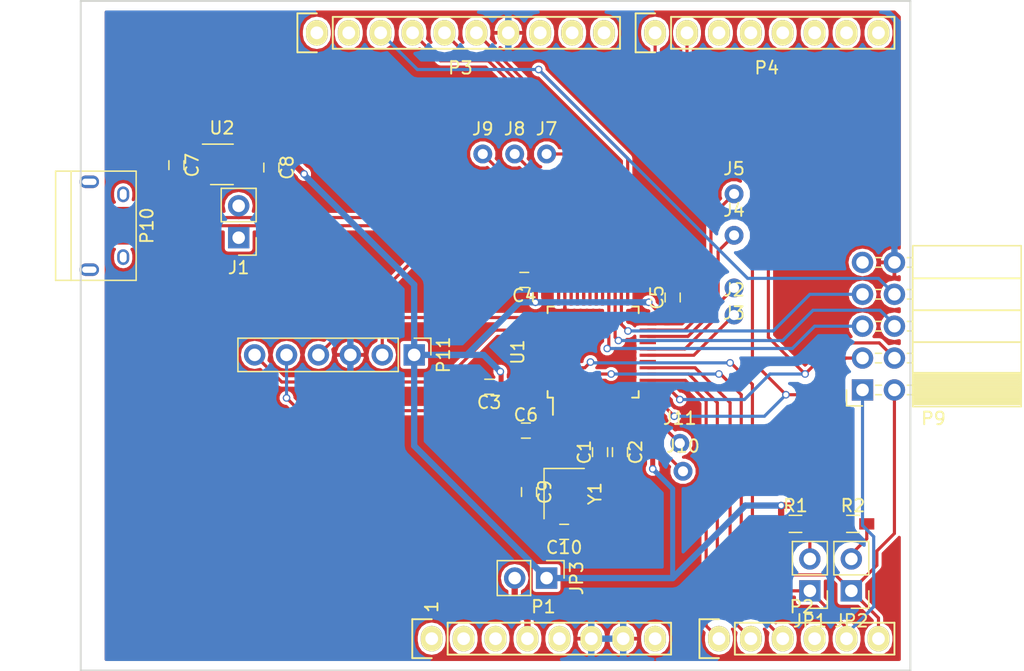
<source format=kicad_pcb>
(kicad_pcb (version 4) (host pcbnew 4.0.6)

  (general
    (links 87)
    (no_connects 3)
    (area 110.922999 72.949999 179.653001 126.440001)
    (thickness 1.6)
    (drawings 22)
    (tracks 286)
    (zones 0)
    (modules 35)
    (nets 37)
  )

  (page A4)
  (title_block
    (title "libopencm3-test hardware")
    (date 2017-10-31)
    (rev 1)
  )

  (layers
    (0 F.Cu signal)
    (31 B.Cu signal)
    (32 B.Adhes user)
    (33 F.Adhes user)
    (34 B.Paste user)
    (35 F.Paste user)
    (36 B.SilkS user)
    (37 F.SilkS user)
    (38 B.Mask user)
    (39 F.Mask user)
    (40 Dwgs.User user)
    (41 Cmts.User user)
    (42 Eco1.User user)
    (43 Eco2.User user)
    (44 Edge.Cuts user)
    (45 Margin user)
    (46 B.CrtYd user)
    (47 F.CrtYd user)
    (48 B.Fab user)
    (49 F.Fab user)
  )

  (setup
    (last_trace_width 0.25)
    (user_trace_width 0.152)
    (user_trace_width 0.25)
    (user_trace_width 0.4)
    (user_trace_width 0.5)
    (user_trace_width 0.75)
    (trace_clearance 0.2)
    (zone_clearance 0.25)
    (zone_45_only yes)
    (trace_min 0.152)
    (segment_width 0.15)
    (edge_width 0.15)
    (via_size 0.6)
    (via_drill 0.4)
    (via_min_size 0.4)
    (via_min_drill 0.3)
    (uvia_size 0.3)
    (uvia_drill 0.1)
    (uvias_allowed no)
    (uvia_min_size 0.2)
    (uvia_min_drill 0.1)
    (pcb_text_width 0.3)
    (pcb_text_size 1.5 1.5)
    (mod_edge_width 0.15)
    (mod_text_size 1 1)
    (mod_text_width 0.15)
    (pad_size 1.2 1.2)
    (pad_drill 0.8001)
    (pad_to_mask_clearance 0)
    (aux_axis_origin 110.998 126.365)
    (grid_origin 110.998 126.365)
    (visible_elements FFFEFF7F)
    (pcbplotparams
      (layerselection 0x00030_80000001)
      (usegerberextensions false)
      (excludeedgelayer true)
      (linewidth 0.100000)
      (plotframeref false)
      (viasonmask false)
      (mode 1)
      (useauxorigin false)
      (hpglpennumber 1)
      (hpglpenspeed 20)
      (hpglpendiameter 15)
      (hpglpenoverlay 2)
      (psnegative false)
      (psa4output false)
      (plotreference true)
      (plotvalue true)
      (plotinvisibletext false)
      (padsonsilk false)
      (subtractmaskfromsilk false)
      (outputformat 1)
      (mirror false)
      (drillshape 1)
      (scaleselection 1)
      (outputdirectory ""))
  )

  (net 0 "")
  (net 1 +5V)
  (net 2 GND)
  (net 3 +3V3)
  (net 4 /NRST)
  (net 5 /ADC_IN1)
  (net 6 /I2C_SDA)
  (net 7 /I2C_SCL)
  (net 8 /SPI_CS)
  (net 9 /SPI_MOSI)
  (net 10 /SPI_MISO)
  (net 11 /SPI_SCK)
  (net 12 /USB_DM)
  (net 13 /USB_DP)
  (net 14 "Net-(P10-Pad6)")
  (net 15 /SWCLK)
  (net 16 /SWDIO)
  (net 17 /SWO)
  (net 18 /DAC1_OUT)
  (net 19 /DAC2_OUT)
  (net 20 /UART_TX_OUT)
  (net 21 /UART_RX_OUT)
  (net 22 "Net-(JP1-Pad2)")
  (net 23 "Net-(JP2-Pad2)")
  (net 24 /VLCD)
  (net 25 "Net-(C9-Pad1)")
  (net 26 "Net-(C10-Pad1)")
  (net 27 "Net-(JP3-Pad2)")
  (net 28 "Net-(J2-Pad1)")
  (net 29 "Net-(J4-Pad1)")
  (net 30 "Net-(J5-Pad1)")
  (net 31 "Net-(J7-Pad1)")
  (net 32 "Net-(J8-Pad1)")
  (net 33 "Net-(J9-Pad1)")
  (net 34 "Net-(J3-Pad1)")
  (net 35 "Net-(J10-Pad1)")
  (net 36 "Net-(J11-Pad1)")

  (net_class Default "This is the default net class."
    (clearance 0.2)
    (trace_width 0.25)
    (via_dia 0.6)
    (via_drill 0.4)
    (uvia_dia 0.3)
    (uvia_drill 0.1)
    (add_net /ADC_IN1)
    (add_net /DAC1_OUT)
    (add_net /DAC2_OUT)
    (add_net /I2C_SCL)
    (add_net /I2C_SDA)
    (add_net /NRST)
    (add_net /SPI_CS)
    (add_net /SPI_MISO)
    (add_net /SPI_MOSI)
    (add_net /SPI_SCK)
    (add_net /SWCLK)
    (add_net /SWDIO)
    (add_net /SWO)
    (add_net /UART_RX_OUT)
    (add_net /UART_TX_OUT)
    (add_net /USB_DM)
    (add_net /USB_DP)
    (add_net /VLCD)
    (add_net GND)
    (add_net "Net-(C10-Pad1)")
    (add_net "Net-(C9-Pad1)")
    (add_net "Net-(J10-Pad1)")
    (add_net "Net-(J11-Pad1)")
    (add_net "Net-(J2-Pad1)")
    (add_net "Net-(J3-Pad1)")
    (add_net "Net-(J4-Pad1)")
    (add_net "Net-(J5-Pad1)")
    (add_net "Net-(J7-Pad1)")
    (add_net "Net-(J8-Pad1)")
    (add_net "Net-(J9-Pad1)")
    (add_net "Net-(JP1-Pad2)")
    (add_net "Net-(JP2-Pad2)")
    (add_net "Net-(JP3-Pad2)")
    (add_net "Net-(P10-Pad6)")
  )

  (net_class power ""
    (clearance 0.2)
    (trace_width 0.4)
    (via_dia 0.6)
    (via_drill 0.4)
    (uvia_dia 0.3)
    (uvia_drill 0.1)
    (add_net +3V3)
    (add_net +5V)
  )

  (module Socket_Arduino_Uno:Socket_Strip_Arduino_1x08 locked (layer F.Cu) (tedit 552168D2) (tstamp 551AF9EA)
    (at 138.938 123.825)
    (descr "Through hole socket strip")
    (tags "socket strip")
    (path /56D70129)
    (fp_text reference P1 (at 8.89 -2.54) (layer F.SilkS)
      (effects (font (size 1 1) (thickness 0.15)))
    )
    (fp_text value Power (at 8.89 -4.064) (layer F.Fab)
      (effects (font (size 1 1) (thickness 0.15)))
    )
    (fp_line (start -1.75 -1.75) (end -1.75 1.75) (layer F.CrtYd) (width 0.05))
    (fp_line (start 19.55 -1.75) (end 19.55 1.75) (layer F.CrtYd) (width 0.05))
    (fp_line (start -1.75 -1.75) (end 19.55 -1.75) (layer F.CrtYd) (width 0.05))
    (fp_line (start -1.75 1.75) (end 19.55 1.75) (layer F.CrtYd) (width 0.05))
    (fp_line (start 1.27 1.27) (end 19.05 1.27) (layer F.SilkS) (width 0.15))
    (fp_line (start 19.05 1.27) (end 19.05 -1.27) (layer F.SilkS) (width 0.15))
    (fp_line (start 19.05 -1.27) (end 1.27 -1.27) (layer F.SilkS) (width 0.15))
    (fp_line (start -1.55 1.55) (end 0 1.55) (layer F.SilkS) (width 0.15))
    (fp_line (start 1.27 1.27) (end 1.27 -1.27) (layer F.SilkS) (width 0.15))
    (fp_line (start 0 -1.55) (end -1.55 -1.55) (layer F.SilkS) (width 0.15))
    (fp_line (start -1.55 -1.55) (end -1.55 1.55) (layer F.SilkS) (width 0.15))
    (pad 1 thru_hole oval (at 0 0) (size 1.7272 2.032) (drill 1.016) (layers *.Cu *.Mask F.SilkS))
    (pad 2 thru_hole oval (at 2.54 0) (size 1.7272 2.032) (drill 1.016) (layers *.Cu *.Mask F.SilkS))
    (pad 3 thru_hole oval (at 5.08 0) (size 1.7272 2.032) (drill 1.016) (layers *.Cu *.Mask F.SilkS))
    (pad 4 thru_hole oval (at 7.62 0) (size 1.7272 2.032) (drill 1.016) (layers *.Cu *.Mask F.SilkS)
      (net 27 "Net-(JP3-Pad2)"))
    (pad 5 thru_hole oval (at 10.16 0) (size 1.7272 2.032) (drill 1.016) (layers *.Cu *.Mask F.SilkS))
    (pad 6 thru_hole oval (at 12.7 0) (size 1.7272 2.032) (drill 1.016) (layers *.Cu *.Mask F.SilkS)
      (net 2 GND))
    (pad 7 thru_hole oval (at 15.24 0) (size 1.7272 2.032) (drill 1.016) (layers *.Cu *.Mask F.SilkS)
      (net 2 GND))
    (pad 8 thru_hole oval (at 17.78 0) (size 1.7272 2.032) (drill 1.016) (layers *.Cu *.Mask F.SilkS))
    (model ${KIPRJMOD}/Socket_Arduino_Uno.3dshapes/Socket_header_Arduino_1x08.wrl
      (at (xyz 0.35 0 0))
      (scale (xyz 1 1 1))
      (rotate (xyz 0 0 180))
    )
  )

  (module Socket_Arduino_Uno:Socket_Strip_Arduino_1x06 locked (layer F.Cu) (tedit 552168D6) (tstamp 551AF9FF)
    (at 161.798 123.825)
    (descr "Through hole socket strip")
    (tags "socket strip")
    (path /56D70DD8)
    (fp_text reference P2 (at 6.604 -2.54) (layer F.SilkS)
      (effects (font (size 1 1) (thickness 0.15)))
    )
    (fp_text value Analog (at 6.604 -4.064) (layer F.Fab)
      (effects (font (size 1 1) (thickness 0.15)))
    )
    (fp_line (start -1.75 -1.75) (end -1.75 1.75) (layer F.CrtYd) (width 0.05))
    (fp_line (start 14.45 -1.75) (end 14.45 1.75) (layer F.CrtYd) (width 0.05))
    (fp_line (start -1.75 -1.75) (end 14.45 -1.75) (layer F.CrtYd) (width 0.05))
    (fp_line (start -1.75 1.75) (end 14.45 1.75) (layer F.CrtYd) (width 0.05))
    (fp_line (start 1.27 1.27) (end 13.97 1.27) (layer F.SilkS) (width 0.15))
    (fp_line (start 13.97 1.27) (end 13.97 -1.27) (layer F.SilkS) (width 0.15))
    (fp_line (start 13.97 -1.27) (end 1.27 -1.27) (layer F.SilkS) (width 0.15))
    (fp_line (start -1.55 1.55) (end 0 1.55) (layer F.SilkS) (width 0.15))
    (fp_line (start 1.27 1.27) (end 1.27 -1.27) (layer F.SilkS) (width 0.15))
    (fp_line (start 0 -1.55) (end -1.55 -1.55) (layer F.SilkS) (width 0.15))
    (fp_line (start -1.55 -1.55) (end -1.55 1.55) (layer F.SilkS) (width 0.15))
    (pad 1 thru_hole oval (at 0 0) (size 1.7272 2.032) (drill 1.016) (layers *.Cu *.Mask F.SilkS)
      (net 18 /DAC1_OUT))
    (pad 2 thru_hole oval (at 2.54 0) (size 1.7272 2.032) (drill 1.016) (layers *.Cu *.Mask F.SilkS)
      (net 19 /DAC2_OUT))
    (pad 3 thru_hole oval (at 5.08 0) (size 1.7272 2.032) (drill 1.016) (layers *.Cu *.Mask F.SilkS)
      (net 5 /ADC_IN1))
    (pad 4 thru_hole oval (at 7.62 0) (size 1.7272 2.032) (drill 1.016) (layers *.Cu *.Mask F.SilkS))
    (pad 5 thru_hole oval (at 10.16 0) (size 1.7272 2.032) (drill 1.016) (layers *.Cu *.Mask F.SilkS)
      (net 6 /I2C_SDA))
    (pad 6 thru_hole oval (at 12.7 0) (size 1.7272 2.032) (drill 1.016) (layers *.Cu *.Mask F.SilkS)
      (net 7 /I2C_SCL))
    (model ${KIPRJMOD}/Socket_Arduino_Uno.3dshapes/Socket_header_Arduino_1x06.wrl
      (at (xyz 0.25 0 0))
      (scale (xyz 1 1 1))
      (rotate (xyz 0 0 180))
    )
  )

  (module Socket_Arduino_Uno:Socket_Strip_Arduino_1x10 locked (layer F.Cu) (tedit 552168BF) (tstamp 551AFA18)
    (at 129.794 75.565)
    (descr "Through hole socket strip")
    (tags "socket strip")
    (path /56D721E0)
    (fp_text reference P3 (at 11.43 2.794) (layer F.SilkS)
      (effects (font (size 1 1) (thickness 0.15)))
    )
    (fp_text value Digital (at 11.43 4.318) (layer F.Fab)
      (effects (font (size 1 1) (thickness 0.15)))
    )
    (fp_line (start -1.75 -1.75) (end -1.75 1.75) (layer F.CrtYd) (width 0.05))
    (fp_line (start 24.65 -1.75) (end 24.65 1.75) (layer F.CrtYd) (width 0.05))
    (fp_line (start -1.75 -1.75) (end 24.65 -1.75) (layer F.CrtYd) (width 0.05))
    (fp_line (start -1.75 1.75) (end 24.65 1.75) (layer F.CrtYd) (width 0.05))
    (fp_line (start 1.27 1.27) (end 24.13 1.27) (layer F.SilkS) (width 0.15))
    (fp_line (start 24.13 1.27) (end 24.13 -1.27) (layer F.SilkS) (width 0.15))
    (fp_line (start 24.13 -1.27) (end 1.27 -1.27) (layer F.SilkS) (width 0.15))
    (fp_line (start -1.55 1.55) (end 0 1.55) (layer F.SilkS) (width 0.15))
    (fp_line (start 1.27 1.27) (end 1.27 -1.27) (layer F.SilkS) (width 0.15))
    (fp_line (start 0 -1.55) (end -1.55 -1.55) (layer F.SilkS) (width 0.15))
    (fp_line (start -1.55 -1.55) (end -1.55 1.55) (layer F.SilkS) (width 0.15))
    (pad 1 thru_hole oval (at 0 0) (size 1.7272 2.032) (drill 1.016) (layers *.Cu *.Mask F.SilkS))
    (pad 2 thru_hole oval (at 2.54 0) (size 1.7272 2.032) (drill 1.016) (layers *.Cu *.Mask F.SilkS))
    (pad 3 thru_hole oval (at 5.08 0) (size 1.7272 2.032) (drill 1.016) (layers *.Cu *.Mask F.SilkS)
      (net 8 /SPI_CS))
    (pad 4 thru_hole oval (at 7.62 0) (size 1.7272 2.032) (drill 1.016) (layers *.Cu *.Mask F.SilkS)
      (net 9 /SPI_MOSI))
    (pad 5 thru_hole oval (at 10.16 0) (size 1.7272 2.032) (drill 1.016) (layers *.Cu *.Mask F.SilkS)
      (net 10 /SPI_MISO))
    (pad 6 thru_hole oval (at 12.7 0) (size 1.7272 2.032) (drill 1.016) (layers *.Cu *.Mask F.SilkS)
      (net 11 /SPI_SCK))
    (pad 7 thru_hole oval (at 15.24 0) (size 1.7272 2.032) (drill 1.016) (layers *.Cu *.Mask F.SilkS)
      (net 2 GND))
    (pad 8 thru_hole oval (at 17.78 0) (size 1.7272 2.032) (drill 1.016) (layers *.Cu *.Mask F.SilkS))
    (pad 9 thru_hole oval (at 20.32 0) (size 1.7272 2.032) (drill 1.016) (layers *.Cu *.Mask F.SilkS))
    (pad 10 thru_hole oval (at 22.86 0) (size 1.7272 2.032) (drill 1.016) (layers *.Cu *.Mask F.SilkS))
    (model ${KIPRJMOD}/Socket_Arduino_Uno.3dshapes/Socket_header_Arduino_1x10.wrl
      (at (xyz 0.45 0 0))
      (scale (xyz 1 1 1))
      (rotate (xyz 0 0 180))
    )
  )

  (module Socket_Arduino_Uno:Socket_Strip_Arduino_1x08 locked (layer F.Cu) (tedit 552168C7) (tstamp 551AFA2F)
    (at 156.718 75.565)
    (descr "Through hole socket strip")
    (tags "socket strip")
    (path /56D7164F)
    (fp_text reference P4 (at 8.89 2.794) (layer F.SilkS)
      (effects (font (size 1 1) (thickness 0.15)))
    )
    (fp_text value Digital (at 8.89 4.318) (layer F.Fab)
      (effects (font (size 1 1) (thickness 0.15)))
    )
    (fp_line (start -1.75 -1.75) (end -1.75 1.75) (layer F.CrtYd) (width 0.05))
    (fp_line (start 19.55 -1.75) (end 19.55 1.75) (layer F.CrtYd) (width 0.05))
    (fp_line (start -1.75 -1.75) (end 19.55 -1.75) (layer F.CrtYd) (width 0.05))
    (fp_line (start -1.75 1.75) (end 19.55 1.75) (layer F.CrtYd) (width 0.05))
    (fp_line (start 1.27 1.27) (end 19.05 1.27) (layer F.SilkS) (width 0.15))
    (fp_line (start 19.05 1.27) (end 19.05 -1.27) (layer F.SilkS) (width 0.15))
    (fp_line (start 19.05 -1.27) (end 1.27 -1.27) (layer F.SilkS) (width 0.15))
    (fp_line (start -1.55 1.55) (end 0 1.55) (layer F.SilkS) (width 0.15))
    (fp_line (start 1.27 1.27) (end 1.27 -1.27) (layer F.SilkS) (width 0.15))
    (fp_line (start 0 -1.55) (end -1.55 -1.55) (layer F.SilkS) (width 0.15))
    (fp_line (start -1.55 -1.55) (end -1.55 1.55) (layer F.SilkS) (width 0.15))
    (pad 1 thru_hole oval (at 0 0) (size 1.7272 2.032) (drill 1.016) (layers *.Cu *.Mask F.SilkS)
      (net 20 /UART_TX_OUT))
    (pad 2 thru_hole oval (at 2.54 0) (size 1.7272 2.032) (drill 1.016) (layers *.Cu *.Mask F.SilkS)
      (net 21 /UART_RX_OUT))
    (pad 3 thru_hole oval (at 5.08 0) (size 1.7272 2.032) (drill 1.016) (layers *.Cu *.Mask F.SilkS))
    (pad 4 thru_hole oval (at 7.62 0) (size 1.7272 2.032) (drill 1.016) (layers *.Cu *.Mask F.SilkS))
    (pad 5 thru_hole oval (at 10.16 0) (size 1.7272 2.032) (drill 1.016) (layers *.Cu *.Mask F.SilkS))
    (pad 6 thru_hole oval (at 12.7 0) (size 1.7272 2.032) (drill 1.016) (layers *.Cu *.Mask F.SilkS))
    (pad 7 thru_hole oval (at 15.24 0) (size 1.7272 2.032) (drill 1.016) (layers *.Cu *.Mask F.SilkS))
    (pad 8 thru_hole oval (at 17.78 0) (size 1.7272 2.032) (drill 1.016) (layers *.Cu *.Mask F.SilkS))
    (model ${KIPRJMOD}/Socket_Arduino_Uno.3dshapes/Socket_header_Arduino_1x08.wrl
      (at (xyz 0.35 0 0))
      (scale (xyz 1 1 1))
      (rotate (xyz 0 0 180))
    )
  )

  (module Capacitors_SMD:C_0603_HandSoldering (layer F.Cu) (tedit 58AA848B) (tstamp 59F7BF21)
    (at 152.3365 108.966 90)
    (descr "Capacitor SMD 0603, hand soldering")
    (tags "capacitor 0603")
    (path /58CF4B65)
    (attr smd)
    (fp_text reference C1 (at 0 -1.25 90) (layer F.SilkS)
      (effects (font (size 1 1) (thickness 0.15)))
    )
    (fp_text value 100n (at 0 1.5 90) (layer F.Fab)
      (effects (font (size 1 1) (thickness 0.15)))
    )
    (fp_text user %R (at 0 -1.25 90) (layer F.Fab)
      (effects (font (size 1 1) (thickness 0.15)))
    )
    (fp_line (start -0.8 0.4) (end -0.8 -0.4) (layer F.Fab) (width 0.1))
    (fp_line (start 0.8 0.4) (end -0.8 0.4) (layer F.Fab) (width 0.1))
    (fp_line (start 0.8 -0.4) (end 0.8 0.4) (layer F.Fab) (width 0.1))
    (fp_line (start -0.8 -0.4) (end 0.8 -0.4) (layer F.Fab) (width 0.1))
    (fp_line (start -0.35 -0.6) (end 0.35 -0.6) (layer F.SilkS) (width 0.12))
    (fp_line (start 0.35 0.6) (end -0.35 0.6) (layer F.SilkS) (width 0.12))
    (fp_line (start -1.8 -0.65) (end 1.8 -0.65) (layer F.CrtYd) (width 0.05))
    (fp_line (start -1.8 -0.65) (end -1.8 0.65) (layer F.CrtYd) (width 0.05))
    (fp_line (start 1.8 0.65) (end 1.8 -0.65) (layer F.CrtYd) (width 0.05))
    (fp_line (start 1.8 0.65) (end -1.8 0.65) (layer F.CrtYd) (width 0.05))
    (pad 1 smd rect (at -0.95 0 90) (size 1.2 0.75) (layers F.Cu F.Paste F.Mask)
      (net 2 GND))
    (pad 2 smd rect (at 0.95 0 90) (size 1.2 0.75) (layers F.Cu F.Paste F.Mask)
      (net 4 /NRST))
    (model Capacitors_SMD.3dshapes/C_0603.wrl
      (at (xyz 0 0 0))
      (scale (xyz 1 1 1))
      (rotate (xyz 0 0 0))
    )
  )

  (module Capacitors_SMD:C_0603_HandSoldering (layer F.Cu) (tedit 58AA848B) (tstamp 59F7BF27)
    (at 153.924 108.966 270)
    (descr "Capacitor SMD 0603, hand soldering")
    (tags "capacitor 0603")
    (path /58CF43FF)
    (attr smd)
    (fp_text reference C2 (at 0 -1.25 270) (layer F.SilkS)
      (effects (font (size 1 1) (thickness 0.15)))
    )
    (fp_text value 100n (at 0 1.5 270) (layer F.Fab)
      (effects (font (size 1 1) (thickness 0.15)))
    )
    (fp_text user %R (at 0 -1.25 270) (layer F.Fab)
      (effects (font (size 1 1) (thickness 0.15)))
    )
    (fp_line (start -0.8 0.4) (end -0.8 -0.4) (layer F.Fab) (width 0.1))
    (fp_line (start 0.8 0.4) (end -0.8 0.4) (layer F.Fab) (width 0.1))
    (fp_line (start 0.8 -0.4) (end 0.8 0.4) (layer F.Fab) (width 0.1))
    (fp_line (start -0.8 -0.4) (end 0.8 -0.4) (layer F.Fab) (width 0.1))
    (fp_line (start -0.35 -0.6) (end 0.35 -0.6) (layer F.SilkS) (width 0.12))
    (fp_line (start 0.35 0.6) (end -0.35 0.6) (layer F.SilkS) (width 0.12))
    (fp_line (start -1.8 -0.65) (end 1.8 -0.65) (layer F.CrtYd) (width 0.05))
    (fp_line (start -1.8 -0.65) (end -1.8 0.65) (layer F.CrtYd) (width 0.05))
    (fp_line (start 1.8 0.65) (end 1.8 -0.65) (layer F.CrtYd) (width 0.05))
    (fp_line (start 1.8 0.65) (end -1.8 0.65) (layer F.CrtYd) (width 0.05))
    (pad 1 smd rect (at -0.95 0 270) (size 1.2 0.75) (layers F.Cu F.Paste F.Mask)
      (net 3 +3V3))
    (pad 2 smd rect (at 0.95 0 270) (size 1.2 0.75) (layers F.Cu F.Paste F.Mask)
      (net 2 GND))
    (model Capacitors_SMD.3dshapes/C_0603.wrl
      (at (xyz 0 0 0))
      (scale (xyz 1 1 1))
      (rotate (xyz 0 0 0))
    )
  )

  (module Capacitors_SMD:C_0603_HandSoldering (layer F.Cu) (tedit 58AA848B) (tstamp 59F7BF2D)
    (at 143.51 103.759 180)
    (descr "Capacitor SMD 0603, hand soldering")
    (tags "capacitor 0603")
    (path /58CF69A9)
    (attr smd)
    (fp_text reference C3 (at 0 -1.25 180) (layer F.SilkS)
      (effects (font (size 1 1) (thickness 0.15)))
    )
    (fp_text value 100n (at 0 1.5 180) (layer F.Fab)
      (effects (font (size 1 1) (thickness 0.15)))
    )
    (fp_text user %R (at 0 -1.25 180) (layer F.Fab)
      (effects (font (size 1 1) (thickness 0.15)))
    )
    (fp_line (start -0.8 0.4) (end -0.8 -0.4) (layer F.Fab) (width 0.1))
    (fp_line (start 0.8 0.4) (end -0.8 0.4) (layer F.Fab) (width 0.1))
    (fp_line (start 0.8 -0.4) (end 0.8 0.4) (layer F.Fab) (width 0.1))
    (fp_line (start -0.8 -0.4) (end 0.8 -0.4) (layer F.Fab) (width 0.1))
    (fp_line (start -0.35 -0.6) (end 0.35 -0.6) (layer F.SilkS) (width 0.12))
    (fp_line (start 0.35 0.6) (end -0.35 0.6) (layer F.SilkS) (width 0.12))
    (fp_line (start -1.8 -0.65) (end 1.8 -0.65) (layer F.CrtYd) (width 0.05))
    (fp_line (start -1.8 -0.65) (end -1.8 0.65) (layer F.CrtYd) (width 0.05))
    (fp_line (start 1.8 0.65) (end 1.8 -0.65) (layer F.CrtYd) (width 0.05))
    (fp_line (start 1.8 0.65) (end -1.8 0.65) (layer F.CrtYd) (width 0.05))
    (pad 1 smd rect (at -0.95 0 180) (size 1.2 0.75) (layers F.Cu F.Paste F.Mask)
      (net 3 +3V3))
    (pad 2 smd rect (at 0.95 0 180) (size 1.2 0.75) (layers F.Cu F.Paste F.Mask)
      (net 2 GND))
    (model Capacitors_SMD.3dshapes/C_0603.wrl
      (at (xyz 0 0 0))
      (scale (xyz 1 1 1))
      (rotate (xyz 0 0 0))
    )
  )

  (module Capacitors_SMD:C_0603_HandSoldering (layer F.Cu) (tedit 58AA848B) (tstamp 59F7BF33)
    (at 146.304 95.25 180)
    (descr "Capacitor SMD 0603, hand soldering")
    (tags "capacitor 0603")
    (path /58CF69F1)
    (attr smd)
    (fp_text reference C4 (at 0 -1.25 180) (layer F.SilkS)
      (effects (font (size 1 1) (thickness 0.15)))
    )
    (fp_text value 100n (at 0 1.5 180) (layer F.Fab)
      (effects (font (size 1 1) (thickness 0.15)))
    )
    (fp_text user %R (at 0 -1.25 180) (layer F.Fab)
      (effects (font (size 1 1) (thickness 0.15)))
    )
    (fp_line (start -0.8 0.4) (end -0.8 -0.4) (layer F.Fab) (width 0.1))
    (fp_line (start 0.8 0.4) (end -0.8 0.4) (layer F.Fab) (width 0.1))
    (fp_line (start 0.8 -0.4) (end 0.8 0.4) (layer F.Fab) (width 0.1))
    (fp_line (start -0.8 -0.4) (end 0.8 -0.4) (layer F.Fab) (width 0.1))
    (fp_line (start -0.35 -0.6) (end 0.35 -0.6) (layer F.SilkS) (width 0.12))
    (fp_line (start 0.35 0.6) (end -0.35 0.6) (layer F.SilkS) (width 0.12))
    (fp_line (start -1.8 -0.65) (end 1.8 -0.65) (layer F.CrtYd) (width 0.05))
    (fp_line (start -1.8 -0.65) (end -1.8 0.65) (layer F.CrtYd) (width 0.05))
    (fp_line (start 1.8 0.65) (end 1.8 -0.65) (layer F.CrtYd) (width 0.05))
    (fp_line (start 1.8 0.65) (end -1.8 0.65) (layer F.CrtYd) (width 0.05))
    (pad 1 smd rect (at -0.95 0 180) (size 1.2 0.75) (layers F.Cu F.Paste F.Mask)
      (net 3 +3V3))
    (pad 2 smd rect (at 0.95 0 180) (size 1.2 0.75) (layers F.Cu F.Paste F.Mask)
      (net 2 GND))
    (model Capacitors_SMD.3dshapes/C_0603.wrl
      (at (xyz 0 0 0))
      (scale (xyz 1 1 1))
      (rotate (xyz 0 0 0))
    )
  )

  (module Capacitors_SMD:C_0603_HandSoldering (layer F.Cu) (tedit 58AA848B) (tstamp 59F7BF39)
    (at 158.115 96.647 90)
    (descr "Capacitor SMD 0603, hand soldering")
    (tags "capacitor 0603")
    (path /58CF6A3A)
    (attr smd)
    (fp_text reference C5 (at 0 -1.25 90) (layer F.SilkS)
      (effects (font (size 1 1) (thickness 0.15)))
    )
    (fp_text value 100n (at 0 1.5 90) (layer F.Fab)
      (effects (font (size 1 1) (thickness 0.15)))
    )
    (fp_text user %R (at 0 -1.25 90) (layer F.Fab)
      (effects (font (size 1 1) (thickness 0.15)))
    )
    (fp_line (start -0.8 0.4) (end -0.8 -0.4) (layer F.Fab) (width 0.1))
    (fp_line (start 0.8 0.4) (end -0.8 0.4) (layer F.Fab) (width 0.1))
    (fp_line (start 0.8 -0.4) (end 0.8 0.4) (layer F.Fab) (width 0.1))
    (fp_line (start -0.8 -0.4) (end 0.8 -0.4) (layer F.Fab) (width 0.1))
    (fp_line (start -0.35 -0.6) (end 0.35 -0.6) (layer F.SilkS) (width 0.12))
    (fp_line (start 0.35 0.6) (end -0.35 0.6) (layer F.SilkS) (width 0.12))
    (fp_line (start -1.8 -0.65) (end 1.8 -0.65) (layer F.CrtYd) (width 0.05))
    (fp_line (start -1.8 -0.65) (end -1.8 0.65) (layer F.CrtYd) (width 0.05))
    (fp_line (start 1.8 0.65) (end 1.8 -0.65) (layer F.CrtYd) (width 0.05))
    (fp_line (start 1.8 0.65) (end -1.8 0.65) (layer F.CrtYd) (width 0.05))
    (pad 1 smd rect (at -0.95 0 90) (size 1.2 0.75) (layers F.Cu F.Paste F.Mask)
      (net 3 +3V3))
    (pad 2 smd rect (at 0.95 0 90) (size 1.2 0.75) (layers F.Cu F.Paste F.Mask)
      (net 2 GND))
    (model Capacitors_SMD.3dshapes/C_0603.wrl
      (at (xyz 0 0 0))
      (scale (xyz 1 1 1))
      (rotate (xyz 0 0 0))
    )
  )

  (module Connectors:USB_Micro-B (layer F.Cu) (tedit 5543E447) (tstamp 59F7BF54)
    (at 113.03 90.932 270)
    (descr "Micro USB Type B Receptacle")
    (tags "USB USB_B USB_micro USB_OTG")
    (path /58CF10AD)
    (attr smd)
    (fp_text reference P10 (at 0 -3.24 270) (layer F.SilkS)
      (effects (font (size 1 1) (thickness 0.15)))
    )
    (fp_text value CONTROL (at 0 5.01 270) (layer F.Fab)
      (effects (font (size 1 1) (thickness 0.15)))
    )
    (fp_line (start -4.6 -2.59) (end 4.6 -2.59) (layer F.CrtYd) (width 0.05))
    (fp_line (start 4.6 -2.59) (end 4.6 4.26) (layer F.CrtYd) (width 0.05))
    (fp_line (start 4.6 4.26) (end -4.6 4.26) (layer F.CrtYd) (width 0.05))
    (fp_line (start -4.6 4.26) (end -4.6 -2.59) (layer F.CrtYd) (width 0.05))
    (fp_line (start -4.35 4.03) (end 4.35 4.03) (layer F.SilkS) (width 0.12))
    (fp_line (start -4.35 -2.38) (end 4.35 -2.38) (layer F.SilkS) (width 0.12))
    (fp_line (start 4.35 -2.38) (end 4.35 4.03) (layer F.SilkS) (width 0.12))
    (fp_line (start 4.35 2.8) (end -4.35 2.8) (layer F.SilkS) (width 0.12))
    (fp_line (start -4.35 4.03) (end -4.35 -2.38) (layer F.SilkS) (width 0.12))
    (pad 1 smd rect (at -1.3 -1.35) (size 1.35 0.4) (layers F.Cu F.Paste F.Mask)
      (net 1 +5V))
    (pad 2 smd rect (at -0.65 -1.35) (size 1.35 0.4) (layers F.Cu F.Paste F.Mask)
      (net 12 /USB_DM))
    (pad 3 smd rect (at 0 -1.35) (size 1.35 0.4) (layers F.Cu F.Paste F.Mask)
      (net 13 /USB_DP))
    (pad 4 smd rect (at 0.65 -1.35) (size 1.35 0.4) (layers F.Cu F.Paste F.Mask))
    (pad 5 smd rect (at 1.3 -1.35) (size 1.35 0.4) (layers F.Cu F.Paste F.Mask)
      (net 2 GND))
    (pad 6 thru_hole oval (at -2.5 -1.35) (size 0.95 1.25) (drill oval 0.55 0.85) (layers *.Cu *.Mask)
      (net 14 "Net-(P10-Pad6)"))
    (pad 6 thru_hole oval (at 2.5 -1.35) (size 0.95 1.25) (drill oval 0.55 0.85) (layers *.Cu *.Mask)
      (net 14 "Net-(P10-Pad6)"))
    (pad 6 thru_hole oval (at -3.5 1.35) (size 1.55 1) (drill oval 1.15 0.5) (layers *.Cu *.Mask)
      (net 14 "Net-(P10-Pad6)"))
    (pad 6 thru_hole oval (at 3.5 1.35) (size 1.55 1) (drill oval 1.15 0.5) (layers *.Cu *.Mask)
      (net 14 "Net-(P10-Pad6)"))
  )

  (module Housings_QFP:TQFP-48_7x7mm_Pitch0.5mm (layer F.Cu) (tedit 54130A77) (tstamp 59F7C113)
    (at 151.785 100.997 90)
    (descr "48 LEAD TQFP 7x7mm (see MICREL TQFP7x7-48LD-PL-1.pdf)")
    (tags "QFP 0.5")
    (path /58CEFE92)
    (attr smd)
    (fp_text reference U1 (at 0 -6 90) (layer F.SilkS)
      (effects (font (size 1 1) (thickness 0.15)))
    )
    (fp_text value STM32L151C6TxA (at 0 6 90) (layer F.Fab)
      (effects (font (size 1 1) (thickness 0.15)))
    )
    (fp_text user %R (at 0 0 90) (layer F.Fab)
      (effects (font (size 1 1) (thickness 0.15)))
    )
    (fp_line (start -2.5 -3.5) (end 3.5 -3.5) (layer F.Fab) (width 0.15))
    (fp_line (start 3.5 -3.5) (end 3.5 3.5) (layer F.Fab) (width 0.15))
    (fp_line (start 3.5 3.5) (end -3.5 3.5) (layer F.Fab) (width 0.15))
    (fp_line (start -3.5 3.5) (end -3.5 -2.5) (layer F.Fab) (width 0.15))
    (fp_line (start -3.5 -2.5) (end -2.5 -3.5) (layer F.Fab) (width 0.15))
    (fp_line (start -5.25 -5.25) (end -5.25 5.25) (layer F.CrtYd) (width 0.05))
    (fp_line (start 5.25 -5.25) (end 5.25 5.25) (layer F.CrtYd) (width 0.05))
    (fp_line (start -5.25 -5.25) (end 5.25 -5.25) (layer F.CrtYd) (width 0.05))
    (fp_line (start -5.25 5.25) (end 5.25 5.25) (layer F.CrtYd) (width 0.05))
    (fp_line (start -3.625 -3.625) (end -3.625 -3.2) (layer F.SilkS) (width 0.15))
    (fp_line (start 3.625 -3.625) (end 3.625 -3.1) (layer F.SilkS) (width 0.15))
    (fp_line (start 3.625 3.625) (end 3.625 3.1) (layer F.SilkS) (width 0.15))
    (fp_line (start -3.625 3.625) (end -3.625 3.1) (layer F.SilkS) (width 0.15))
    (fp_line (start -3.625 -3.625) (end -3.1 -3.625) (layer F.SilkS) (width 0.15))
    (fp_line (start -3.625 3.625) (end -3.1 3.625) (layer F.SilkS) (width 0.15))
    (fp_line (start 3.625 3.625) (end 3.1 3.625) (layer F.SilkS) (width 0.15))
    (fp_line (start 3.625 -3.625) (end 3.1 -3.625) (layer F.SilkS) (width 0.15))
    (fp_line (start -3.625 -3.2) (end -5 -3.2) (layer F.SilkS) (width 0.15))
    (pad 1 smd rect (at -4.35 -2.75 90) (size 1.3 0.25) (layers F.Cu F.Paste F.Mask)
      (net 24 /VLCD))
    (pad 2 smd rect (at -4.35 -2.25 90) (size 1.3 0.25) (layers F.Cu F.Paste F.Mask))
    (pad 3 smd rect (at -4.35 -1.75 90) (size 1.3 0.25) (layers F.Cu F.Paste F.Mask))
    (pad 4 smd rect (at -4.35 -1.25 90) (size 1.3 0.25) (layers F.Cu F.Paste F.Mask))
    (pad 5 smd rect (at -4.35 -0.75 90) (size 1.3 0.25) (layers F.Cu F.Paste F.Mask)
      (net 25 "Net-(C9-Pad1)"))
    (pad 6 smd rect (at -4.35 -0.25 90) (size 1.3 0.25) (layers F.Cu F.Paste F.Mask)
      (net 26 "Net-(C10-Pad1)"))
    (pad 7 smd rect (at -4.35 0.25 90) (size 1.3 0.25) (layers F.Cu F.Paste F.Mask)
      (net 4 /NRST))
    (pad 8 smd rect (at -4.35 0.75 90) (size 1.3 0.25) (layers F.Cu F.Paste F.Mask)
      (net 2 GND))
    (pad 9 smd rect (at -4.35 1.25 90) (size 1.3 0.25) (layers F.Cu F.Paste F.Mask)
      (net 3 +3V3))
    (pad 10 smd rect (at -4.35 1.75 90) (size 1.3 0.25) (layers F.Cu F.Paste F.Mask)
      (net 35 "Net-(J10-Pad1)"))
    (pad 11 smd rect (at -4.35 2.25 90) (size 1.3 0.25) (layers F.Cu F.Paste F.Mask)
      (net 36 "Net-(J11-Pad1)"))
    (pad 12 smd rect (at -4.35 2.75 90) (size 1.3 0.25) (layers F.Cu F.Paste F.Mask)
      (net 20 /UART_TX_OUT))
    (pad 13 smd rect (at -2.75 4.35 180) (size 1.3 0.25) (layers F.Cu F.Paste F.Mask)
      (net 21 /UART_RX_OUT))
    (pad 14 smd rect (at -2.25 4.35 180) (size 1.3 0.25) (layers F.Cu F.Paste F.Mask)
      (net 18 /DAC1_OUT))
    (pad 15 smd rect (at -1.75 4.35 180) (size 1.3 0.25) (layers F.Cu F.Paste F.Mask)
      (net 19 /DAC2_OUT))
    (pad 16 smd rect (at -1.25 4.35 180) (size 1.3 0.25) (layers F.Cu F.Paste F.Mask)
      (net 5 /ADC_IN1))
    (pad 17 smd rect (at -0.75 4.35 180) (size 1.3 0.25) (layers F.Cu F.Paste F.Mask))
    (pad 18 smd rect (at -0.25 4.35 180) (size 1.3 0.25) (layers F.Cu F.Paste F.Mask)
      (net 28 "Net-(J2-Pad1)"))
    (pad 19 smd rect (at 0.25 4.35 180) (size 1.3 0.25) (layers F.Cu F.Paste F.Mask)
      (net 34 "Net-(J3-Pad1)"))
    (pad 20 smd rect (at 0.75 4.35 180) (size 1.3 0.25) (layers F.Cu F.Paste F.Mask))
    (pad 21 smd rect (at 1.25 4.35 180) (size 1.3 0.25) (layers F.Cu F.Paste F.Mask)
      (net 29 "Net-(J4-Pad1)"))
    (pad 22 smd rect (at 1.75 4.35 180) (size 1.3 0.25) (layers F.Cu F.Paste F.Mask)
      (net 30 "Net-(J5-Pad1)"))
    (pad 23 smd rect (at 2.25 4.35 180) (size 1.3 0.25) (layers F.Cu F.Paste F.Mask)
      (net 2 GND))
    (pad 24 smd rect (at 2.75 4.35 180) (size 1.3 0.25) (layers F.Cu F.Paste F.Mask)
      (net 3 +3V3))
    (pad 25 smd rect (at 4.35 2.75 90) (size 1.3 0.25) (layers F.Cu F.Paste F.Mask)
      (net 8 /SPI_CS))
    (pad 26 smd rect (at 4.35 2.25 90) (size 1.3 0.25) (layers F.Cu F.Paste F.Mask)
      (net 11 /SPI_SCK))
    (pad 27 smd rect (at 4.35 1.75 90) (size 1.3 0.25) (layers F.Cu F.Paste F.Mask)
      (net 10 /SPI_MISO))
    (pad 28 smd rect (at 4.35 1.25 90) (size 1.3 0.25) (layers F.Cu F.Paste F.Mask)
      (net 9 /SPI_MOSI))
    (pad 29 smd rect (at 4.35 0.75 90) (size 1.3 0.25) (layers F.Cu F.Paste F.Mask)
      (net 31 "Net-(J7-Pad1)"))
    (pad 30 smd rect (at 4.35 0.25 90) (size 1.3 0.25) (layers F.Cu F.Paste F.Mask)
      (net 32 "Net-(J8-Pad1)"))
    (pad 31 smd rect (at 4.35 -0.25 90) (size 1.3 0.25) (layers F.Cu F.Paste F.Mask)
      (net 33 "Net-(J9-Pad1)"))
    (pad 32 smd rect (at 4.35 -0.75 90) (size 1.3 0.25) (layers F.Cu F.Paste F.Mask)
      (net 12 /USB_DM))
    (pad 33 smd rect (at 4.35 -1.25 90) (size 1.3 0.25) (layers F.Cu F.Paste F.Mask)
      (net 13 /USB_DP))
    (pad 34 smd rect (at 4.35 -1.75 90) (size 1.3 0.25) (layers F.Cu F.Paste F.Mask)
      (net 16 /SWDIO))
    (pad 35 smd rect (at 4.35 -2.25 90) (size 1.3 0.25) (layers F.Cu F.Paste F.Mask)
      (net 2 GND))
    (pad 36 smd rect (at 4.35 -2.75 90) (size 1.3 0.25) (layers F.Cu F.Paste F.Mask)
      (net 3 +3V3))
    (pad 37 smd rect (at 2.75 -4.35 180) (size 1.3 0.25) (layers F.Cu F.Paste F.Mask)
      (net 15 /SWCLK))
    (pad 38 smd rect (at 2.25 -4.35 180) (size 1.3 0.25) (layers F.Cu F.Paste F.Mask))
    (pad 39 smd rect (at 1.75 -4.35 180) (size 1.3 0.25) (layers F.Cu F.Paste F.Mask)
      (net 17 /SWO))
    (pad 40 smd rect (at 1.25 -4.35 180) (size 1.3 0.25) (layers F.Cu F.Paste F.Mask))
    (pad 41 smd rect (at 0.75 -4.35 180) (size 1.3 0.25) (layers F.Cu F.Paste F.Mask))
    (pad 42 smd rect (at 0.25 -4.35 180) (size 1.3 0.25) (layers F.Cu F.Paste F.Mask))
    (pad 43 smd rect (at -0.25 -4.35 180) (size 1.3 0.25) (layers F.Cu F.Paste F.Mask))
    (pad 44 smd rect (at -0.75 -4.35 180) (size 1.3 0.25) (layers F.Cu F.Paste F.Mask)
      (net 2 GND))
    (pad 45 smd rect (at -1.25 -4.35 180) (size 1.3 0.25) (layers F.Cu F.Paste F.Mask)
      (net 7 /I2C_SCL))
    (pad 46 smd rect (at -1.75 -4.35 180) (size 1.3 0.25) (layers F.Cu F.Paste F.Mask)
      (net 6 /I2C_SDA))
    (pad 47 smd rect (at -2.25 -4.35 180) (size 1.3 0.25) (layers F.Cu F.Paste F.Mask)
      (net 2 GND))
    (pad 48 smd rect (at -2.75 -4.35 180) (size 1.3 0.25) (layers F.Cu F.Paste F.Mask)
      (net 3 +3V3))
    (model Housings_QFP.3dshapes/TQFP-48_7x7mm_Pitch0.5mm.wrl
      (at (xyz 0 0 0))
      (scale (xyz 1 1 1))
      (rotate (xyz 0 0 0))
    )
  )

  (module Socket_Strips:Socket_Strip_Angled_2x05_Pitch2.54mm (layer F.Cu) (tedit 588DE958) (tstamp 5A0F5F85)
    (at 173.228 104.013 180)
    (descr "Through hole angled socket strip, 2x05, 2.54mm pitch, 8.51mm socket length, double rows")
    (tags "Through hole angled socket strip THT 2x05 2.54mm double row")
    (path /58CF048F)
    (fp_text reference P9 (at -5.65 -2.27 180) (layer F.SilkS)
      (effects (font (size 1 1) (thickness 0.15)))
    )
    (fp_text value FX2LA (at -5.65 12.43 180) (layer F.Fab)
      (effects (font (size 1 1) (thickness 0.15)))
    )
    (fp_line (start -4.06 -1.27) (end -4.06 1.27) (layer F.Fab) (width 0.1))
    (fp_line (start -4.06 1.27) (end -12.57 1.27) (layer F.Fab) (width 0.1))
    (fp_line (start -12.57 1.27) (end -12.57 -1.27) (layer F.Fab) (width 0.1))
    (fp_line (start -12.57 -1.27) (end -4.06 -1.27) (layer F.Fab) (width 0.1))
    (fp_line (start 0 -0.32) (end 0 0.32) (layer F.Fab) (width 0.1))
    (fp_line (start 0 0.32) (end -4.06 0.32) (layer F.Fab) (width 0.1))
    (fp_line (start -4.06 0.32) (end -4.06 -0.32) (layer F.Fab) (width 0.1))
    (fp_line (start -4.06 -0.32) (end 0 -0.32) (layer F.Fab) (width 0.1))
    (fp_line (start -4.06 1.27) (end -4.06 3.81) (layer F.Fab) (width 0.1))
    (fp_line (start -4.06 3.81) (end -12.57 3.81) (layer F.Fab) (width 0.1))
    (fp_line (start -12.57 3.81) (end -12.57 1.27) (layer F.Fab) (width 0.1))
    (fp_line (start -12.57 1.27) (end -4.06 1.27) (layer F.Fab) (width 0.1))
    (fp_line (start 0 2.22) (end 0 2.86) (layer F.Fab) (width 0.1))
    (fp_line (start 0 2.86) (end -4.06 2.86) (layer F.Fab) (width 0.1))
    (fp_line (start -4.06 2.86) (end -4.06 2.22) (layer F.Fab) (width 0.1))
    (fp_line (start -4.06 2.22) (end 0 2.22) (layer F.Fab) (width 0.1))
    (fp_line (start -4.06 3.81) (end -4.06 6.35) (layer F.Fab) (width 0.1))
    (fp_line (start -4.06 6.35) (end -12.57 6.35) (layer F.Fab) (width 0.1))
    (fp_line (start -12.57 6.35) (end -12.57 3.81) (layer F.Fab) (width 0.1))
    (fp_line (start -12.57 3.81) (end -4.06 3.81) (layer F.Fab) (width 0.1))
    (fp_line (start 0 4.76) (end 0 5.4) (layer F.Fab) (width 0.1))
    (fp_line (start 0 5.4) (end -4.06 5.4) (layer F.Fab) (width 0.1))
    (fp_line (start -4.06 5.4) (end -4.06 4.76) (layer F.Fab) (width 0.1))
    (fp_line (start -4.06 4.76) (end 0 4.76) (layer F.Fab) (width 0.1))
    (fp_line (start -4.06 6.35) (end -4.06 8.89) (layer F.Fab) (width 0.1))
    (fp_line (start -4.06 8.89) (end -12.57 8.89) (layer F.Fab) (width 0.1))
    (fp_line (start -12.57 8.89) (end -12.57 6.35) (layer F.Fab) (width 0.1))
    (fp_line (start -12.57 6.35) (end -4.06 6.35) (layer F.Fab) (width 0.1))
    (fp_line (start 0 7.3) (end 0 7.94) (layer F.Fab) (width 0.1))
    (fp_line (start 0 7.94) (end -4.06 7.94) (layer F.Fab) (width 0.1))
    (fp_line (start -4.06 7.94) (end -4.06 7.3) (layer F.Fab) (width 0.1))
    (fp_line (start -4.06 7.3) (end 0 7.3) (layer F.Fab) (width 0.1))
    (fp_line (start -4.06 8.89) (end -4.06 11.43) (layer F.Fab) (width 0.1))
    (fp_line (start -4.06 11.43) (end -12.57 11.43) (layer F.Fab) (width 0.1))
    (fp_line (start -12.57 11.43) (end -12.57 8.89) (layer F.Fab) (width 0.1))
    (fp_line (start -12.57 8.89) (end -4.06 8.89) (layer F.Fab) (width 0.1))
    (fp_line (start 0 9.84) (end 0 10.48) (layer F.Fab) (width 0.1))
    (fp_line (start 0 10.48) (end -4.06 10.48) (layer F.Fab) (width 0.1))
    (fp_line (start -4.06 10.48) (end -4.06 9.84) (layer F.Fab) (width 0.1))
    (fp_line (start -4.06 9.84) (end 0 9.84) (layer F.Fab) (width 0.1))
    (fp_line (start -4 -1.33) (end -4 1.27) (layer F.SilkS) (width 0.12))
    (fp_line (start -4 1.27) (end -12.63 1.27) (layer F.SilkS) (width 0.12))
    (fp_line (start -12.63 1.27) (end -12.63 -1.33) (layer F.SilkS) (width 0.12))
    (fp_line (start -12.63 -1.33) (end -4 -1.33) (layer F.SilkS) (width 0.12))
    (fp_line (start -3.57 -0.38) (end -4 -0.38) (layer F.SilkS) (width 0.12))
    (fp_line (start -3.57 0.38) (end -4 0.38) (layer F.SilkS) (width 0.12))
    (fp_line (start -1.03 -0.38) (end -1.51 -0.38) (layer F.SilkS) (width 0.12))
    (fp_line (start -1.03 0.38) (end -1.51 0.38) (layer F.SilkS) (width 0.12))
    (fp_line (start -4 -1.15) (end -12.63 -1.15) (layer F.SilkS) (width 0.12))
    (fp_line (start -4 -1.03) (end -12.63 -1.03) (layer F.SilkS) (width 0.12))
    (fp_line (start -4 -0.91) (end -12.63 -0.91) (layer F.SilkS) (width 0.12))
    (fp_line (start -4 -0.79) (end -12.63 -0.79) (layer F.SilkS) (width 0.12))
    (fp_line (start -4 -0.67) (end -12.63 -0.67) (layer F.SilkS) (width 0.12))
    (fp_line (start -4 -0.55) (end -12.63 -0.55) (layer F.SilkS) (width 0.12))
    (fp_line (start -4 -0.43) (end -12.63 -0.43) (layer F.SilkS) (width 0.12))
    (fp_line (start -4 -0.31) (end -12.63 -0.31) (layer F.SilkS) (width 0.12))
    (fp_line (start -4 -0.19) (end -12.63 -0.19) (layer F.SilkS) (width 0.12))
    (fp_line (start -4 -0.07) (end -12.63 -0.07) (layer F.SilkS) (width 0.12))
    (fp_line (start -4 0.05) (end -12.63 0.05) (layer F.SilkS) (width 0.12))
    (fp_line (start -4 0.17) (end -12.63 0.17) (layer F.SilkS) (width 0.12))
    (fp_line (start -4 0.29) (end -12.63 0.29) (layer F.SilkS) (width 0.12))
    (fp_line (start -4 0.41) (end -12.63 0.41) (layer F.SilkS) (width 0.12))
    (fp_line (start -4 0.53) (end -12.63 0.53) (layer F.SilkS) (width 0.12))
    (fp_line (start -4 0.65) (end -12.63 0.65) (layer F.SilkS) (width 0.12))
    (fp_line (start -4 0.77) (end -12.63 0.77) (layer F.SilkS) (width 0.12))
    (fp_line (start -4 0.89) (end -12.63 0.89) (layer F.SilkS) (width 0.12))
    (fp_line (start -4 1.01) (end -12.63 1.01) (layer F.SilkS) (width 0.12))
    (fp_line (start -4 1.13) (end -12.63 1.13) (layer F.SilkS) (width 0.12))
    (fp_line (start -4 1.25) (end -12.63 1.25) (layer F.SilkS) (width 0.12))
    (fp_line (start -4 1.37) (end -12.63 1.37) (layer F.SilkS) (width 0.12))
    (fp_line (start -4 1.27) (end -4 3.81) (layer F.SilkS) (width 0.12))
    (fp_line (start -4 3.81) (end -12.63 3.81) (layer F.SilkS) (width 0.12))
    (fp_line (start -12.63 3.81) (end -12.63 1.27) (layer F.SilkS) (width 0.12))
    (fp_line (start -12.63 1.27) (end -4 1.27) (layer F.SilkS) (width 0.12))
    (fp_line (start -3.57 2.16) (end -4 2.16) (layer F.SilkS) (width 0.12))
    (fp_line (start -3.57 2.92) (end -4 2.92) (layer F.SilkS) (width 0.12))
    (fp_line (start -1.03 2.16) (end -1.51 2.16) (layer F.SilkS) (width 0.12))
    (fp_line (start -1.03 2.92) (end -1.51 2.92) (layer F.SilkS) (width 0.12))
    (fp_line (start -4 3.81) (end -4 6.35) (layer F.SilkS) (width 0.12))
    (fp_line (start -4 6.35) (end -12.63 6.35) (layer F.SilkS) (width 0.12))
    (fp_line (start -12.63 6.35) (end -12.63 3.81) (layer F.SilkS) (width 0.12))
    (fp_line (start -12.63 3.81) (end -4 3.81) (layer F.SilkS) (width 0.12))
    (fp_line (start -3.57 4.7) (end -4 4.7) (layer F.SilkS) (width 0.12))
    (fp_line (start -3.57 5.46) (end -4 5.46) (layer F.SilkS) (width 0.12))
    (fp_line (start -1.03 4.7) (end -1.51 4.7) (layer F.SilkS) (width 0.12))
    (fp_line (start -1.03 5.46) (end -1.51 5.46) (layer F.SilkS) (width 0.12))
    (fp_line (start -4 6.35) (end -4 8.89) (layer F.SilkS) (width 0.12))
    (fp_line (start -4 8.89) (end -12.63 8.89) (layer F.SilkS) (width 0.12))
    (fp_line (start -12.63 8.89) (end -12.63 6.35) (layer F.SilkS) (width 0.12))
    (fp_line (start -12.63 6.35) (end -4 6.35) (layer F.SilkS) (width 0.12))
    (fp_line (start -3.57 7.24) (end -4 7.24) (layer F.SilkS) (width 0.12))
    (fp_line (start -3.57 8) (end -4 8) (layer F.SilkS) (width 0.12))
    (fp_line (start -1.03 7.24) (end -1.51 7.24) (layer F.SilkS) (width 0.12))
    (fp_line (start -1.03 8) (end -1.51 8) (layer F.SilkS) (width 0.12))
    (fp_line (start -4 8.89) (end -4 11.49) (layer F.SilkS) (width 0.12))
    (fp_line (start -4 11.49) (end -12.63 11.49) (layer F.SilkS) (width 0.12))
    (fp_line (start -12.63 11.49) (end -12.63 8.89) (layer F.SilkS) (width 0.12))
    (fp_line (start -12.63 8.89) (end -4 8.89) (layer F.SilkS) (width 0.12))
    (fp_line (start -3.57 9.78) (end -4 9.78) (layer F.SilkS) (width 0.12))
    (fp_line (start -3.57 10.54) (end -4 10.54) (layer F.SilkS) (width 0.12))
    (fp_line (start -1.03 9.78) (end -1.51 9.78) (layer F.SilkS) (width 0.12))
    (fp_line (start -1.03 10.54) (end -1.51 10.54) (layer F.SilkS) (width 0.12))
    (fp_line (start 0 -1.27) (end 1.27 -1.27) (layer F.SilkS) (width 0.12))
    (fp_line (start 1.27 -1.27) (end 1.27 0) (layer F.SilkS) (width 0.12))
    (fp_line (start 1.55 -1.55) (end 1.55 11.7) (layer F.CrtYd) (width 0.05))
    (fp_line (start 1.55 11.7) (end -12.85 11.7) (layer F.CrtYd) (width 0.05))
    (fp_line (start -12.85 11.7) (end -12.85 -1.55) (layer F.CrtYd) (width 0.05))
    (fp_line (start -12.85 -1.55) (end 1.55 -1.55) (layer F.CrtYd) (width 0.05))
    (pad 1 thru_hole rect (at 0 0 180) (size 1.7 1.7) (drill 1) (layers *.Cu *.Mask)
      (net 6 /I2C_SDA))
    (pad 2 thru_hole oval (at -2.54 0 180) (size 1.7 1.7) (drill 1) (layers *.Cu *.Mask)
      (net 7 /I2C_SCL))
    (pad 3 thru_hole oval (at 0 2.54 180) (size 1.7 1.7) (drill 1) (layers *.Cu *.Mask)
      (net 20 /UART_TX_OUT))
    (pad 4 thru_hole oval (at -2.54 2.54 180) (size 1.7 1.7) (drill 1) (layers *.Cu *.Mask)
      (net 21 /UART_RX_OUT))
    (pad 5 thru_hole oval (at 0 5.08 180) (size 1.7 1.7) (drill 1) (layers *.Cu *.Mask)
      (net 9 /SPI_MOSI))
    (pad 6 thru_hole oval (at -2.54 5.08 180) (size 1.7 1.7) (drill 1) (layers *.Cu *.Mask)
      (net 10 /SPI_MISO))
    (pad 7 thru_hole oval (at 0 7.62 180) (size 1.7 1.7) (drill 1) (layers *.Cu *.Mask)
      (net 11 /SPI_SCK))
    (pad 8 thru_hole oval (at -2.54 7.62 180) (size 1.7 1.7) (drill 1) (layers *.Cu *.Mask)
      (net 8 /SPI_CS))
    (pad 9 thru_hole oval (at 0 10.16 180) (size 1.7 1.7) (drill 1) (layers *.Cu *.Mask))
    (pad 10 thru_hole oval (at -2.54 10.16 180) (size 1.7 1.7) (drill 1) (layers *.Cu *.Mask)
      (net 2 GND))
    (model Socket_Strips.3dshapes/Socket_Strip_Angled_2x05_Pitch2.54mm.wrl
      (at (xyz -0.05 -0.2 0))
      (scale (xyz 1 1 1))
      (rotate (xyz 0 0 270))
    )
  )

  (module TO_SOT_Packages_SMD:SOT-23-5_HandSoldering (layer F.Cu) (tedit 583F3A3F) (tstamp 5A0F5F92)
    (at 122.2375 86.0425)
    (descr "5-pin SOT23 package")
    (tags "SOT-23-5 hand-soldering")
    (path /59F7B611)
    (attr smd)
    (fp_text reference U2 (at 0 -2.9) (layer F.SilkS)
      (effects (font (size 1 1) (thickness 0.15)))
    )
    (fp_text value MIC550x-3.3YM5 (at 0 2.9) (layer F.Fab)
      (effects (font (size 1 1) (thickness 0.15)))
    )
    (fp_line (start -0.9 1.61) (end 0.9 1.61) (layer F.SilkS) (width 0.12))
    (fp_line (start 0.9 -1.61) (end -1.55 -1.61) (layer F.SilkS) (width 0.12))
    (fp_line (start -0.9 -0.9) (end -0.25 -1.55) (layer F.Fab) (width 0.1))
    (fp_line (start 0.9 -1.55) (end -0.25 -1.55) (layer F.Fab) (width 0.1))
    (fp_line (start -0.9 -0.9) (end -0.9 1.55) (layer F.Fab) (width 0.1))
    (fp_line (start 0.9 1.55) (end -0.9 1.55) (layer F.Fab) (width 0.1))
    (fp_line (start 0.9 -1.55) (end 0.9 1.55) (layer F.Fab) (width 0.1))
    (fp_line (start -2.38 -1.8) (end 2.38 -1.8) (layer F.CrtYd) (width 0.05))
    (fp_line (start -2.38 -1.8) (end -2.38 1.8) (layer F.CrtYd) (width 0.05))
    (fp_line (start 2.38 1.8) (end 2.38 -1.8) (layer F.CrtYd) (width 0.05))
    (fp_line (start 2.38 1.8) (end -2.38 1.8) (layer F.CrtYd) (width 0.05))
    (pad 1 smd rect (at -1.35 -0.95) (size 1.56 0.65) (layers F.Cu F.Paste F.Mask)
      (net 1 +5V))
    (pad 2 smd rect (at -1.35 0) (size 1.56 0.65) (layers F.Cu F.Paste F.Mask)
      (net 2 GND))
    (pad 3 smd rect (at -1.35 0.95) (size 1.56 0.65) (layers F.Cu F.Paste F.Mask)
      (net 1 +5V))
    (pad 4 smd rect (at 1.35 0.95) (size 1.56 0.65) (layers F.Cu F.Paste F.Mask))
    (pad 5 smd rect (at 1.35 -0.95) (size 1.56 0.65) (layers F.Cu F.Paste F.Mask)
      (net 3 +3V3))
    (model TO_SOT_Packages_SMD.3dshapes\SOT-23-5.wrl
      (at (xyz 0 0 0))
      (scale (xyz 1 1 1))
      (rotate (xyz 0 0 0))
    )
  )

  (module Resistors_SMD:R_0603_HandSoldering (layer F.Cu) (tedit 58AAD9E8) (tstamp 5A0F62A3)
    (at 167.894 114.681)
    (descr "Resistor SMD 0603, hand soldering")
    (tags "resistor 0603")
    (path /5A0F8D14)
    (attr smd)
    (fp_text reference R1 (at 0 -1.45) (layer F.SilkS)
      (effects (font (size 1 1) (thickness 0.15)))
    )
    (fp_text value 4k7 (at 0 1.55) (layer F.Fab)
      (effects (font (size 1 1) (thickness 0.15)))
    )
    (fp_text user %R (at 0 -1.45) (layer F.Fab)
      (effects (font (size 1 1) (thickness 0.15)))
    )
    (fp_line (start -0.8 0.4) (end -0.8 -0.4) (layer F.Fab) (width 0.1))
    (fp_line (start 0.8 0.4) (end -0.8 0.4) (layer F.Fab) (width 0.1))
    (fp_line (start 0.8 -0.4) (end 0.8 0.4) (layer F.Fab) (width 0.1))
    (fp_line (start -0.8 -0.4) (end 0.8 -0.4) (layer F.Fab) (width 0.1))
    (fp_line (start 0.5 0.68) (end -0.5 0.68) (layer F.SilkS) (width 0.12))
    (fp_line (start -0.5 -0.68) (end 0.5 -0.68) (layer F.SilkS) (width 0.12))
    (fp_line (start -1.96 -0.7) (end 1.95 -0.7) (layer F.CrtYd) (width 0.05))
    (fp_line (start -1.96 -0.7) (end -1.96 0.7) (layer F.CrtYd) (width 0.05))
    (fp_line (start 1.95 0.7) (end 1.95 -0.7) (layer F.CrtYd) (width 0.05))
    (fp_line (start 1.95 0.7) (end -1.96 0.7) (layer F.CrtYd) (width 0.05))
    (pad 1 smd rect (at -1.1 0) (size 1.2 0.9) (layers F.Cu F.Paste F.Mask)
      (net 3 +3V3))
    (pad 2 smd rect (at 1.1 0) (size 1.2 0.9) (layers F.Cu F.Paste F.Mask)
      (net 22 "Net-(JP1-Pad2)"))
    (model Resistors_SMD.3dshapes/R_0603.wrl
      (at (xyz 0 0 0))
      (scale (xyz 1 1 1))
      (rotate (xyz 0 0 0))
    )
  )

  (module Resistors_SMD:R_0603_HandSoldering (layer F.Cu) (tedit 58AAD9E8) (tstamp 5A0F62A9)
    (at 172.466 114.681)
    (descr "Resistor SMD 0603, hand soldering")
    (tags "resistor 0603")
    (path /5A0F8EF5)
    (attr smd)
    (fp_text reference R2 (at 0 -1.45) (layer F.SilkS)
      (effects (font (size 1 1) (thickness 0.15)))
    )
    (fp_text value 4k7 (at 0 1.55) (layer F.Fab)
      (effects (font (size 1 1) (thickness 0.15)))
    )
    (fp_text user %R (at 0 -1.45) (layer F.Fab)
      (effects (font (size 1 1) (thickness 0.15)))
    )
    (fp_line (start -0.8 0.4) (end -0.8 -0.4) (layer F.Fab) (width 0.1))
    (fp_line (start 0.8 0.4) (end -0.8 0.4) (layer F.Fab) (width 0.1))
    (fp_line (start 0.8 -0.4) (end 0.8 0.4) (layer F.Fab) (width 0.1))
    (fp_line (start -0.8 -0.4) (end 0.8 -0.4) (layer F.Fab) (width 0.1))
    (fp_line (start 0.5 0.68) (end -0.5 0.68) (layer F.SilkS) (width 0.12))
    (fp_line (start -0.5 -0.68) (end 0.5 -0.68) (layer F.SilkS) (width 0.12))
    (fp_line (start -1.96 -0.7) (end 1.95 -0.7) (layer F.CrtYd) (width 0.05))
    (fp_line (start -1.96 -0.7) (end -1.96 0.7) (layer F.CrtYd) (width 0.05))
    (fp_line (start 1.95 0.7) (end 1.95 -0.7) (layer F.CrtYd) (width 0.05))
    (fp_line (start 1.95 0.7) (end -1.96 0.7) (layer F.CrtYd) (width 0.05))
    (pad 1 smd rect (at -1.1 0) (size 1.2 0.9) (layers F.Cu F.Paste F.Mask)
      (net 3 +3V3))
    (pad 2 smd rect (at 1.1 0) (size 1.2 0.9) (layers F.Cu F.Paste F.Mask)
      (net 23 "Net-(JP2-Pad2)"))
    (model Resistors_SMD.3dshapes/R_0603.wrl
      (at (xyz 0 0 0))
      (scale (xyz 1 1 1))
      (rotate (xyz 0 0 0))
    )
  )

  (module Capacitors_SMD:C_0603_HandSoldering (layer F.Cu) (tedit 58AA848B) (tstamp 5A0F67DC)
    (at 146.4335 107.2515)
    (descr "Capacitor SMD 0603, hand soldering")
    (tags "capacitor 0603")
    (path /5A0FB867)
    (attr smd)
    (fp_text reference C6 (at 0 -1.25) (layer F.SilkS)
      (effects (font (size 1 1) (thickness 0.15)))
    )
    (fp_text value 100n (at 0 1.5) (layer F.Fab)
      (effects (font (size 1 1) (thickness 0.15)))
    )
    (fp_text user %R (at 0 -1.25) (layer F.Fab)
      (effects (font (size 1 1) (thickness 0.15)))
    )
    (fp_line (start -0.8 0.4) (end -0.8 -0.4) (layer F.Fab) (width 0.1))
    (fp_line (start 0.8 0.4) (end -0.8 0.4) (layer F.Fab) (width 0.1))
    (fp_line (start 0.8 -0.4) (end 0.8 0.4) (layer F.Fab) (width 0.1))
    (fp_line (start -0.8 -0.4) (end 0.8 -0.4) (layer F.Fab) (width 0.1))
    (fp_line (start -0.35 -0.6) (end 0.35 -0.6) (layer F.SilkS) (width 0.12))
    (fp_line (start 0.35 0.6) (end -0.35 0.6) (layer F.SilkS) (width 0.12))
    (fp_line (start -1.8 -0.65) (end 1.8 -0.65) (layer F.CrtYd) (width 0.05))
    (fp_line (start -1.8 -0.65) (end -1.8 0.65) (layer F.CrtYd) (width 0.05))
    (fp_line (start 1.8 0.65) (end 1.8 -0.65) (layer F.CrtYd) (width 0.05))
    (fp_line (start 1.8 0.65) (end -1.8 0.65) (layer F.CrtYd) (width 0.05))
    (pad 1 smd rect (at -0.95 0) (size 1.2 0.75) (layers F.Cu F.Paste F.Mask)
      (net 2 GND))
    (pad 2 smd rect (at 0.95 0) (size 1.2 0.75) (layers F.Cu F.Paste F.Mask)
      (net 24 /VLCD))
    (model Capacitors_SMD.3dshapes/C_0603.wrl
      (at (xyz 0 0 0))
      (scale (xyz 1 1 1))
      (rotate (xyz 0 0 0))
    )
  )

  (module Capacitors_SMD:C_0603_HandSoldering (layer F.Cu) (tedit 58AA848B) (tstamp 5A0F6D33)
    (at 118.618 86.106 270)
    (descr "Capacitor SMD 0603, hand soldering")
    (tags "capacitor 0603")
    (path /5A0FC76D)
    (attr smd)
    (fp_text reference C7 (at 0 -1.25 270) (layer F.SilkS)
      (effects (font (size 1 1) (thickness 0.15)))
    )
    (fp_text value 1u (at 0 1.5 270) (layer F.Fab)
      (effects (font (size 1 1) (thickness 0.15)))
    )
    (fp_text user %R (at 0 -1.25 270) (layer F.Fab)
      (effects (font (size 1 1) (thickness 0.15)))
    )
    (fp_line (start -0.8 0.4) (end -0.8 -0.4) (layer F.Fab) (width 0.1))
    (fp_line (start 0.8 0.4) (end -0.8 0.4) (layer F.Fab) (width 0.1))
    (fp_line (start 0.8 -0.4) (end 0.8 0.4) (layer F.Fab) (width 0.1))
    (fp_line (start -0.8 -0.4) (end 0.8 -0.4) (layer F.Fab) (width 0.1))
    (fp_line (start -0.35 -0.6) (end 0.35 -0.6) (layer F.SilkS) (width 0.12))
    (fp_line (start 0.35 0.6) (end -0.35 0.6) (layer F.SilkS) (width 0.12))
    (fp_line (start -1.8 -0.65) (end 1.8 -0.65) (layer F.CrtYd) (width 0.05))
    (fp_line (start -1.8 -0.65) (end -1.8 0.65) (layer F.CrtYd) (width 0.05))
    (fp_line (start 1.8 0.65) (end 1.8 -0.65) (layer F.CrtYd) (width 0.05))
    (fp_line (start 1.8 0.65) (end -1.8 0.65) (layer F.CrtYd) (width 0.05))
    (pad 1 smd rect (at -0.95 0 270) (size 1.2 0.75) (layers F.Cu F.Paste F.Mask)
      (net 1 +5V))
    (pad 2 smd rect (at 0.95 0 270) (size 1.2 0.75) (layers F.Cu F.Paste F.Mask)
      (net 2 GND))
    (model Capacitors_SMD.3dshapes/C_0603.wrl
      (at (xyz 0 0 0))
      (scale (xyz 1 1 1))
      (rotate (xyz 0 0 0))
    )
  )

  (module Capacitors_SMD:C_0603_HandSoldering (layer F.Cu) (tedit 58AA848B) (tstamp 5A0F6D39)
    (at 126.1745 86.2965 270)
    (descr "Capacitor SMD 0603, hand soldering")
    (tags "capacitor 0603")
    (path /5A0FC660)
    (attr smd)
    (fp_text reference C8 (at 0 -1.25 270) (layer F.SilkS)
      (effects (font (size 1 1) (thickness 0.15)))
    )
    (fp_text value 1u (at 0 1.5 270) (layer F.Fab)
      (effects (font (size 1 1) (thickness 0.15)))
    )
    (fp_text user %R (at 0 -1.25 270) (layer F.Fab)
      (effects (font (size 1 1) (thickness 0.15)))
    )
    (fp_line (start -0.8 0.4) (end -0.8 -0.4) (layer F.Fab) (width 0.1))
    (fp_line (start 0.8 0.4) (end -0.8 0.4) (layer F.Fab) (width 0.1))
    (fp_line (start 0.8 -0.4) (end 0.8 0.4) (layer F.Fab) (width 0.1))
    (fp_line (start -0.8 -0.4) (end 0.8 -0.4) (layer F.Fab) (width 0.1))
    (fp_line (start -0.35 -0.6) (end 0.35 -0.6) (layer F.SilkS) (width 0.12))
    (fp_line (start 0.35 0.6) (end -0.35 0.6) (layer F.SilkS) (width 0.12))
    (fp_line (start -1.8 -0.65) (end 1.8 -0.65) (layer F.CrtYd) (width 0.05))
    (fp_line (start -1.8 -0.65) (end -1.8 0.65) (layer F.CrtYd) (width 0.05))
    (fp_line (start 1.8 0.65) (end 1.8 -0.65) (layer F.CrtYd) (width 0.05))
    (fp_line (start 1.8 0.65) (end -1.8 0.65) (layer F.CrtYd) (width 0.05))
    (pad 1 smd rect (at -0.95 0 270) (size 1.2 0.75) (layers F.Cu F.Paste F.Mask)
      (net 3 +3V3))
    (pad 2 smd rect (at 0.95 0 270) (size 1.2 0.75) (layers F.Cu F.Paste F.Mask)
      (net 2 GND))
    (model Capacitors_SMD.3dshapes/C_0603.wrl
      (at (xyz 0 0 0))
      (scale (xyz 1 1 1))
      (rotate (xyz 0 0 0))
    )
  )

  (module Capacitors_SMD:C_0603_HandSoldering (layer F.Cu) (tedit 58AA848B) (tstamp 5A1B1F86)
    (at 146.685 112.141 270)
    (descr "Capacitor SMD 0603, hand soldering")
    (tags "capacitor 0603")
    (path /5A137455)
    (attr smd)
    (fp_text reference C9 (at 0 -1.25 270) (layer F.SilkS)
      (effects (font (size 1 1) (thickness 0.15)))
    )
    (fp_text value 18pf (at 0 1.5 270) (layer F.Fab)
      (effects (font (size 1 1) (thickness 0.15)))
    )
    (fp_text user %R (at 0 -1.25 270) (layer F.Fab)
      (effects (font (size 1 1) (thickness 0.15)))
    )
    (fp_line (start -0.8 0.4) (end -0.8 -0.4) (layer F.Fab) (width 0.1))
    (fp_line (start 0.8 0.4) (end -0.8 0.4) (layer F.Fab) (width 0.1))
    (fp_line (start 0.8 -0.4) (end 0.8 0.4) (layer F.Fab) (width 0.1))
    (fp_line (start -0.8 -0.4) (end 0.8 -0.4) (layer F.Fab) (width 0.1))
    (fp_line (start -0.35 -0.6) (end 0.35 -0.6) (layer F.SilkS) (width 0.12))
    (fp_line (start 0.35 0.6) (end -0.35 0.6) (layer F.SilkS) (width 0.12))
    (fp_line (start -1.8 -0.65) (end 1.8 -0.65) (layer F.CrtYd) (width 0.05))
    (fp_line (start -1.8 -0.65) (end -1.8 0.65) (layer F.CrtYd) (width 0.05))
    (fp_line (start 1.8 0.65) (end 1.8 -0.65) (layer F.CrtYd) (width 0.05))
    (fp_line (start 1.8 0.65) (end -1.8 0.65) (layer F.CrtYd) (width 0.05))
    (pad 1 smd rect (at -0.95 0 270) (size 1.2 0.75) (layers F.Cu F.Paste F.Mask)
      (net 25 "Net-(C9-Pad1)"))
    (pad 2 smd rect (at 0.95 0 270) (size 1.2 0.75) (layers F.Cu F.Paste F.Mask)
      (net 2 GND))
    (model Capacitors_SMD.3dshapes/C_0603.wrl
      (at (xyz 0 0 0))
      (scale (xyz 1 1 1))
      (rotate (xyz 0 0 0))
    )
  )

  (module Capacitors_SMD:C_0603_HandSoldering (layer F.Cu) (tedit 58AA848B) (tstamp 5A1B1F8C)
    (at 149.479 115.316 180)
    (descr "Capacitor SMD 0603, hand soldering")
    (tags "capacitor 0603")
    (path /5A1373B8)
    (attr smd)
    (fp_text reference C10 (at 0 -1.25 180) (layer F.SilkS)
      (effects (font (size 1 1) (thickness 0.15)))
    )
    (fp_text value 18pf (at 0 1.5 180) (layer F.Fab)
      (effects (font (size 1 1) (thickness 0.15)))
    )
    (fp_text user %R (at 0 -1.25 180) (layer F.Fab)
      (effects (font (size 1 1) (thickness 0.15)))
    )
    (fp_line (start -0.8 0.4) (end -0.8 -0.4) (layer F.Fab) (width 0.1))
    (fp_line (start 0.8 0.4) (end -0.8 0.4) (layer F.Fab) (width 0.1))
    (fp_line (start 0.8 -0.4) (end 0.8 0.4) (layer F.Fab) (width 0.1))
    (fp_line (start -0.8 -0.4) (end 0.8 -0.4) (layer F.Fab) (width 0.1))
    (fp_line (start -0.35 -0.6) (end 0.35 -0.6) (layer F.SilkS) (width 0.12))
    (fp_line (start 0.35 0.6) (end -0.35 0.6) (layer F.SilkS) (width 0.12))
    (fp_line (start -1.8 -0.65) (end 1.8 -0.65) (layer F.CrtYd) (width 0.05))
    (fp_line (start -1.8 -0.65) (end -1.8 0.65) (layer F.CrtYd) (width 0.05))
    (fp_line (start 1.8 0.65) (end 1.8 -0.65) (layer F.CrtYd) (width 0.05))
    (fp_line (start 1.8 0.65) (end -1.8 0.65) (layer F.CrtYd) (width 0.05))
    (pad 1 smd rect (at -0.95 0 180) (size 1.2 0.75) (layers F.Cu F.Paste F.Mask)
      (net 26 "Net-(C10-Pad1)"))
    (pad 2 smd rect (at 0.95 0 180) (size 1.2 0.75) (layers F.Cu F.Paste F.Mask)
      (net 2 GND))
    (model Capacitors_SMD.3dshapes/C_0603.wrl
      (at (xyz 0 0 0))
      (scale (xyz 1 1 1))
      (rotate (xyz 0 0 0))
    )
  )

  (module Crystals:Crystal_SMD_SeikoEpson_FA238-4pin_3.2x2.5mm (layer F.Cu) (tedit 5873B462) (tstamp 5A1B1F94)
    (at 149.479 112.268 270)
    (descr "crystal Epson Toyocom FA-238 series http://www.mouser.com/ds/2/137/1721499-465440.pdf, 3.2x2.5mm^2 package")
    (tags "SMD SMT crystal")
    (path /5A137095)
    (attr smd)
    (fp_text reference Y1 (at 0 -2.45 270) (layer F.SilkS)
      (effects (font (size 1 1) (thickness 0.15)))
    )
    (fp_text value Crystal_GND24_Small (at 0 2.45 270) (layer F.Fab)
      (effects (font (size 1 1) (thickness 0.15)))
    )
    (fp_line (start -1.5 -1.25) (end 1.5 -1.25) (layer F.Fab) (width 0.1))
    (fp_line (start 1.5 -1.25) (end 1.6 -1.15) (layer F.Fab) (width 0.1))
    (fp_line (start 1.6 -1.15) (end 1.6 1.15) (layer F.Fab) (width 0.1))
    (fp_line (start 1.6 1.15) (end 1.5 1.25) (layer F.Fab) (width 0.1))
    (fp_line (start 1.5 1.25) (end -1.5 1.25) (layer F.Fab) (width 0.1))
    (fp_line (start -1.5 1.25) (end -1.6 1.15) (layer F.Fab) (width 0.1))
    (fp_line (start -1.6 1.15) (end -1.6 -1.15) (layer F.Fab) (width 0.1))
    (fp_line (start -1.6 -1.15) (end -1.5 -1.25) (layer F.Fab) (width 0.1))
    (fp_line (start -1.6 0.25) (end -0.6 1.25) (layer F.Fab) (width 0.1))
    (fp_line (start -2 -1.6) (end -2 1.6) (layer F.SilkS) (width 0.12))
    (fp_line (start -2 1.6) (end 2 1.6) (layer F.SilkS) (width 0.12))
    (fp_line (start -2.1 -1.7) (end -2.1 1.7) (layer F.CrtYd) (width 0.05))
    (fp_line (start -2.1 1.7) (end 2.1 1.7) (layer F.CrtYd) (width 0.05))
    (fp_line (start 2.1 1.7) (end 2.1 -1.7) (layer F.CrtYd) (width 0.05))
    (fp_line (start 2.1 -1.7) (end -2.1 -1.7) (layer F.CrtYd) (width 0.05))
    (pad 1 smd rect (at -1.1 0.8 270) (size 1.4 1.2) (layers F.Cu F.Mask)
      (net 25 "Net-(C9-Pad1)"))
    (pad 2 smd rect (at 1.1 0.8 270) (size 1.4 1.2) (layers F.Cu F.Mask))
    (pad 3 smd rect (at 1.1 -0.8 270) (size 1.4 1.2) (layers F.Cu F.Mask)
      (net 26 "Net-(C10-Pad1)"))
    (pad 4 smd rect (at -1.1 -0.8 270) (size 1.4 1.2) (layers F.Cu F.Mask))
    (model Crystals.3dshapes/Crystal_SMD_SeikoEpson_FA238-4pin_3.2x2.5mm.wrl
      (at (xyz 0 0 0))
      (scale (xyz 0.24 0.24 0.24))
      (rotate (xyz 0 0 0))
    )
  )

  (module Measurement_Points:Measurement_Point_Round-TH_Small (layer F.Cu) (tedit 56C35F63) (tstamp 5A43A0A2)
    (at 163.0045 98.044)
    (descr "Mesurement Point, Square, Trough Hole,  DM 1.5mm, Drill 0.8mm,")
    (tags "Mesurement Point Round Trough Hole 1.5mm Drill 0.8mm")
    (path /5A43D04F)
    (attr virtual)
    (fp_text reference J2 (at 0 -2) (layer F.SilkS)
      (effects (font (size 1 1) (thickness 0.15)))
    )
    (fp_text value TEST_1P (at 0 2) (layer F.Fab)
      (effects (font (size 1 1) (thickness 0.15)))
    )
    (fp_circle (center 0 0) (end 1 0) (layer F.CrtYd) (width 0.05))
    (pad 1 thru_hole circle (at 0 0) (size 1.5 1.5) (drill 0.8) (layers *.Cu *.Mask)
      (net 28 "Net-(J2-Pad1)"))
  )

  (module Measurement_Points:Measurement_Point_Round-TH_Small (layer F.Cu) (tedit 5A43C010) (tstamp 5A43A0A7)
    (at 163.0045 91.694)
    (descr "Mesurement Point, Square, Trough Hole,  DM 1.5mm, Drill 0.8mm,")
    (tags "Mesurement Point Round Trough Hole 1.5mm Drill 0.8mm")
    (path /5A43D40B)
    (attr virtual)
    (fp_text reference J4 (at 0 -2) (layer F.SilkS)
      (effects (font (size 1 1) (thickness 0.15)))
    )
    (fp_text value TEST_1P (at 0 2) (layer F.Fab)
      (effects (font (size 1 1) (thickness 0.15)))
    )
    (fp_circle (center 0 0) (end 1 0) (layer F.CrtYd) (width 0.05))
    (pad 1 thru_hole circle (at 0 0) (size 1.5 1.5) (drill 0.8) (layers *.Cu *.Mask)
      (net 29 "Net-(J4-Pad1)"))
  )

  (module Measurement_Points:Measurement_Point_Round-TH_Small (layer F.Cu) (tedit 56C35F63) (tstamp 5A43A0B6)
    (at 148.082 85.217)
    (descr "Mesurement Point, Square, Trough Hole,  DM 1.5mm, Drill 0.8mm,")
    (tags "Mesurement Point Round Trough Hole 1.5mm Drill 0.8mm")
    (path /5A43EE7B)
    (attr virtual)
    (fp_text reference J7 (at 0 -2) (layer F.SilkS)
      (effects (font (size 1 1) (thickness 0.15)))
    )
    (fp_text value TEST_1P (at 0 2) (layer F.Fab)
      (effects (font (size 1 1) (thickness 0.15)))
    )
    (fp_circle (center 0 0) (end 1 0) (layer F.CrtYd) (width 0.05))
    (pad 1 thru_hole circle (at 0 0) (size 1.5 1.5) (drill 0.8) (layers *.Cu *.Mask)
      (net 31 "Net-(J7-Pad1)"))
  )

  (module Measurement_Points:Measurement_Point_Round-TH_Small (layer F.Cu) (tedit 56C35F63) (tstamp 5A43A3E3)
    (at 163.0045 88.392)
    (descr "Mesurement Point, Square, Trough Hole,  DM 1.5mm, Drill 0.8mm,")
    (tags "Mesurement Point Round Trough Hole 1.5mm Drill 0.8mm")
    (path /5A43D49D)
    (attr virtual)
    (fp_text reference J5 (at 0 -2) (layer F.SilkS)
      (effects (font (size 1 1) (thickness 0.15)))
    )
    (fp_text value TEST_1P (at 0 2) (layer F.Fab)
      (effects (font (size 1 1) (thickness 0.15)))
    )
    (fp_circle (center 0 0) (end 1 0) (layer F.CrtYd) (width 0.05))
    (pad 1 thru_hole circle (at 0 0) (size 1.5 1.5) (drill 0.8) (layers *.Cu *.Mask)
      (net 30 "Net-(J5-Pad1)"))
  )

  (module Measurement_Points:Measurement_Point_Round-TH_Small (layer F.Cu) (tedit 56C35F63) (tstamp 5A43A3E8)
    (at 145.542 85.217)
    (descr "Mesurement Point, Square, Trough Hole,  DM 1.5mm, Drill 0.8mm,")
    (tags "Mesurement Point Round Trough Hole 1.5mm Drill 0.8mm")
    (path /5A43F060)
    (attr virtual)
    (fp_text reference J8 (at 0 -2) (layer F.SilkS)
      (effects (font (size 1 1) (thickness 0.15)))
    )
    (fp_text value TEST_1P (at 0 2) (layer F.Fab)
      (effects (font (size 1 1) (thickness 0.15)))
    )
    (fp_circle (center 0 0) (end 1 0) (layer F.CrtYd) (width 0.05))
    (pad 1 thru_hole circle (at 0 0) (size 1.5 1.5) (drill 0.8) (layers *.Cu *.Mask)
      (net 32 "Net-(J8-Pad1)"))
  )

  (module Measurement_Points:Measurement_Point_Round-TH_Small (layer F.Cu) (tedit 56C35F63) (tstamp 5A43A3ED)
    (at 143.002 85.217)
    (descr "Mesurement Point, Square, Trough Hole,  DM 1.5mm, Drill 0.8mm,")
    (tags "Mesurement Point Round Trough Hole 1.5mm Drill 0.8mm")
    (path /5A43F0E2)
    (attr virtual)
    (fp_text reference J9 (at 0 -2) (layer F.SilkS)
      (effects (font (size 1 1) (thickness 0.15)))
    )
    (fp_text value TEST_1P (at 0 2) (layer F.Fab)
      (effects (font (size 1 1) (thickness 0.15)))
    )
    (fp_circle (center 0 0) (end 1 0) (layer F.CrtYd) (width 0.05))
    (pad 1 thru_hole circle (at 0 0) (size 1.5 1.5) (drill 0.8) (layers *.Cu *.Mask)
      (net 33 "Net-(J9-Pad1)"))
  )

  (module Pin_Headers:Pin_Header_Straight_1x02_Pitch2.54mm (layer F.Cu) (tedit 5862ED52) (tstamp 5A43BFD3)
    (at 123.571 91.8845 180)
    (descr "Through hole straight pin header, 1x02, 2.54mm pitch, single row")
    (tags "Through hole pin header THT 1x02 2.54mm single row")
    (path /5A36EBE0)
    (fp_text reference J1 (at 0 -2.39 180) (layer F.SilkS)
      (effects (font (size 1 1) (thickness 0.15)))
    )
    (fp_text value CONN_01X02 (at 0 4.93 180) (layer F.Fab)
      (effects (font (size 1 1) (thickness 0.15)))
    )
    (fp_line (start -1.27 -1.27) (end -1.27 3.81) (layer F.Fab) (width 0.1))
    (fp_line (start -1.27 3.81) (end 1.27 3.81) (layer F.Fab) (width 0.1))
    (fp_line (start 1.27 3.81) (end 1.27 -1.27) (layer F.Fab) (width 0.1))
    (fp_line (start 1.27 -1.27) (end -1.27 -1.27) (layer F.Fab) (width 0.1))
    (fp_line (start -1.39 1.27) (end -1.39 3.93) (layer F.SilkS) (width 0.12))
    (fp_line (start -1.39 3.93) (end 1.39 3.93) (layer F.SilkS) (width 0.12))
    (fp_line (start 1.39 3.93) (end 1.39 1.27) (layer F.SilkS) (width 0.12))
    (fp_line (start 1.39 1.27) (end -1.39 1.27) (layer F.SilkS) (width 0.12))
    (fp_line (start -1.39 0) (end -1.39 -1.39) (layer F.SilkS) (width 0.12))
    (fp_line (start -1.39 -1.39) (end 0 -1.39) (layer F.SilkS) (width 0.12))
    (fp_line (start -1.6 -1.6) (end -1.6 4.1) (layer F.CrtYd) (width 0.05))
    (fp_line (start -1.6 4.1) (end 1.6 4.1) (layer F.CrtYd) (width 0.05))
    (fp_line (start 1.6 4.1) (end 1.6 -1.6) (layer F.CrtYd) (width 0.05))
    (fp_line (start 1.6 -1.6) (end -1.6 -1.6) (layer F.CrtYd) (width 0.05))
    (pad 1 thru_hole rect (at 0 0 180) (size 1.7 1.7) (drill 1) (layers *.Cu *.Mask)
      (net 13 /USB_DP))
    (pad 2 thru_hole oval (at 0 2.54 180) (size 1.7 1.7) (drill 1) (layers *.Cu *.Mask)
      (net 12 /USB_DM))
    (model Pin_Headers.3dshapes/Pin_Header_Straight_1x02_Pitch2.54mm.wrl
      (at (xyz 0 -0.05 0))
      (scale (xyz 1 1 1))
      (rotate (xyz 0 0 90))
    )
  )

  (module Measurement_Points:Measurement_Point_Round-TH_Small (layer F.Cu) (tedit 56C35F63) (tstamp 5A43BFD8)
    (at 163.0045 95.885 180)
    (descr "Mesurement Point, Square, Trough Hole,  DM 1.5mm, Drill 0.8mm,")
    (tags "Mesurement Point Round Trough Hole 1.5mm Drill 0.8mm")
    (path /5A43D328)
    (attr virtual)
    (fp_text reference J3 (at 0 -2 180) (layer F.SilkS)
      (effects (font (size 1 1) (thickness 0.15)))
    )
    (fp_text value TEST_1P (at 0 2 180) (layer F.Fab)
      (effects (font (size 1 1) (thickness 0.15)))
    )
    (fp_circle (center 0 0) (end 1 0) (layer F.CrtYd) (width 0.05))
    (pad 1 thru_hole circle (at 0 0 180) (size 1.5 1.5) (drill 0.8) (layers *.Cu *.Mask)
      (net 34 "Net-(J3-Pad1)"))
  )

  (module Measurement_Points:Measurement_Point_Round-TH_Small (layer F.Cu) (tedit 56C35F63) (tstamp 5A43BFE0)
    (at 158.9405 110.49)
    (descr "Mesurement Point, Square, Trough Hole,  DM 1.5mm, Drill 0.8mm,")
    (tags "Mesurement Point Round Trough Hole 1.5mm Drill 0.8mm")
    (path /5A43FB1F)
    (attr virtual)
    (fp_text reference J10 (at 0 -2) (layer F.SilkS)
      (effects (font (size 1 1) (thickness 0.15)))
    )
    (fp_text value TEST_1P (at 0 2) (layer F.Fab)
      (effects (font (size 1 1) (thickness 0.15)))
    )
    (fp_circle (center 0 0) (end 1 0) (layer F.CrtYd) (width 0.05))
    (pad 1 thru_hole circle (at 0 0) (size 1.5 1.5) (drill 0.8) (layers *.Cu *.Mask)
      (net 35 "Net-(J10-Pad1)"))
  )

  (module Measurement_Points:Measurement_Point_Round-TH_Small (layer F.Cu) (tedit 56C35F63) (tstamp 5A43BFE5)
    (at 158.6865 108.2675)
    (descr "Mesurement Point, Square, Trough Hole,  DM 1.5mm, Drill 0.8mm,")
    (tags "Mesurement Point Round Trough Hole 1.5mm Drill 0.8mm")
    (path /5A43FBC5)
    (attr virtual)
    (fp_text reference J11 (at 0 -2) (layer F.SilkS)
      (effects (font (size 1 1) (thickness 0.15)))
    )
    (fp_text value TEST_1P (at 0 2) (layer F.Fab)
      (effects (font (size 1 1) (thickness 0.15)))
    )
    (fp_circle (center 0 0) (end 1 0) (layer F.CrtYd) (width 0.05))
    (pad 1 thru_hole circle (at 0 0) (size 1.5 1.5) (drill 0.8) (layers *.Cu *.Mask)
      (net 36 "Net-(J11-Pad1)"))
  )

  (module Pin_Headers:Pin_Header_Straight_1x02_Pitch2.54mm (layer F.Cu) (tedit 5862ED52) (tstamp 5A43C79D)
    (at 169.037 120.015 180)
    (descr "Through hole straight pin header, 1x02, 2.54mm pitch, single row")
    (tags "Through hole pin header THT 1x02 2.54mm single row")
    (path /5A0F91B9)
    (fp_text reference JP1 (at 0 -2.39 180) (layer F.SilkS)
      (effects (font (size 1 1) (thickness 0.15)))
    )
    (fp_text value Jumper_NC_Small (at 0 4.93 180) (layer F.Fab)
      (effects (font (size 1 1) (thickness 0.15)))
    )
    (fp_line (start -1.27 -1.27) (end -1.27 3.81) (layer F.Fab) (width 0.1))
    (fp_line (start -1.27 3.81) (end 1.27 3.81) (layer F.Fab) (width 0.1))
    (fp_line (start 1.27 3.81) (end 1.27 -1.27) (layer F.Fab) (width 0.1))
    (fp_line (start 1.27 -1.27) (end -1.27 -1.27) (layer F.Fab) (width 0.1))
    (fp_line (start -1.39 1.27) (end -1.39 3.93) (layer F.SilkS) (width 0.12))
    (fp_line (start -1.39 3.93) (end 1.39 3.93) (layer F.SilkS) (width 0.12))
    (fp_line (start 1.39 3.93) (end 1.39 1.27) (layer F.SilkS) (width 0.12))
    (fp_line (start 1.39 1.27) (end -1.39 1.27) (layer F.SilkS) (width 0.12))
    (fp_line (start -1.39 0) (end -1.39 -1.39) (layer F.SilkS) (width 0.12))
    (fp_line (start -1.39 -1.39) (end 0 -1.39) (layer F.SilkS) (width 0.12))
    (fp_line (start -1.6 -1.6) (end -1.6 4.1) (layer F.CrtYd) (width 0.05))
    (fp_line (start -1.6 4.1) (end 1.6 4.1) (layer F.CrtYd) (width 0.05))
    (fp_line (start 1.6 4.1) (end 1.6 -1.6) (layer F.CrtYd) (width 0.05))
    (fp_line (start 1.6 -1.6) (end -1.6 -1.6) (layer F.CrtYd) (width 0.05))
    (pad 1 thru_hole rect (at 0 0 180) (size 1.7 1.7) (drill 1) (layers *.Cu *.Mask)
      (net 6 /I2C_SDA))
    (pad 2 thru_hole oval (at 0 2.54 180) (size 1.7 1.7) (drill 1) (layers *.Cu *.Mask)
      (net 22 "Net-(JP1-Pad2)"))
    (model Pin_Headers.3dshapes/Pin_Header_Straight_1x02_Pitch2.54mm.wrl
      (at (xyz 0 -0.05 0))
      (scale (xyz 1 1 1))
      (rotate (xyz 0 0 90))
    )
  )

  (module Pin_Headers:Pin_Header_Straight_1x02_Pitch2.54mm (layer F.Cu) (tedit 5862ED52) (tstamp 5A43C7A2)
    (at 172.339 120.015 180)
    (descr "Through hole straight pin header, 1x02, 2.54mm pitch, single row")
    (tags "Through hole pin header THT 1x02 2.54mm single row")
    (path /5A0F9269)
    (fp_text reference JP2 (at 0 -2.39 180) (layer F.SilkS)
      (effects (font (size 1 1) (thickness 0.15)))
    )
    (fp_text value Jumper_NC_Small (at 0 4.93 180) (layer F.Fab)
      (effects (font (size 1 1) (thickness 0.15)))
    )
    (fp_line (start -1.27 -1.27) (end -1.27 3.81) (layer F.Fab) (width 0.1))
    (fp_line (start -1.27 3.81) (end 1.27 3.81) (layer F.Fab) (width 0.1))
    (fp_line (start 1.27 3.81) (end 1.27 -1.27) (layer F.Fab) (width 0.1))
    (fp_line (start 1.27 -1.27) (end -1.27 -1.27) (layer F.Fab) (width 0.1))
    (fp_line (start -1.39 1.27) (end -1.39 3.93) (layer F.SilkS) (width 0.12))
    (fp_line (start -1.39 3.93) (end 1.39 3.93) (layer F.SilkS) (width 0.12))
    (fp_line (start 1.39 3.93) (end 1.39 1.27) (layer F.SilkS) (width 0.12))
    (fp_line (start 1.39 1.27) (end -1.39 1.27) (layer F.SilkS) (width 0.12))
    (fp_line (start -1.39 0) (end -1.39 -1.39) (layer F.SilkS) (width 0.12))
    (fp_line (start -1.39 -1.39) (end 0 -1.39) (layer F.SilkS) (width 0.12))
    (fp_line (start -1.6 -1.6) (end -1.6 4.1) (layer F.CrtYd) (width 0.05))
    (fp_line (start -1.6 4.1) (end 1.6 4.1) (layer F.CrtYd) (width 0.05))
    (fp_line (start 1.6 4.1) (end 1.6 -1.6) (layer F.CrtYd) (width 0.05))
    (fp_line (start 1.6 -1.6) (end -1.6 -1.6) (layer F.CrtYd) (width 0.05))
    (pad 1 thru_hole rect (at 0 0 180) (size 1.7 1.7) (drill 1) (layers *.Cu *.Mask)
      (net 7 /I2C_SCL))
    (pad 2 thru_hole oval (at 0 2.54 180) (size 1.7 1.7) (drill 1) (layers *.Cu *.Mask)
      (net 23 "Net-(JP2-Pad2)"))
    (model Pin_Headers.3dshapes/Pin_Header_Straight_1x02_Pitch2.54mm.wrl
      (at (xyz 0 -0.05 0))
      (scale (xyz 1 1 1))
      (rotate (xyz 0 0 90))
    )
  )

  (module Pin_Headers:Pin_Header_Straight_1x02_Pitch2.54mm (layer F.Cu) (tedit 5862ED52) (tstamp 5A43C7A7)
    (at 148.082 118.999 270)
    (descr "Through hole straight pin header, 1x02, 2.54mm pitch, single row")
    (tags "Through hole pin header THT 1x02 2.54mm single row")
    (path /5A36E60E)
    (fp_text reference JP3 (at 0 -2.39 270) (layer F.SilkS)
      (effects (font (size 1 1) (thickness 0.15)))
    )
    (fp_text value Jumper_NC_Small (at 0 4.93 270) (layer F.Fab)
      (effects (font (size 1 1) (thickness 0.15)))
    )
    (fp_line (start -1.27 -1.27) (end -1.27 3.81) (layer F.Fab) (width 0.1))
    (fp_line (start -1.27 3.81) (end 1.27 3.81) (layer F.Fab) (width 0.1))
    (fp_line (start 1.27 3.81) (end 1.27 -1.27) (layer F.Fab) (width 0.1))
    (fp_line (start 1.27 -1.27) (end -1.27 -1.27) (layer F.Fab) (width 0.1))
    (fp_line (start -1.39 1.27) (end -1.39 3.93) (layer F.SilkS) (width 0.12))
    (fp_line (start -1.39 3.93) (end 1.39 3.93) (layer F.SilkS) (width 0.12))
    (fp_line (start 1.39 3.93) (end 1.39 1.27) (layer F.SilkS) (width 0.12))
    (fp_line (start 1.39 1.27) (end -1.39 1.27) (layer F.SilkS) (width 0.12))
    (fp_line (start -1.39 0) (end -1.39 -1.39) (layer F.SilkS) (width 0.12))
    (fp_line (start -1.39 -1.39) (end 0 -1.39) (layer F.SilkS) (width 0.12))
    (fp_line (start -1.6 -1.6) (end -1.6 4.1) (layer F.CrtYd) (width 0.05))
    (fp_line (start -1.6 4.1) (end 1.6 4.1) (layer F.CrtYd) (width 0.05))
    (fp_line (start 1.6 4.1) (end 1.6 -1.6) (layer F.CrtYd) (width 0.05))
    (fp_line (start 1.6 -1.6) (end -1.6 -1.6) (layer F.CrtYd) (width 0.05))
    (pad 1 thru_hole rect (at 0 0 270) (size 1.7 1.7) (drill 1) (layers *.Cu *.Mask)
      (net 3 +3V3))
    (pad 2 thru_hole oval (at 0 2.54 270) (size 1.7 1.7) (drill 1) (layers *.Cu *.Mask)
      (net 27 "Net-(JP3-Pad2)"))
    (model Pin_Headers.3dshapes/Pin_Header_Straight_1x02_Pitch2.54mm.wrl
      (at (xyz 0 -0.05 0))
      (scale (xyz 1 1 1))
      (rotate (xyz 0 0 90))
    )
  )

  (module Socket_Strips:Socket_Strip_Straight_1x06_Pitch2.54mm (layer F.Cu) (tedit 588DE956) (tstamp 5A43C7AC)
    (at 137.541 101.219 270)
    (descr "Through hole straight socket strip, 1x06, 2.54mm pitch, single row")
    (tags "Through hole socket strip THT 1x06 2.54mm single row")
    (path /59F7E088)
    (fp_text reference P11 (at 0 -2.33 270) (layer F.SilkS)
      (effects (font (size 1 1) (thickness 0.15)))
    )
    (fp_text value CONN_01X06 (at 0 15.03 270) (layer F.Fab)
      (effects (font (size 1 1) (thickness 0.15)))
    )
    (fp_line (start -1.27 -1.27) (end -1.27 13.97) (layer F.Fab) (width 0.1))
    (fp_line (start -1.27 13.97) (end 1.27 13.97) (layer F.Fab) (width 0.1))
    (fp_line (start 1.27 13.97) (end 1.27 -1.27) (layer F.Fab) (width 0.1))
    (fp_line (start 1.27 -1.27) (end -1.27 -1.27) (layer F.Fab) (width 0.1))
    (fp_line (start -1.33 1.27) (end -1.33 14.03) (layer F.SilkS) (width 0.12))
    (fp_line (start -1.33 14.03) (end 1.33 14.03) (layer F.SilkS) (width 0.12))
    (fp_line (start 1.33 14.03) (end 1.33 1.27) (layer F.SilkS) (width 0.12))
    (fp_line (start 1.33 1.27) (end -1.33 1.27) (layer F.SilkS) (width 0.12))
    (fp_line (start -1.33 0) (end -1.33 -1.33) (layer F.SilkS) (width 0.12))
    (fp_line (start -1.33 -1.33) (end 0 -1.33) (layer F.SilkS) (width 0.12))
    (fp_line (start -1.55 -1.55) (end -1.55 14.25) (layer F.CrtYd) (width 0.05))
    (fp_line (start -1.55 14.25) (end 1.55 14.25) (layer F.CrtYd) (width 0.05))
    (fp_line (start 1.55 14.25) (end 1.55 -1.55) (layer F.CrtYd) (width 0.05))
    (fp_line (start 1.55 -1.55) (end -1.55 -1.55) (layer F.CrtYd) (width 0.05))
    (pad 1 thru_hole rect (at 0 0 270) (size 1.7 1.7) (drill 1) (layers *.Cu *.Mask)
      (net 3 +3V3))
    (pad 2 thru_hole oval (at 0 2.54 270) (size 1.7 1.7) (drill 1) (layers *.Cu *.Mask)
      (net 15 /SWCLK))
    (pad 3 thru_hole oval (at 0 5.08 270) (size 1.7 1.7) (drill 1) (layers *.Cu *.Mask)
      (net 2 GND))
    (pad 4 thru_hole oval (at 0 7.62 270) (size 1.7 1.7) (drill 1) (layers *.Cu *.Mask)
      (net 16 /SWDIO))
    (pad 5 thru_hole oval (at 0 10.16 270) (size 1.7 1.7) (drill 1) (layers *.Cu *.Mask)
      (net 4 /NRST))
    (pad 6 thru_hole oval (at 0 12.7 270) (size 1.7 1.7) (drill 1) (layers *.Cu *.Mask)
      (net 17 /SWO))
    (model Socket_Strips.3dshapes/Socket_Strip_Straight_1x06_Pitch2.54mm.wrl
      (at (xyz 0 -0.25 0))
      (scale (xyz 1 1 1))
      (rotate (xyz 0 0 270))
    )
  )

  (gr_text 1 (at 138.938 121.285 90) (layer F.SilkS)
    (effects (font (size 1 1) (thickness 0.15)))
  )
  (gr_circle (center 117.348 76.962) (end 118.618 76.962) (layer Dwgs.User) (width 0.15))
  (gr_line (start 114.427 78.994) (end 114.427 74.93) (angle 90) (layer Dwgs.User) (width 0.15))
  (gr_line (start 120.269 78.994) (end 114.427 78.994) (angle 90) (layer Dwgs.User) (width 0.15))
  (gr_line (start 120.269 74.93) (end 120.269 78.994) (angle 90) (layer Dwgs.User) (width 0.15))
  (gr_line (start 114.427 74.93) (end 120.269 74.93) (angle 90) (layer Dwgs.User) (width 0.15))
  (gr_line (start 120.523 93.98) (end 104.648 93.98) (angle 90) (layer Dwgs.User) (width 0.15))
  (gr_line (start 177.038 126.365) (end 177.038 73.025) (angle 90) (layer Edge.Cuts) (width 0.15))
  (gr_line (start 110.998 126.365) (end 177.038 126.365) (angle 90) (layer Edge.Cuts) (width 0.15))
  (gr_line (start 110.998 73.025) (end 110.998 126.365) (angle 90) (layer Edge.Cuts) (width 0.15))
  (gr_line (start 177.038 73.025) (end 110.998 73.025) (angle 90) (layer Edge.Cuts) (width 0.15))
  (gr_line (start 173.355 102.235) (end 173.355 94.615) (angle 90) (layer Dwgs.User) (width 0.15))
  (gr_line (start 178.435 102.235) (end 173.355 102.235) (angle 90) (layer Dwgs.User) (width 0.15))
  (gr_line (start 178.435 94.615) (end 178.435 102.235) (angle 90) (layer Dwgs.User) (width 0.15))
  (gr_line (start 173.355 94.615) (end 178.435 94.615) (angle 90) (layer Dwgs.User) (width 0.15))
  (gr_line (start 109.093 123.19) (end 109.093 114.3) (angle 90) (layer Dwgs.User) (width 0.15))
  (gr_line (start 122.428 123.19) (end 109.093 123.19) (angle 90) (layer Dwgs.User) (width 0.15))
  (gr_line (start 122.428 114.3) (end 122.428 123.19) (angle 90) (layer Dwgs.User) (width 0.15))
  (gr_line (start 109.093 114.3) (end 122.428 114.3) (angle 90) (layer Dwgs.User) (width 0.15))
  (gr_line (start 104.648 93.98) (end 104.648 82.55) (angle 90) (layer Dwgs.User) (width 0.15))
  (gr_line (start 120.523 82.55) (end 120.523 93.98) (angle 90) (layer Dwgs.User) (width 0.15))
  (gr_line (start 104.648 82.55) (end 120.523 82.55) (angle 90) (layer Dwgs.User) (width 0.15))

  (segment (start 120.8875 85.0925) (end 121.859 85.0925) (width 0.25) (layer F.Cu) (net 1))
  (segment (start 121.6685 86.9925) (end 120.8875 86.9925) (width 0.25) (layer F.Cu) (net 1) (tstamp 5A2EFAC2))
  (segment (start 122.2375 86.4235) (end 121.6685 86.9925) (width 0.25) (layer F.Cu) (net 1) (tstamp 5A2EFAC1))
  (segment (start 122.2375 85.471) (end 122.2375 86.4235) (width 0.25) (layer F.Cu) (net 1) (tstamp 5A2EFABF))
  (segment (start 121.859 85.0925) (end 122.2375 85.471) (width 0.25) (layer F.Cu) (net 1) (tstamp 5A2EFABE))
  (segment (start 120.8875 85.0925) (end 118.6815 85.0925) (width 0.4) (layer F.Cu) (net 1))
  (segment (start 118.6815 85.0925) (end 118.618 85.156) (width 0.4) (layer F.Cu) (net 1) (tstamp 5A2EFABB))
  (segment (start 114.38 89.632) (end 115.219 89.632) (width 0.4) (layer F.Cu) (net 1))
  (segment (start 117.536 85.156) (end 118.618 85.156) (width 0.4) (layer F.Cu) (net 1) (tstamp 5A2EFAB8))
  (segment (start 116.967 85.725) (end 117.536 85.156) (width 0.4) (layer F.Cu) (net 1) (tstamp 5A2EFAB7))
  (segment (start 116.967 87.884) (end 116.967 85.725) (width 0.4) (layer F.Cu) (net 1) (tstamp 5A2EFAB5))
  (segment (start 115.219 89.632) (end 116.967 87.884) (width 0.4) (layer F.Cu) (net 1) (tstamp 5A2EFAB4))
  (segment (start 152.535 105.347) (end 152.535 104.148) (width 0.25) (layer F.Cu) (net 2))
  (segment (start 152.535 104.148) (end 152.527 104.14) (width 0.25) (layer F.Cu) (net 2) (tstamp 5A43C2F6))
  (segment (start 146.3635 103.247) (end 145.9865 102.87) (width 0.25) (layer F.Cu) (net 2))
  (segment (start 147.435 103.247) (end 146.3635 103.247) (width 0.25) (layer F.Cu) (net 2))
  (segment (start 149.535 95.2425) (end 149.225 94.9325) (width 0.25) (layer F.Cu) (net 2))
  (segment (start 149.535 96.647) (end 149.535 95.2425) (width 0.25) (layer F.Cu) (net 2))
  (segment (start 156.7905 98.7425) (end 157.861 98.7425) (width 0.25) (layer F.Cu) (net 2))
  (segment (start 156.135 98.747) (end 156.786 98.747) (width 0.25) (layer F.Cu) (net 2))
  (segment (start 156.786 98.747) (end 156.7905 98.7425) (width 0.25) (layer F.Cu) (net 2))
  (segment (start 147.435 101.747) (end 146.0065 101.747) (width 0.25) (layer F.Cu) (net 2))
  (segment (start 146.0065 101.747) (end 145.161 100.9015) (width 0.25) (layer F.Cu) (net 2))
  (segment (start 153.924 108.016) (end 155.1965 108.016) (width 0.4) (layer F.Cu) (net 3))
  (segment (start 158.115 111.887) (end 158.115 118.999) (width 0.4) (layer B.Cu) (net 3) (tstamp 5A2EFE2F))
  (segment (start 156.5275 110.2995) (end 158.115 111.887) (width 0.4) (layer B.Cu) (net 3) (tstamp 5A2EFE2E))
  (via (at 156.5275 110.2995) (size 0.6) (drill 0.4) (layers F.Cu B.Cu) (net 3))
  (segment (start 156.5275 109.347) (end 156.5275 110.2995) (width 0.4) (layer F.Cu) (net 3) (tstamp 5A2EFE2B))
  (segment (start 155.1965 108.016) (end 156.5275 109.347) (width 0.4) (layer F.Cu) (net 3) (tstamp 5A2EFE23))
  (segment (start 147.254 95.25) (end 147.193 95.311) (width 0.4) (layer F.Cu) (net 3))
  (segment (start 147.193 95.311) (end 147.193 97.028) (width 0.4) (layer F.Cu) (net 3) (tstamp 5A2EFC90))
  (via (at 147.193 97.028) (size 0.6) (drill 0.4) (layers F.Cu B.Cu) (net 3))
  (segment (start 147.193 97.028) (end 146.939 97.028) (width 0.4) (layer B.Cu) (net 3) (tstamp 5A1B4A5C))
  (segment (start 126.1745 85.3465) (end 127.32 85.3465) (width 0.5) (layer F.Cu) (net 3))
  (segment (start 127.32 85.3465) (end 128.778 86.8045) (width 0.5) (layer F.Cu) (net 3) (tstamp 5A2EFADE))
  (segment (start 123.5875 85.0925) (end 125.9205 85.0925) (width 0.5) (layer F.Cu) (net 3))
  (segment (start 125.9205 85.0925) (end 126.1745 85.3465) (width 0.5) (layer F.Cu) (net 3) (tstamp 5A2EFADB))
  (segment (start 171.366 114.681) (end 169.9055 113.2205) (width 0.5) (layer F.Cu) (net 3))
  (segment (start 169.9055 113.2205) (end 166.751 113.2205) (width 0.5) (layer F.Cu) (net 3) (tstamp 5A2EF172))
  (segment (start 158.115 118.999) (end 163.8935 113.2205) (width 0.5) (layer B.Cu) (net 3))
  (via (at 166.751 113.2205) (size 0.6) (drill 0.4) (layers F.Cu B.Cu) (net 3))
  (segment (start 163.8935 113.2205) (end 166.751 113.2205) (width 0.5) (layer B.Cu) (net 3) (tstamp 5A2EF15A))
  (segment (start 137.541 108.458) (end 148.082 118.999) (width 0.5) (layer B.Cu) (net 3) (tstamp 5A2EEAC7))
  (segment (start 148.082 118.999) (end 158.115 118.999) (width 0.5) (layer B.Cu) (net 3) (tstamp 5A2EEADC))
  (segment (start 166.751 113.2205) (end 166.751 114.638) (width 0.5) (layer F.Cu) (net 3) (tstamp 5A2EF16D))
  (segment (start 166.751 114.638) (end 166.794 114.681) (width 0.5) (layer F.Cu) (net 3) (tstamp 5A2EF16E))
  (segment (start 156.21 97.028) (end 156.779 97.597) (width 0.25) (layer F.Cu) (net 3))
  (segment (start 146.939 97.028) (end 156.21 97.028) (width 0.5) (layer B.Cu) (net 3) (tstamp 5A1B4A2C))
  (via (at 156.21 97.028) (size 0.6) (drill 0.4) (layers F.Cu B.Cu) (net 3))
  (segment (start 156.779 97.597) (end 158.115 97.597) (width 0.25) (layer F.Cu) (net 3) (tstamp 5A2EEF22))
  (segment (start 156.135 98.247) (end 157.465 98.247) (width 0.25) (layer F.Cu) (net 3))
  (segment (start 157.465 98.247) (end 158.115 97.597) (width 0.25) (layer F.Cu) (net 3) (tstamp 5A2EEF1F))
  (segment (start 146.939 97.028) (end 145.923 97.028) (width 0.5) (layer B.Cu) (net 3) (tstamp 5A1B4A5F))
  (segment (start 144.46 102.6135) (end 144.46 103.759) (width 0.4) (layer F.Cu) (net 3) (tstamp 5A1B49F6) (status 20))
  (segment (start 144.399 102.5525) (end 144.46 102.6135) (width 0.4) (layer F.Cu) (net 3) (tstamp 5A1B49F5))
  (via (at 144.399 102.5525) (size 0.6) (drill 0.4) (layers F.Cu B.Cu) (net 3))
  (segment (start 126.0475 85.2195) (end 126.1745 85.3465) (width 0.4) (layer F.Cu) (net 3) (status 30))
  (segment (start 149.035 96.647) (end 149.035 95.949) (width 0.25) (layer F.Cu) (net 3))
  (segment (start 148.336 95.25) (end 147.254 95.25) (width 0.25) (layer F.Cu) (net 3) (tstamp 5A1B2431) (status 20))
  (segment (start 149.035 95.949) (end 148.336 95.25) (width 0.25) (layer F.Cu) (net 3) (tstamp 5A1B242F))
  (segment (start 147.435 103.747) (end 144.472 103.747) (width 0.25) (layer F.Cu) (net 3) (status 20))
  (segment (start 144.472 103.747) (end 144.46 103.759) (width 0.25) (layer F.Cu) (net 3) (tstamp 5A1B2429) (status 30))
  (segment (start 153.035 105.347) (end 153.035 106.934) (width 0.25) (layer F.Cu) (net 3))
  (segment (start 153.924 107.823) (end 153.924 108.016) (width 0.25) (layer F.Cu) (net 3) (tstamp 5A1B240E))
  (segment (start 153.035 106.934) (end 153.924 107.823) (width 0.25) (layer F.Cu) (net 3) (tstamp 5A1B240A))
  (segment (start 147.425 95.079) (end 147.254 95.25) (width 0.25) (layer F.Cu) (net 3) (tstamp 5A1191BA) (status 30))
  (segment (start 144.48 103.739) (end 144.46 103.759) (width 0.25) (layer F.Cu) (net 3) (tstamp 5A10BD95) (status 30))
  (segment (start 143.0655 101.219) (end 144.399 102.5525) (width 0.5) (layer B.Cu) (net 3) (tstamp 5A1B49EE))
  (via (at 128.778 86.8045) (size 0.6) (drill 0.4) (layers F.Cu B.Cu) (net 3))
  (segment (start 141.732 101.219) (end 140.3985 101.219) (width 0.5) (layer B.Cu) (net 3) (tstamp 5A1B4A3B))
  (segment (start 145.923 97.028) (end 141.732 101.219) (width 0.5) (layer B.Cu) (net 3) (tstamp 5A1B4A2D))
  (segment (start 140.3985 101.219) (end 143.0655 101.219) (width 0.5) (layer B.Cu) (net 3) (tstamp 5A1B4A41))
  (segment (start 137.541 95.631) (end 128.778 86.868) (width 0.5) (layer B.Cu) (net 3) (tstamp 5A1B4A69))
  (segment (start 128.778 86.8045) (end 128.778 86.868) (width 0.5) (layer B.Cu) (net 3) (tstamp 5A2EFAE2))
  (segment (start 137.541 95.631) (end 137.541 101.219) (width 0.5) (layer B.Cu) (net 3))
  (segment (start 137.541 101.219) (end 137.541 108.458) (width 0.5) (layer B.Cu) (net 3))
  (segment (start 137.541 101.219) (end 140.3985 101.219) (width 0.5) (layer B.Cu) (net 3))
  (segment (start 152.035 105.347) (end 152.035 107.7145) (width 0.25) (layer F.Cu) (net 4))
  (segment (start 152.035 107.7145) (end 152.3365 108.016) (width 0.25) (layer F.Cu) (net 4))
  (segment (start 152.035 105.347) (end 152.035 104.156) (width 0.25) (layer F.Cu) (net 4))
  (segment (start 128.397 105.664) (end 127.381 104.648) (width 0.25) (layer F.Cu) (net 4) (tstamp 5A1B2495))
  (segment (start 147.193 105.664) (end 128.397 105.664) (width 0.25) (layer F.Cu) (net 4) (tstamp 5A1B248D))
  (segment (start 148.971 103.886) (end 147.193 105.664) (width 0.25) (layer F.Cu) (net 4) (tstamp 5A1B2489))
  (segment (start 151.765 103.886) (end 148.971 103.886) (width 0.25) (layer F.Cu) (net 4) (tstamp 5A1B2484))
  (segment (start 152.035 104.156) (end 151.765 103.886) (width 0.25) (layer F.Cu) (net 4) (tstamp 5A1B2481))
  (segment (start 127.381 101.219) (end 127.381 104.648) (width 0.25) (layer B.Cu) (net 4))
  (via (at 127.381 104.648) (size 0.6) (drill 0.4) (layers F.Cu B.Cu) (net 4))
  (segment (start 166.878 123.825) (end 162.687 119.634) (width 0.25) (layer F.Cu) (net 5))
  (segment (start 159.905 102.247) (end 156.135 102.247) (width 0.25) (layer F.Cu) (net 5) (tstamp 5A11F07C))
  (segment (start 162.687 105.029) (end 159.905 102.247) (width 0.25) (layer F.Cu) (net 5) (tstamp 5A11F074))
  (segment (start 162.687 119.634) (end 162.687 105.029) (width 0.25) (layer F.Cu) (net 5) (tstamp 5A11F06D))
  (segment (start 147.435 102.747) (end 151.507 102.747) (width 0.25) (layer F.Cu) (net 6) (tstamp 5A2EEB57))
  (segment (start 151.511 102.743) (end 151.507 102.747) (width 0.25) (layer F.Cu) (net 6) (tstamp 5A2EED13))
  (segment (start 153.2255 102.743) (end 151.511 102.743) (width 0.25) (layer F.Cu) (net 6) (tstamp 5A2EED12))
  (via (at 153.2255 102.743) (size 0.6) (drill 0.4) (layers F.Cu B.Cu) (net 6))
  (segment (start 161.798 102.743) (end 153.2255 102.743) (width 0.25) (layer B.Cu) (net 6) (tstamp 5A2EED05))
  (via (at 161.798 102.743) (size 0.6) (drill 0.4) (layers F.Cu B.Cu) (net 6))
  (segment (start 161.925 102.743) (end 161.798 102.743) (width 0.25) (layer F.Cu) (net 6) (tstamp 5A2EECF6))
  (segment (start 173.228 104.013) (end 173.228 114.808) (width 0.25) (layer B.Cu) (net 6))
  (segment (start 174.117 121.285) (end 171.958 123.444) (width 0.25) (layer B.Cu) (net 6) (tstamp 5A1B223C))
  (segment (start 174.117 115.697) (end 174.117 121.285) (width 0.25) (layer B.Cu) (net 6) (tstamp 5A1B2238))
  (segment (start 173.228 114.808) (end 174.117 115.697) (width 0.25) (layer B.Cu) (net 6) (tstamp 5A1B2235))
  (segment (start 171.958 123.444) (end 171.958 123.825) (width 0.25) (layer B.Cu) (net 6) (tstamp 5A1B2240))
  (segment (start 171.958 123.825) (end 171.958 122.936) (width 0.25) (layer F.Cu) (net 6))
  (segment (start 171.958 122.936) (end 169.037 120.015) (width 0.25) (layer F.Cu) (net 6) (tstamp 5A121551))
  (segment (start 163.576 104.394) (end 161.925 102.743) (width 0.25) (layer F.Cu) (net 6))
  (segment (start 163.576 117.2845) (end 163.576 104.394) (width 0.25) (layer F.Cu) (net 6) (tstamp 5A2EEB15))
  (segment (start 166.3065 120.015) (end 163.576 117.2845) (width 0.25) (layer F.Cu) (net 6) (tstamp 5A2EEB10))
  (segment (start 166.3065 120.015) (end 169.037 120.015) (width 0.25) (layer F.Cu) (net 6))
  (segment (start 147.435 102.247) (end 149.6575 102.247) (width 0.25) (layer F.Cu) (net 7) (tstamp 5A2EEC06))
  (segment (start 151.118 102.247) (end 149.6575 102.247) (width 0.25) (layer F.Cu) (net 7) (tstamp 5A2EED2B))
  (segment (start 151.5745 101.7905) (end 151.118 102.247) (width 0.25) (layer F.Cu) (net 7) (tstamp 5A2EED2A))
  (via (at 151.5745 101.7905) (size 0.6) (drill 0.4) (layers F.Cu B.Cu) (net 7))
  (segment (start 151.638 101.854) (end 151.5745 101.7905) (width 0.25) (layer B.Cu) (net 7) (tstamp 5A2EED20))
  (segment (start 162.687 101.854) (end 151.638 101.854) (width 0.25) (layer B.Cu) (net 7) (tstamp 5A2EED1F))
  (via (at 162.687 101.854) (size 0.6) (drill 0.4) (layers F.Cu B.Cu) (net 7))
  (segment (start 162.7505 101.854) (end 162.687 101.854) (width 0.25) (layer F.Cu) (net 7) (tstamp 5A2EED18))
  (segment (start 175.768 104.013) (end 175.768 115.443) (width 0.25) (layer F.Cu) (net 7))
  (segment (start 175.768 115.443) (end 174.371 116.84) (width 0.25) (layer F.Cu) (net 7) (tstamp 5A1B21D0))
  (segment (start 174.498 123.825) (end 174.498 122.174) (width 0.25) (layer F.Cu) (net 7))
  (segment (start 164.465 103.5685) (end 162.7505 101.854) (width 0.25) (layer F.Cu) (net 7))
  (segment (start 171.069 118.745) (end 167.1955 118.745) (width 0.25) (layer F.Cu) (net 7) (tstamp 5A2EEBE3))
  (segment (start 167.1955 118.745) (end 164.465 116.0145) (width 0.25) (layer F.Cu) (net 7) (tstamp 5A2EEBE6))
  (segment (start 164.465 116.0145) (end 164.465 103.5685) (width 0.25) (layer F.Cu) (net 7) (tstamp 5A2EEBE8))
  (segment (start 171.069 118.745) (end 172.339 120.015) (width 0.25) (layer F.Cu) (net 7))
  (segment (start 174.371 117.983) (end 172.339 120.015) (width 0.25) (layer F.Cu) (net 7) (tstamp 5A1B21DC))
  (segment (start 174.371 116.84) (end 174.371 117.983) (width 0.25) (layer F.Cu) (net 7) (tstamp 5A1B21D6))
  (segment (start 174.498 122.174) (end 172.339 120.015) (width 0.25) (layer F.Cu) (net 7) (tstamp 5A12154C))
  (segment (start 175.768 96.393) (end 174.498 95.123) (width 0.25) (layer B.Cu) (net 8))
  (segment (start 164.084 95.123) (end 147.447 78.486) (width 0.25) (layer B.Cu) (net 8) (tstamp 5A2EFB69))
  (segment (start 174.498 95.123) (end 164.084 95.123) (width 0.25) (layer B.Cu) (net 8) (tstamp 5A2EFB60))
  (segment (start 154.535 96.647) (end 154.535 85.574) (width 0.25) (layer F.Cu) (net 8))
  (segment (start 137.795 78.486) (end 134.874 75.565) (width 0.25) (layer B.Cu) (net 8) (tstamp 5A11EFD7))
  (segment (start 147.447 78.486) (end 137.795 78.486) (width 0.25) (layer B.Cu) (net 8) (tstamp 5A11EFD6))
  (via (at 147.447 78.486) (size 0.6) (drill 0.4) (layers F.Cu B.Cu) (net 8))
  (segment (start 154.535 85.574) (end 147.447 78.486) (width 0.25) (layer F.Cu) (net 8) (tstamp 5A11EFCC))
  (segment (start 173.228 98.933) (end 169.418 98.933) (width 0.25) (layer B.Cu) (net 9))
  (segment (start 153.035 100.584) (end 153.035 96.647) (width 0.25) (layer F.Cu) (net 9) (tstamp 5A1B22F8))
  (segment (start 152.908 100.711) (end 153.035 100.584) (width 0.25) (layer F.Cu) (net 9) (tstamp 5A1B22F7))
  (via (at 152.908 100.711) (size 0.6) (drill 0.4) (layers F.Cu B.Cu) (net 9))
  (segment (start 167.64 100.711) (end 152.908 100.711) (width 0.25) (layer B.Cu) (net 9) (tstamp 5A1B22E3))
  (segment (start 169.418 98.933) (end 167.64 100.711) (width 0.25) (layer B.Cu) (net 9) (tstamp 5A1B22D5))
  (segment (start 153.035 96.647) (end 153.035 87.378796) (width 0.25) (layer F.Cu) (net 9))
  (segment (start 139.642002 77.793002) (end 137.414 75.565) (width 0.25) (layer F.Cu) (net 9) (tstamp 5A11EFA8))
  (segment (start 143.449206 77.793002) (end 139.642002 77.793002) (width 0.25) (layer F.Cu) (net 9) (tstamp 5A11EFA5))
  (segment (start 153.035 87.378796) (end 143.449206 77.793002) (width 0.25) (layer F.Cu) (net 9) (tstamp 5A11EF9C))
  (segment (start 175.768 98.933) (end 175.768 98.806) (width 0.25) (layer B.Cu) (net 10))
  (segment (start 175.768 98.806) (end 174.625 97.663) (width 0.25) (layer B.Cu) (net 10) (tstamp 5A1B2332))
  (segment (start 174.625 97.663) (end 169.291 97.663) (width 0.25) (layer B.Cu) (net 10) (tstamp 5A1B2336))
  (segment (start 169.291 97.663) (end 166.878 100.076) (width 0.25) (layer B.Cu) (net 10) (tstamp 5A1B233B))
  (segment (start 166.878 100.076) (end 153.797 100.076) (width 0.25) (layer B.Cu) (net 10) (tstamp 5A1B2342))
  (via (at 153.797 100.076) (size 0.6) (drill 0.4) (layers F.Cu B.Cu) (net 10))
  (segment (start 153.797 100.076) (end 153.535 99.814) (width 0.25) (layer F.Cu) (net 10) (tstamp 5A1B234F))
  (segment (start 153.535 99.814) (end 153.535 96.647) (width 0.25) (layer F.Cu) (net 10) (tstamp 5A1B2350))
  (segment (start 153.535 96.647) (end 153.535 87.242398) (width 0.25) (layer F.Cu) (net 10))
  (segment (start 141.732 77.343) (end 139.954 75.565) (width 0.25) (layer F.Cu) (net 10) (tstamp 5A11EF74))
  (segment (start 143.635602 77.343) (end 141.732 77.343) (width 0.25) (layer F.Cu) (net 10) (tstamp 5A11EF60))
  (segment (start 153.535 87.242398) (end 143.635602 77.343) (width 0.25) (layer F.Cu) (net 10) (tstamp 5A119493))
  (segment (start 173.228 96.393) (end 169.037 96.393) (width 0.25) (layer B.Cu) (net 11))
  (segment (start 154.035 98.79) (end 154.035 96.647) (width 0.25) (layer F.Cu) (net 11) (tstamp 5A1B2393))
  (segment (start 154.559 99.314) (end 154.035 98.79) (width 0.25) (layer F.Cu) (net 11) (tstamp 5A1B2392))
  (via (at 154.559 99.314) (size 0.6) (drill 0.4) (layers F.Cu B.Cu) (net 11))
  (segment (start 166.116 99.314) (end 154.559 99.314) (width 0.25) (layer B.Cu) (net 11) (tstamp 5A1B238A))
  (segment (start 169.037 96.393) (end 166.116 99.314) (width 0.25) (layer B.Cu) (net 11) (tstamp 5A1B2386))
  (segment (start 142.494 75.565) (end 154.035 87.106) (width 0.25) (layer F.Cu) (net 11))
  (segment (start 154.035 87.106) (end 154.035 96.647) (width 0.25) (layer F.Cu) (net 11) (tstamp 5A119485))
  (segment (start 114.38 90.282) (end 123.571 90.282) (width 0.25) (layer F.Cu) (net 12))
  (segment (start 123.571 90.282) (end 149.845 90.282) (width 0.25) (layer F.Cu) (net 12))
  (segment (start 123.571 89.3445) (end 123.571 90.282) (width 0.25) (layer F.Cu) (net 12))
  (segment (start 151.035 91.472) (end 151.035 96.647) (width 0.25) (layer F.Cu) (net 12) (tstamp 5A11F090))
  (segment (start 149.845 90.282) (end 151.035 91.472) (width 0.25) (layer F.Cu) (net 12) (tstamp 5A11F089))
  (segment (start 123.6345 90.932) (end 114.38 90.932) (width 0.25) (layer F.Cu) (net 13))
  (segment (start 150.535 96.647) (end 150.535 91.988) (width 0.25) (layer F.Cu) (net 13))
  (segment (start 149.479 90.932) (end 123.6345 90.932) (width 0.25) (layer F.Cu) (net 13))
  (segment (start 123.571 90.9955) (end 123.6345 90.932) (width 0.25) (layer F.Cu) (net 13))
  (segment (start 150.535 91.988) (end 149.479 90.932) (width 0.25) (layer F.Cu) (net 13) (tstamp 5A11F094))
  (segment (start 123.571 91.8845) (end 123.571 90.9955) (width 0.25) (layer F.Cu) (net 13))
  (segment (start 114.38 93.582) (end 114.38 93.432) (width 0.25) (layer F.Cu) (net 14))
  (segment (start 114.38 88.282) (end 114.38 88.432) (width 0.25) (layer F.Cu) (net 14))
  (segment (start 135.001 99.568) (end 135.001 101.219) (width 0.25) (layer F.Cu) (net 15) (tstamp 5A121212))
  (segment (start 136.322 98.247) (end 135.001 99.568) (width 0.25) (layer F.Cu) (net 15) (tstamp 5A121211))
  (segment (start 147.435 98.247) (end 136.322 98.247) (width 0.25) (layer F.Cu) (net 15))
  (segment (start 129.921 101.219) (end 138.049 93.091) (width 0.25) (layer F.Cu) (net 16))
  (segment (start 150.035 94.663) (end 150.035 96.647) (width 0.25) (layer F.Cu) (net 16) (tstamp 5A121224))
  (segment (start 148.463 93.091) (end 150.035 94.663) (width 0.25) (layer F.Cu) (net 16) (tstamp 5A121221))
  (segment (start 138.049 93.091) (end 148.463 93.091) (width 0.25) (layer F.Cu) (net 16) (tstamp 5A121218))
  (segment (start 127 103.378) (end 124.841 101.219) (width 0.25) (layer F.Cu) (net 17) (tstamp 5A121257))
  (segment (start 139.827 103.378) (end 127 103.378) (width 0.25) (layer F.Cu) (net 17) (tstamp 5A12124F))
  (segment (start 147.435 99.247) (end 143.958 99.247) (width 0.25) (layer F.Cu) (net 17))
  (segment (start 143.958 99.247) (end 139.827 103.378) (width 0.25) (layer F.Cu) (net 17) (tstamp 5A121246))
  (segment (start 161.798 123.825) (end 160.782 122.809) (width 0.25) (layer F.Cu) (net 18))
  (segment (start 159.127 103.247) (end 156.135 103.247) (width 0.25) (layer F.Cu) (net 18) (tstamp 5A11F050))
  (segment (start 160.782 104.902) (end 159.127 103.247) (width 0.25) (layer F.Cu) (net 18) (tstamp 5A11F04D))
  (segment (start 160.782 122.809) (end 160.782 104.902) (width 0.25) (layer F.Cu) (net 18) (tstamp 5A11F047))
  (segment (start 156.135 102.747) (end 159.389 102.747) (width 0.25) (layer F.Cu) (net 19))
  (segment (start 161.671 121.158) (end 164.338 123.825) (width 0.25) (layer F.Cu) (net 19) (tstamp 5A11F068))
  (segment (start 161.671 105.029) (end 161.671 121.158) (width 0.25) (layer F.Cu) (net 19) (tstamp 5A11F061))
  (segment (start 159.389 102.747) (end 161.671 105.029) (width 0.25) (layer F.Cu) (net 19) (tstamp 5A11F05A))
  (segment (start 164.211 123.825) (end 164.338 123.825) (width 0.25) (layer F.Cu) (net 19) (tstamp 5A10B5E0))
  (segment (start 164.465 87.63) (end 164.465 101.727) (width 0.25) (layer F.Cu) (net 20))
  (segment (start 156.718 75.565) (end 156.718 79.883) (width 0.25) (layer F.Cu) (net 20))
  (segment (start 156.718 79.883) (end 164.465 87.63) (width 0.25) (layer F.Cu) (net 20) (tstamp 5A120F94))
  (segment (start 164.465 101.727) (end 167.132 104.394) (width 0.25) (layer F.Cu) (net 20) (tstamp 5A2EEE16))
  (segment (start 154.535 105.347) (end 157.4805 105.347) (width 0.25) (layer F.Cu) (net 20))
  (segment (start 171.8945 101.473) (end 173.228 101.473) (width 0.25) (layer F.Cu) (net 20) (tstamp 5A2EED7F))
  (segment (start 168.9735 104.394) (end 171.8945 101.473) (width 0.25) (layer F.Cu) (net 20) (tstamp 5A2EED73))
  (segment (start 167.132 104.394) (end 168.9735 104.394) (width 0.25) (layer F.Cu) (net 20) (tstamp 5A2EED72))
  (via (at 167.132 104.394) (size 0.6) (drill 0.4) (layers F.Cu B.Cu) (net 20))
  (segment (start 165.4175 106.1085) (end 167.132 104.394) (width 0.25) (layer B.Cu) (net 20) (tstamp 5A2EED64))
  (segment (start 158.242 106.1085) (end 165.4175 106.1085) (width 0.25) (layer B.Cu) (net 20) (tstamp 5A2EED63))
  (via (at 158.242 106.1085) (size 0.6) (drill 0.4) (layers F.Cu B.Cu) (net 20))
  (segment (start 157.4805 105.347) (end 158.242 106.1085) (width 0.25) (layer F.Cu) (net 20) (tstamp 5A2EED5B))
  (segment (start 163.83 104.775) (end 165.862 102.743) (width 0.25) (layer B.Cu) (net 21))
  (segment (start 157.6585 103.747) (end 158.6865 104.775) (width 0.25) (layer F.Cu) (net 21) (tstamp 5A2EED85))
  (via (at 158.6865 104.775) (size 0.6) (drill 0.4) (layers F.Cu B.Cu) (net 21))
  (segment (start 158.6865 104.775) (end 163.83 104.775) (width 0.25) (layer B.Cu) (net 21) (tstamp 5A2EED8C))
  (segment (start 156.135 103.747) (end 157.6585 103.747) (width 0.25) (layer F.Cu) (net 21))
  (via (at 168.656 102.743) (size 0.6) (drill 0.4) (layers F.Cu B.Cu) (net 21))
  (segment (start 165.862 102.743) (end 168.656 102.743) (width 0.25) (layer B.Cu) (net 21) (tstamp 5A2EEE2D))
  (segment (start 165.735 87.503) (end 165.735 99.822) (width 0.25) (layer F.Cu) (net 21))
  (segment (start 165.735 87.503) (end 159.258 81.026) (width 0.25) (layer F.Cu) (net 21) (tstamp 5A12106D))
  (segment (start 159.258 75.565) (end 159.258 81.026) (width 0.25) (layer F.Cu) (net 21) (tstamp 5A121076))
  (segment (start 168.656 102.743) (end 171.1325 100.2665) (width 0.25) (layer F.Cu) (net 21) (tstamp 5A2EED95))
  (segment (start 171.1325 100.2665) (end 174.5615 100.2665) (width 0.25) (layer F.Cu) (net 21) (tstamp 5A2EEDA8))
  (segment (start 174.5615 100.2665) (end 175.768 101.473) (width 0.25) (layer F.Cu) (net 21) (tstamp 5A2EEDB1))
  (segment (start 165.735 99.822) (end 168.656 102.743) (width 0.25) (layer F.Cu) (net 21) (tstamp 5A2EEE20))
  (segment (start 169.037 117.475) (end 169.037 114.724) (width 0.25) (layer F.Cu) (net 22))
  (segment (start 169.037 114.724) (end 168.994 114.681) (width 0.25) (layer F.Cu) (net 22) (tstamp 5A1B2458))
  (segment (start 172.339 117.475) (end 172.339 117.094) (width 0.25) (layer F.Cu) (net 23))
  (segment (start 172.339 117.094) (end 173.566 115.867) (width 0.25) (layer F.Cu) (net 23) (tstamp 5A1B245B))
  (segment (start 173.566 115.867) (end 173.566 114.681) (width 0.25) (layer F.Cu) (net 23) (tstamp 5A1B245C))
  (segment (start 149.035 105.347) (end 149.035 106.489) (width 0.25) (layer F.Cu) (net 24))
  (segment (start 149.035 106.489) (end 148.2725 107.2515) (width 0.25) (layer F.Cu) (net 24))
  (segment (start 148.2725 107.2515) (end 147.3835 107.2515) (width 0.25) (layer F.Cu) (net 24))
  (segment (start 148.679 108.623) (end 148.679 111.168) (width 0.25) (layer F.Cu) (net 25))
  (segment (start 148.679 111.168) (end 146.708 111.168) (width 0.25) (layer F.Cu) (net 25))
  (segment (start 146.708 111.168) (end 146.685 111.191) (width 0.25) (layer F.Cu) (net 25) (tstamp 5A1B23FE))
  (segment (start 151.035 105.347) (end 151.035 106.267) (width 0.25) (layer F.Cu) (net 25))
  (segment (start 151.035 106.267) (end 148.679 108.623) (width 0.25) (layer F.Cu) (net 25) (tstamp 5A1B23D8))
  (segment (start 150.279 113.368) (end 150.279 115.166) (width 0.25) (layer F.Cu) (net 26))
  (segment (start 150.279 115.166) (end 150.429 115.316) (width 0.25) (layer F.Cu) (net 26))
  (segment (start 151.535 112.112) (end 150.279 113.368) (width 0.25) (layer F.Cu) (net 26))
  (segment (start 151.535 105.347) (end 151.535 112.112) (width 0.25) (layer F.Cu) (net 26))
  (segment (start 146.558 123.825) (end 146.558 122.309) (width 0.5) (layer F.Cu) (net 27))
  (segment (start 146.558 122.309) (end 145.542 121.293) (width 0.5) (layer F.Cu) (net 27))
  (segment (start 145.542 121.293) (end 145.542 118.999) (width 0.5) (layer F.Cu) (net 27))
  (segment (start 156.135 101.247) (end 159.8015 101.247) (width 0.25) (layer F.Cu) (net 28))
  (segment (start 159.8015 101.247) (end 163.0045 98.044) (width 0.25) (layer F.Cu) (net 28) (tstamp 5A43A102))
  (segment (start 163.0045 91.694) (end 161.7345 92.964) (width 0.25) (layer F.Cu) (net 29))
  (segment (start 161.7345 94.869) (end 161.7345 96.393) (width 0.25) (layer F.Cu) (net 29) (tstamp 5A43A26A))
  (segment (start 159.333 99.747) (end 156.135 99.747) (width 0.25) (layer F.Cu) (net 29) (tstamp 5A43A174))
  (segment (start 161.7345 96.393) (end 160.9725 97.155) (width 0.25) (layer F.Cu) (net 29) (tstamp 5A43A15D))
  (segment (start 160.9725 97.155) (end 160.9725 98.1075) (width 0.25) (layer F.Cu) (net 29) (tstamp 5A43A15F))
  (segment (start 160.9725 98.1075) (end 159.333 99.747) (width 0.25) (layer F.Cu) (net 29) (tstamp 5A43A166))
  (segment (start 161.7345 92.964) (end 161.7345 94.869) (width 0.25) (layer F.Cu) (net 29) (tstamp 5A43A2CE))
  (segment (start 159.071 99.247) (end 156.135 99.247) (width 0.25) (layer F.Cu) (net 30))
  (segment (start 160.401 97.917) (end 159.071 99.247) (width 0.25) (layer F.Cu) (net 30))
  (segment (start 160.401 97.028) (end 160.401 97.917) (width 0.25) (layer F.Cu) (net 30) (tstamp 5A43A281))
  (segment (start 161.163 90.8685) (end 161.163 96.266) (width 0.25) (layer F.Cu) (net 30) (tstamp 5A43A2D7))
  (segment (start 161.163 90.678) (end 161.163 90.8685) (width 0.25) (layer F.Cu) (net 30) (tstamp 5A43A279))
  (segment (start 161.163 96.266) (end 160.401 97.028) (width 0.25) (layer F.Cu) (net 30) (tstamp 5A43A27F))
  (segment (start 161.163 90.2335) (end 161.163 90.678) (width 0.25) (layer F.Cu) (net 30) (tstamp 5A43A2F8))
  (segment (start 163.0045 88.392) (end 161.163 90.2335) (width 0.25) (layer F.Cu) (net 30))
  (segment (start 152.535 96.647) (end 152.535 87.765) (width 0.25) (layer F.Cu) (net 31))
  (segment (start 149.987 85.217) (end 148.082 85.217) (width 0.25) (layer F.Cu) (net 31) (tstamp 5A43C2E0))
  (segment (start 152.535 87.765) (end 149.987 85.217) (width 0.25) (layer F.Cu) (net 31) (tstamp 5A43C2D2))
  (segment (start 152.035 96.647) (end 152.035 88.8525) (width 0.25) (layer F.Cu) (net 32))
  (segment (start 147.066 86.741) (end 145.542 85.217) (width 0.25) (layer F.Cu) (net 32) (tstamp 5A43A44D))
  (segment (start 149.9235 86.741) (end 147.066 86.741) (width 0.25) (layer F.Cu) (net 32) (tstamp 5A43A445))
  (segment (start 152.035 88.8525) (end 149.9235 86.741) (width 0.25) (layer F.Cu) (net 32) (tstamp 5A43A43C))
  (segment (start 151.535 96.647) (end 151.535 89.2415) (width 0.25) (layer F.Cu) (net 33))
  (segment (start 145.2245 87.4395) (end 143.002 85.217) (width 0.25) (layer F.Cu) (net 33) (tstamp 5A43A459))
  (segment (start 149.733 87.4395) (end 145.2245 87.4395) (width 0.25) (layer F.Cu) (net 33) (tstamp 5A43A456))
  (segment (start 151.535 89.2415) (end 149.733 87.4395) (width 0.25) (layer F.Cu) (net 33) (tstamp 5A43A451))
  (segment (start 161.4805 97.409) (end 163.0045 95.885) (width 0.25) (layer F.Cu) (net 34) (tstamp 5A43A10A))
  (segment (start 161.4805 98.3615) (end 161.4805 97.409) (width 0.25) (layer F.Cu) (net 34) (tstamp 5A43A108))
  (segment (start 159.095 100.747) (end 161.4805 98.3615) (width 0.25) (layer F.Cu) (net 34) (tstamp 5A43A106))
  (segment (start 156.135 100.747) (end 159.095 100.747) (width 0.25) (layer F.Cu) (net 34))
  (segment (start 153.535 105.347) (end 153.535 106.672) (width 0.25) (layer F.Cu) (net 35))
  (segment (start 155.5115 107.061) (end 158.9405 110.49) (width 0.25) (layer F.Cu) (net 35) (tstamp 5A43C306))
  (segment (start 153.924 107.061) (end 155.5115 107.061) (width 0.25) (layer F.Cu) (net 35) (tstamp 5A43C301))
  (segment (start 153.535 106.672) (end 153.924 107.061) (width 0.25) (layer F.Cu) (net 35) (tstamp 5A43C2FC))
  (segment (start 154.035 105.347) (end 154.035 106.467998) (width 0.25) (layer F.Cu) (net 36))
  (segment (start 156.972 106.553) (end 158.6865 108.2675) (width 0.25) (layer F.Cu) (net 36) (tstamp 5A43C325))
  (segment (start 154.120002 106.553) (end 156.972 106.553) (width 0.25) (layer F.Cu) (net 36) (tstamp 5A43C320))
  (segment (start 154.035 106.467998) (end 154.120002 106.553) (width 0.25) (layer F.Cu) (net 36) (tstamp 5A43C319))

  (zone (net 2) (net_name GND) (layer B.Cu) (tstamp 5A1C824E) (hatch edge 0.508)
    (connect_pads (clearance 0.508))
    (min_thickness 0.254)
    (fill yes (arc_segments 16) (thermal_gap 0.508) (thermal_bridge_width 0.508))
    (polygon
      (pts
        (xy 112.903 73.787) (xy 112.903 125.603) (xy 176.276 125.603) (xy 176.276 80.264) (xy 176.276 73.787)
      )
    )
    (filled_polygon
      (pts
        (xy 129.220511 73.995729) (xy 128.73433 74.320585) (xy 128.409474 74.806766) (xy 128.2954 75.380255) (xy 128.2954 75.749745)
        (xy 128.409474 76.323234) (xy 128.73433 76.809415) (xy 129.220511 77.134271) (xy 129.794 77.248345) (xy 130.367489 77.134271)
        (xy 130.85367 76.809415) (xy 131.064 76.494634) (xy 131.27433 76.809415) (xy 131.760511 77.134271) (xy 132.334 77.248345)
        (xy 132.907489 77.134271) (xy 133.39367 76.809415) (xy 133.604 76.494634) (xy 133.81433 76.809415) (xy 134.300511 77.134271)
        (xy 134.874 77.248345) (xy 135.381579 77.147381) (xy 137.257599 79.023401) (xy 137.504161 79.188148) (xy 137.795 79.246)
        (xy 146.884537 79.246) (xy 146.916673 79.278192) (xy 147.260201 79.420838) (xy 147.307077 79.420879) (xy 162.486612 94.600414)
        (xy 162.220985 94.710169) (xy 161.831039 95.099436) (xy 161.619741 95.608298) (xy 161.61926 96.159285) (xy 161.829669 96.668515)
        (xy 162.125313 96.964675) (xy 161.831039 97.258436) (xy 161.619741 97.767298) (xy 161.61926 98.318285) (xy 161.716655 98.554)
        (xy 155.121463 98.554) (xy 155.089327 98.521808) (xy 154.745799 98.379162) (xy 154.373833 98.378838) (xy 154.030057 98.520883)
        (xy 153.766808 98.783673) (xy 153.624162 99.127201) (xy 153.62415 99.140849) (xy 153.611833 99.140838) (xy 153.268057 99.282883)
        (xy 153.004808 99.545673) (xy 152.909167 99.776) (xy 152.722833 99.775838) (xy 152.379057 99.917883) (xy 152.115808 100.180673)
        (xy 151.973162 100.524201) (xy 151.972838 100.896167) (xy 151.996447 100.953304) (xy 151.761299 100.855662) (xy 151.389333 100.855338)
        (xy 151.045557 100.997383) (xy 150.782308 101.260173) (xy 150.639662 101.603701) (xy 150.639338 101.975667) (xy 150.781383 102.319443)
        (xy 151.044173 102.582692) (xy 151.387701 102.725338) (xy 151.759667 102.725662) (xy 152.02991 102.614) (xy 152.290612 102.614)
        (xy 152.290338 102.928167) (xy 152.432383 103.271943) (xy 152.695173 103.535192) (xy 153.038701 103.677838) (xy 153.410667 103.678162)
        (xy 153.754443 103.536117) (xy 153.787618 103.503) (xy 161.235537 103.503) (xy 161.267673 103.535192) (xy 161.611201 103.677838)
        (xy 161.983167 103.678162) (xy 162.326943 103.536117) (xy 162.590192 103.273327) (xy 162.732838 102.929799) (xy 162.732961 102.789041)
        (xy 162.872167 102.789162) (xy 163.215943 102.647117) (xy 163.479192 102.384327) (xy 163.621838 102.040799) (xy 163.622162 101.668833)
        (xy 163.540419 101.471) (xy 167.64 101.471) (xy 167.930839 101.413148) (xy 168.177401 101.248401) (xy 169.732802 99.693)
        (xy 171.955046 99.693) (xy 172.148853 99.983054) (xy 172.478026 100.203) (xy 172.148853 100.422946) (xy 171.826946 100.904715)
        (xy 171.713907 101.473) (xy 171.826946 102.041285) (xy 172.148853 102.523054) (xy 172.190452 102.55085) (xy 172.142683 102.559838)
        (xy 171.926559 102.69891) (xy 171.781569 102.91111) (xy 171.73056 103.163) (xy 171.73056 104.863) (xy 171.774838 105.098317)
        (xy 171.91391 105.314441) (xy 172.12611 105.459431) (xy 172.378 105.51044) (xy 172.468 105.51044) (xy 172.468 114.808)
        (xy 172.525852 115.098839) (xy 172.690599 115.345401) (xy 173.357 116.011802) (xy 173.357 116.384089) (xy 172.936378 116.103039)
        (xy 172.368093 115.99) (xy 172.309907 115.99) (xy 171.741622 116.103039) (xy 171.259853 116.424946) (xy 170.937946 116.906715)
        (xy 170.824907 117.475) (xy 170.937946 118.043285) (xy 171.259853 118.525054) (xy 171.301452 118.55285) (xy 171.253683 118.561838)
        (xy 171.037559 118.70091) (xy 170.892569 118.91311) (xy 170.84156 119.165) (xy 170.84156 120.865) (xy 170.885838 121.100317)
        (xy 171.02491 121.316441) (xy 171.23711 121.461431) (xy 171.489 121.51244) (xy 172.814758 121.51244) (xy 172.147791 122.179407)
        (xy 171.958 122.141655) (xy 171.384511 122.255729) (xy 170.89833 122.580585) (xy 170.688 122.895366) (xy 170.47767 122.580585)
        (xy 169.991489 122.255729) (xy 169.418 122.141655) (xy 168.844511 122.255729) (xy 168.35833 122.580585) (xy 168.148 122.895366)
        (xy 167.93767 122.580585) (xy 167.451489 122.255729) (xy 166.878 122.141655) (xy 166.304511 122.255729) (xy 165.81833 122.580585)
        (xy 165.608 122.895366) (xy 165.39767 122.580585) (xy 164.911489 122.255729) (xy 164.338 122.141655) (xy 163.764511 122.255729)
        (xy 163.27833 122.580585) (xy 163.068 122.895366) (xy 162.85767 122.580585) (xy 162.371489 122.255729) (xy 161.798 122.141655)
        (xy 161.224511 122.255729) (xy 160.73833 122.580585) (xy 160.413474 123.066766) (xy 160.2994 123.640255) (xy 160.2994 124.009745)
        (xy 160.413474 124.583234) (xy 160.73833 125.069415) (xy 161.224511 125.394271) (xy 161.635391 125.476) (xy 156.880609 125.476)
        (xy 157.291489 125.394271) (xy 157.77767 125.069415) (xy 158.102526 124.583234) (xy 158.2166 124.009745) (xy 158.2166 123.640255)
        (xy 158.102526 123.066766) (xy 157.77767 122.580585) (xy 157.291489 122.255729) (xy 156.718 122.141655) (xy 156.144511 122.255729)
        (xy 155.65833 122.580585) (xy 155.451539 122.890069) (xy 155.080036 122.474268) (xy 154.552791 122.220291) (xy 154.537026 122.217642)
        (xy 154.305 122.338783) (xy 154.305 123.698) (xy 154.325 123.698) (xy 154.325 123.952) (xy 154.305 123.952)
        (xy 154.305 125.311217) (xy 154.537026 125.432358) (xy 154.552791 125.429709) (xy 155.080036 125.175732) (xy 155.451539 124.759931)
        (xy 155.65833 125.069415) (xy 156.144511 125.394271) (xy 156.555391 125.476) (xy 149.260609 125.476) (xy 149.671489 125.394271)
        (xy 150.15767 125.069415) (xy 150.364461 124.759931) (xy 150.735964 125.175732) (xy 151.263209 125.429709) (xy 151.278974 125.432358)
        (xy 151.511 125.311217) (xy 151.511 123.952) (xy 151.765 123.952) (xy 151.765 125.311217) (xy 151.997026 125.432358)
        (xy 152.012791 125.429709) (xy 152.540036 125.175732) (xy 152.908 124.763892) (xy 153.275964 125.175732) (xy 153.803209 125.429709)
        (xy 153.818974 125.432358) (xy 154.051 125.311217) (xy 154.051 123.952) (xy 151.765 123.952) (xy 151.511 123.952)
        (xy 151.491 123.952) (xy 151.491 123.698) (xy 151.511 123.698) (xy 151.511 122.338783) (xy 151.765 122.338783)
        (xy 151.765 123.698) (xy 154.051 123.698) (xy 154.051 122.338783) (xy 153.818974 122.217642) (xy 153.803209 122.220291)
        (xy 153.275964 122.474268) (xy 152.908 122.886108) (xy 152.540036 122.474268) (xy 152.012791 122.220291) (xy 151.997026 122.217642)
        (xy 151.765 122.338783) (xy 151.511 122.338783) (xy 151.278974 122.217642) (xy 151.263209 122.220291) (xy 150.735964 122.474268)
        (xy 150.364461 122.890069) (xy 150.15767 122.580585) (xy 149.671489 122.255729) (xy 149.098 122.141655) (xy 148.524511 122.255729)
        (xy 148.03833 122.580585) (xy 147.828 122.895366) (xy 147.61767 122.580585) (xy 147.131489 122.255729) (xy 146.558 122.141655)
        (xy 145.984511 122.255729) (xy 145.49833 122.580585) (xy 145.288 122.895366) (xy 145.07767 122.580585) (xy 144.591489 122.255729)
        (xy 144.018 122.141655) (xy 143.444511 122.255729) (xy 142.95833 122.580585) (xy 142.748 122.895366) (xy 142.53767 122.580585)
        (xy 142.051489 122.255729) (xy 141.478 122.141655) (xy 140.904511 122.255729) (xy 140.41833 122.580585) (xy 140.208 122.895366)
        (xy 139.99767 122.580585) (xy 139.511489 122.255729) (xy 138.938 122.141655) (xy 138.364511 122.255729) (xy 137.87833 122.580585)
        (xy 137.553474 123.066766) (xy 137.4394 123.640255) (xy 137.4394 124.009745) (xy 137.553474 124.583234) (xy 137.87833 125.069415)
        (xy 138.364511 125.394271) (xy 138.775391 125.476) (xy 113.03 125.476) (xy 113.03 101.189907) (xy 123.356 101.189907)
        (xy 123.356 101.248093) (xy 123.469039 101.816378) (xy 123.790946 102.298147) (xy 124.272715 102.620054) (xy 124.841 102.733093)
        (xy 125.409285 102.620054) (xy 125.891054 102.298147) (xy 126.111 101.968974) (xy 126.330946 102.298147) (xy 126.621 102.491954)
        (xy 126.621 104.085537) (xy 126.588808 104.117673) (xy 126.446162 104.461201) (xy 126.445838 104.833167) (xy 126.587883 105.176943)
        (xy 126.850673 105.440192) (xy 127.194201 105.582838) (xy 127.566167 105.583162) (xy 127.909943 105.441117) (xy 128.173192 105.178327)
        (xy 128.315838 104.834799) (xy 128.316162 104.462833) (xy 128.174117 104.119057) (xy 128.141 104.085882) (xy 128.141 102.491954)
        (xy 128.431054 102.298147) (xy 128.651 101.968974) (xy 128.870946 102.298147) (xy 129.352715 102.620054) (xy 129.921 102.733093)
        (xy 130.489285 102.620054) (xy 130.971054 102.298147) (xy 131.198702 101.957447) (xy 131.265817 102.100358) (xy 131.694076 102.490645)
        (xy 132.10411 102.660476) (xy 132.334 102.539155) (xy 132.334 101.346) (xy 132.314 101.346) (xy 132.314 101.092)
        (xy 132.334 101.092) (xy 132.334 99.898845) (xy 132.10411 99.777524) (xy 131.694076 99.947355) (xy 131.265817 100.337642)
        (xy 131.198702 100.480553) (xy 130.971054 100.139853) (xy 130.489285 99.817946) (xy 129.921 99.704907) (xy 129.352715 99.817946)
        (xy 128.870946 100.139853) (xy 128.651 100.469026) (xy 128.431054 100.139853) (xy 127.949285 99.817946) (xy 127.381 99.704907)
        (xy 126.812715 99.817946) (xy 126.330946 100.139853) (xy 126.111 100.469026) (xy 125.891054 100.139853) (xy 125.409285 99.817946)
        (xy 124.841 99.704907) (xy 124.272715 99.817946) (xy 123.790946 100.139853) (xy 123.469039 100.621622) (xy 123.356 101.189907)
        (xy 113.03 101.189907) (xy 113.03 94.868182) (xy 113.031227 94.866346) (xy 113.117624 94.432) (xy 113.031227 93.997654)
        (xy 113.03 93.995818) (xy 113.03 93.257315) (xy 113.27 93.257315) (xy 113.27 93.606685) (xy 113.354494 94.031464)
        (xy 113.595111 94.391574) (xy 113.955221 94.632191) (xy 114.38 94.716685) (xy 114.804779 94.632191) (xy 115.164889 94.391574)
        (xy 115.405506 94.031464) (xy 115.49 93.606685) (xy 115.49 93.257315) (xy 115.405506 92.832536) (xy 115.164889 92.472426)
        (xy 114.804779 92.231809) (xy 114.38 92.147315) (xy 113.955221 92.231809) (xy 113.595111 92.472426) (xy 113.354494 92.832536)
        (xy 113.27 93.257315) (xy 113.03 93.257315) (xy 113.03 88.257315) (xy 113.27 88.257315) (xy 113.27 88.606685)
        (xy 113.354494 89.031464) (xy 113.595111 89.391574) (xy 113.955221 89.632191) (xy 114.38 89.716685) (xy 114.804779 89.632191)
        (xy 115.164889 89.391574) (xy 115.196342 89.3445) (xy 122.056907 89.3445) (xy 122.169946 89.912785) (xy 122.491853 90.394554)
        (xy 122.533452 90.42235) (xy 122.485683 90.431338) (xy 122.269559 90.57041) (xy 122.124569 90.78261) (xy 122.07356 91.0345)
        (xy 122.07356 92.7345) (xy 122.117838 92.969817) (xy 122.25691 93.185941) (xy 122.46911 93.330931) (xy 122.721 93.38194)
        (xy 124.421 93.38194) (xy 124.656317 93.337662) (xy 124.872441 93.19859) (xy 125.017431 92.98639) (xy 125.06844 92.7345)
        (xy 125.06844 91.0345) (xy 125.024162 90.799183) (xy 124.88509 90.583059) (xy 124.67289 90.438069) (xy 124.605459 90.424414)
        (xy 124.650147 90.394554) (xy 124.972054 89.912785) (xy 125.085093 89.3445) (xy 124.972054 88.776215) (xy 124.650147 88.294446)
        (xy 124.168378 87.972539) (xy 123.600093 87.8595) (xy 123.541907 87.8595) (xy 122.973622 87.972539) (xy 122.491853 88.294446)
        (xy 122.169946 88.776215) (xy 122.056907 89.3445) (xy 115.196342 89.3445) (xy 115.405506 89.031464) (xy 115.49 88.606685)
        (xy 115.49 88.257315) (xy 115.405506 87.832536) (xy 115.164889 87.472426) (xy 114.804779 87.231809) (xy 114.38 87.147315)
        (xy 113.955221 87.231809) (xy 113.595111 87.472426) (xy 113.354494 87.832536) (xy 113.27 88.257315) (xy 113.03 88.257315)
        (xy 113.03 87.868182) (xy 113.031227 87.866346) (xy 113.117624 87.432) (xy 113.031227 86.997654) (xy 113.03 86.995818)
        (xy 113.03 86.989667) (xy 127.842838 86.989667) (xy 127.984883 87.333443) (xy 128.247673 87.596692) (xy 128.260394 87.601974)
        (xy 136.656 95.997579) (xy 136.656 99.728146) (xy 136.455683 99.765838) (xy 136.239559 99.90491) (xy 136.094569 100.11711)
        (xy 136.080914 100.184541) (xy 136.051054 100.139853) (xy 135.569285 99.817946) (xy 135.001 99.704907) (xy 134.432715 99.817946)
        (xy 133.950946 100.139853) (xy 133.723298 100.480553) (xy 133.656183 100.337642) (xy 133.227924 99.947355) (xy 132.81789 99.777524)
        (xy 132.588 99.898845) (xy 132.588 101.092) (xy 132.608 101.092) (xy 132.608 101.346) (xy 132.588 101.346)
        (xy 132.588 102.539155) (xy 132.81789 102.660476) (xy 133.227924 102.490645) (xy 133.656183 102.100358) (xy 133.723298 101.957447)
        (xy 133.950946 102.298147) (xy 134.432715 102.620054) (xy 135.001 102.733093) (xy 135.569285 102.620054) (xy 136.051054 102.298147)
        (xy 136.07885 102.256548) (xy 136.087838 102.304317) (xy 136.22691 102.520441) (xy 136.43911 102.665431) (xy 136.656 102.709352)
        (xy 136.656 108.457995) (xy 136.655999 108.458) (xy 136.71219 108.740484) (xy 136.723367 108.796675) (xy 136.893311 109.051015)
        (xy 136.91521 109.08379) (xy 145.353769 117.522348) (xy 144.973715 117.597946) (xy 144.491946 117.919853) (xy 144.170039 118.401622)
        (xy 144.057 118.969907) (xy 144.057 119.028093) (xy 144.170039 119.596378) (xy 144.491946 120.078147) (xy 144.973715 120.400054)
        (xy 145.542 120.513093) (xy 146.110285 120.400054) (xy 146.592054 120.078147) (xy 146.61985 120.036548) (xy 146.628838 120.084317)
        (xy 146.76791 120.300441) (xy 146.98011 120.445431) (xy 147.232 120.49644) (xy 148.932 120.49644) (xy 149.167317 120.452162)
        (xy 149.383441 120.31309) (xy 149.528431 120.10089) (xy 149.572352 119.884) (xy 158.114995 119.884) (xy 158.115 119.884001)
        (xy 158.397484 119.82781) (xy 158.453675 119.816633) (xy 158.74079 119.62479) (xy 158.740791 119.624789) (xy 160.890579 117.475)
        (xy 167.522907 117.475) (xy 167.635946 118.043285) (xy 167.957853 118.525054) (xy 167.999452 118.55285) (xy 167.951683 118.561838)
        (xy 167.735559 118.70091) (xy 167.590569 118.91311) (xy 167.53956 119.165) (xy 167.53956 120.865) (xy 167.583838 121.100317)
        (xy 167.72291 121.316441) (xy 167.93511 121.461431) (xy 168.187 121.51244) (xy 169.887 121.51244) (xy 170.122317 121.468162)
        (xy 170.338441 121.32909) (xy 170.483431 121.11689) (xy 170.53444 120.865) (xy 170.53444 119.165) (xy 170.490162 118.929683)
        (xy 170.35109 118.713559) (xy 170.13889 118.568569) (xy 170.071459 118.554914) (xy 170.116147 118.525054) (xy 170.438054 118.043285)
        (xy 170.551093 117.475) (xy 170.438054 116.906715) (xy 170.116147 116.424946) (xy 169.634378 116.103039) (xy 169.066093 115.99)
        (xy 169.007907 115.99) (xy 168.439622 116.103039) (xy 167.957853 116.424946) (xy 167.635946 116.906715) (xy 167.522907 117.475)
        (xy 160.890579 117.475) (xy 164.260079 114.1055) (xy 166.444178 114.1055) (xy 166.564201 114.155338) (xy 166.936167 114.155662)
        (xy 167.279943 114.013617) (xy 167.543192 113.750827) (xy 167.685838 113.407299) (xy 167.686162 113.035333) (xy 167.544117 112.691557)
        (xy 167.281327 112.428308) (xy 166.937799 112.285662) (xy 166.565833 112.285338) (xy 166.444431 112.3355) (xy 163.893505 112.3355)
        (xy 163.8935 112.335499) (xy 163.611016 112.39169) (xy 163.554825 112.402867) (xy 163.26771 112.59471) (xy 163.267708 112.594713)
        (xy 158.95 116.91242) (xy 158.95 111.887) (xy 158.947614 111.875007) (xy 159.214785 111.87524) (xy 159.724015 111.664831)
        (xy 160.113961 111.275564) (xy 160.325259 110.766702) (xy 160.32574 110.215715) (xy 160.115331 109.706485) (xy 159.726064 109.316539)
        (xy 159.634227 109.278405) (xy 159.859961 109.053064) (xy 160.071259 108.544202) (xy 160.07174 107.993215) (xy 159.861331 107.483985)
        (xy 159.472064 107.094039) (xy 158.963202 106.882741) (xy 158.790003 106.88259) (xy 158.804118 106.8685) (xy 165.4175 106.8685)
        (xy 165.708339 106.810648) (xy 165.954901 106.645901) (xy 167.27168 105.329122) (xy 167.317167 105.329162) (xy 167.660943 105.187117)
        (xy 167.924192 104.924327) (xy 168.066838 104.580799) (xy 168.067162 104.208833) (xy 167.925117 103.865057) (xy 167.662327 103.601808)
        (xy 167.424372 103.503) (xy 168.093537 103.503) (xy 168.125673 103.535192) (xy 168.469201 103.677838) (xy 168.841167 103.678162)
        (xy 169.184943 103.536117) (xy 169.448192 103.273327) (xy 169.590838 102.929799) (xy 169.591162 102.557833) (xy 169.449117 102.214057)
        (xy 169.186327 101.950808) (xy 168.842799 101.808162) (xy 168.470833 101.807838) (xy 168.127057 101.949883) (xy 168.093882 101.983)
        (xy 165.862 101.983) (xy 165.571161 102.040852) (xy 165.324599 102.205599) (xy 163.515198 104.015) (xy 159.248963 104.015)
        (xy 159.216827 103.982808) (xy 158.873299 103.840162) (xy 158.501333 103.839838) (xy 158.157557 103.981883) (xy 157.894308 104.244673)
        (xy 157.751662 104.588201) (xy 157.751338 104.960167) (xy 157.871124 105.250071) (xy 157.713057 105.315383) (xy 157.449808 105.578173)
        (xy 157.307162 105.921701) (xy 157.306838 106.293667) (xy 157.448883 106.637443) (xy 157.711673 106.900692) (xy 158.038829 107.03654)
        (xy 157.902985 107.092669) (xy 157.513039 107.481936) (xy 157.301741 107.990798) (xy 157.30126 108.541785) (xy 157.511669 109.051015)
        (xy 157.900936 109.440961) (xy 157.992773 109.479095) (xy 157.767039 109.704436) (xy 157.57523 110.166362) (xy 157.420035 110.011167)
        (xy 157.320617 109.770557) (xy 157.057827 109.507308) (xy 156.714299 109.364662) (xy 156.342333 109.364338) (xy 155.998557 109.506383)
        (xy 155.735308 109.769173) (xy 155.592662 110.112701) (xy 155.592338 110.484667) (xy 155.734383 110.828443) (xy 155.997173 111.091692)
        (xy 156.23941 111.192278) (xy 157.28 112.232868) (xy 157.28 118.114) (xy 149.572854 118.114) (xy 149.535162 117.913683)
        (xy 149.39609 117.697559) (xy 149.18389 117.552569) (xy 148.932 117.50156) (xy 147.836139 117.50156) (xy 138.426 108.09142)
        (xy 138.426 102.709854) (xy 138.626317 102.672162) (xy 138.842441 102.53309) (xy 138.987431 102.32089) (xy 139.031352 102.104)
        (xy 141.731995 102.104) (xy 141.732 102.104001) (xy 141.732005 102.104) (xy 142.69892 102.104) (xy 143.556255 102.961334)
        (xy 143.605883 103.081443) (xy 143.868673 103.344692) (xy 144.212201 103.487338) (xy 144.584167 103.487662) (xy 144.927943 103.345617)
        (xy 145.191192 103.082827) (xy 145.333838 102.739299) (xy 145.334162 102.367333) (xy 145.192117 102.023557) (xy 144.929327 101.760308)
        (xy 144.808013 101.709934) (xy 143.69129 100.59321) (xy 143.642182 100.560397) (xy 146.289579 97.913) (xy 146.886178 97.913)
        (xy 147.006201 97.962838) (xy 147.378167 97.963162) (xy 147.499569 97.913) (xy 155.903178 97.913) (xy 156.023201 97.962838)
        (xy 156.395167 97.963162) (xy 156.738943 97.821117) (xy 157.002192 97.558327) (xy 157.144838 97.214799) (xy 157.145162 96.842833)
        (xy 157.003117 96.499057) (xy 156.740327 96.235808) (xy 156.396799 96.093162) (xy 156.024833 96.092838) (xy 155.903431 96.143)
        (xy 147.499822 96.143) (xy 147.379799 96.093162) (xy 147.007833 96.092838) (xy 146.886431 96.143) (xy 145.923005 96.143)
        (xy 145.923 96.142999) (xy 145.671634 96.193) (xy 145.584325 96.210367) (xy 145.29721 96.40221) (xy 145.297208 96.402213)
        (xy 141.36542 100.334) (xy 139.031854 100.334) (xy 138.994162 100.133683) (xy 138.85509 99.917559) (xy 138.64289 99.772569)
        (xy 138.426 99.728648) (xy 138.426 95.631) (xy 138.358633 95.292325) (xy 138.16679 95.00521) (xy 138.166787 95.005208)
        (xy 129.665456 86.503876) (xy 129.571117 86.275557) (xy 129.308327 86.012308) (xy 128.964799 85.869662) (xy 128.592833 85.869338)
        (xy 128.249057 86.011383) (xy 127.985808 86.274173) (xy 127.843162 86.617701) (xy 127.842838 86.989667) (xy 113.03 86.989667)
        (xy 113.03 85.491285) (xy 141.61676 85.491285) (xy 141.827169 86.000515) (xy 142.216436 86.390461) (xy 142.725298 86.601759)
        (xy 143.276285 86.60224) (xy 143.785515 86.391831) (xy 144.175461 86.002564) (xy 144.271976 85.77013) (xy 144.367169 86.000515)
        (xy 144.756436 86.390461) (xy 145.265298 86.601759) (xy 145.816285 86.60224) (xy 146.325515 86.391831) (xy 146.715461 86.002564)
        (xy 146.811976 85.77013) (xy 146.907169 86.000515) (xy 147.296436 86.390461) (xy 147.805298 86.601759) (xy 148.356285 86.60224)
        (xy 148.865515 86.391831) (xy 149.255461 86.002564) (xy 149.466759 85.493702) (xy 149.46724 84.942715) (xy 149.256831 84.433485)
        (xy 148.867564 84.043539) (xy 148.358702 83.832241) (xy 147.807715 83.83176) (xy 147.298485 84.042169) (xy 146.908539 84.431436)
        (xy 146.812024 84.66387) (xy 146.716831 84.433485) (xy 146.327564 84.043539) (xy 145.818702 83.832241) (xy 145.267715 83.83176)
        (xy 144.758485 84.042169) (xy 144.368539 84.431436) (xy 144.272024 84.66387) (xy 144.176831 84.433485) (xy 143.787564 84.043539)
        (xy 143.278702 83.832241) (xy 142.727715 83.83176) (xy 142.218485 84.042169) (xy 141.828539 84.431436) (xy 141.617241 84.940298)
        (xy 141.61676 85.491285) (xy 113.03 85.491285) (xy 113.03 73.914) (xy 129.631391 73.914)
      )
    )
    (filled_polygon
      (pts
        (xy 147.000511 73.995729) (xy 146.51433 74.320585) (xy 146.307539 74.630069) (xy 145.936036 74.214268) (xy 145.408791 73.960291)
        (xy 145.393026 73.957642) (xy 145.161 74.078783) (xy 145.161 75.438) (xy 145.181 75.438) (xy 145.181 75.692)
        (xy 145.161 75.692) (xy 145.161 77.051217) (xy 145.393026 77.172358) (xy 145.408791 77.169709) (xy 145.936036 76.915732)
        (xy 146.307539 76.499931) (xy 146.51433 76.809415) (xy 147.000511 77.134271) (xy 147.574 77.248345) (xy 148.147489 77.134271)
        (xy 148.63367 76.809415) (xy 148.844 76.494634) (xy 149.05433 76.809415) (xy 149.540511 77.134271) (xy 150.114 77.248345)
        (xy 150.687489 77.134271) (xy 151.17367 76.809415) (xy 151.384 76.494634) (xy 151.59433 76.809415) (xy 152.080511 77.134271)
        (xy 152.654 77.248345) (xy 153.227489 77.134271) (xy 153.71367 76.809415) (xy 154.038526 76.323234) (xy 154.1526 75.749745)
        (xy 154.1526 75.380255) (xy 154.038526 74.806766) (xy 153.71367 74.320585) (xy 153.227489 73.995729) (xy 152.816609 73.914)
        (xy 156.555391 73.914) (xy 156.144511 73.995729) (xy 155.65833 74.320585) (xy 155.333474 74.806766) (xy 155.2194 75.380255)
        (xy 155.2194 75.749745) (xy 155.333474 76.323234) (xy 155.65833 76.809415) (xy 156.144511 77.134271) (xy 156.718 77.248345)
        (xy 157.291489 77.134271) (xy 157.77767 76.809415) (xy 157.988 76.494634) (xy 158.19833 76.809415) (xy 158.684511 77.134271)
        (xy 159.258 77.248345) (xy 159.831489 77.134271) (xy 160.31767 76.809415) (xy 160.528 76.494634) (xy 160.73833 76.809415)
        (xy 161.224511 77.134271) (xy 161.798 77.248345) (xy 162.371489 77.134271) (xy 162.85767 76.809415) (xy 163.068 76.494634)
        (xy 163.27833 76.809415) (xy 163.764511 77.134271) (xy 164.338 77.248345) (xy 164.911489 77.134271) (xy 165.39767 76.809415)
        (xy 165.608 76.494634) (xy 165.81833 76.809415) (xy 166.304511 77.134271) (xy 166.878 77.248345) (xy 167.451489 77.134271)
        (xy 167.93767 76.809415) (xy 168.148 76.494634) (xy 168.35833 76.809415) (xy 168.844511 77.134271) (xy 169.418 77.248345)
        (xy 169.991489 77.134271) (xy 170.47767 76.809415) (xy 170.688 76.494634) (xy 170.89833 76.809415) (xy 171.384511 77.134271)
        (xy 171.958 77.248345) (xy 172.531489 77.134271) (xy 173.01767 76.809415) (xy 173.228 76.494634) (xy 173.43833 76.809415)
        (xy 173.924511 77.134271) (xy 174.498 77.248345) (xy 175.071489 77.134271) (xy 175.55767 76.809415) (xy 175.882526 76.323234)
        (xy 175.9966 75.749745) (xy 175.9966 75.380255) (xy 175.882526 74.806766) (xy 175.55767 74.320585) (xy 175.071489 73.995729)
        (xy 174.660609 73.914) (xy 175.398908 73.914) (xy 176.149 74.664091) (xy 176.149 92.422836) (xy 176.124892 92.411514)
        (xy 175.895 92.532181) (xy 175.895 93.726) (xy 175.915 93.726) (xy 175.915 93.98) (xy 175.895 93.98)
        (xy 175.895 94) (xy 175.641 94) (xy 175.641 93.98) (xy 175.621 93.98) (xy 175.621 93.726)
        (xy 175.641 93.726) (xy 175.641 92.532181) (xy 175.411108 92.411514) (xy 174.886642 92.657817) (xy 174.496355 93.086076)
        (xy 174.496345 93.086101) (xy 174.307147 92.802946) (xy 173.825378 92.481039) (xy 173.257093 92.368) (xy 173.198907 92.368)
        (xy 172.630622 92.481039) (xy 172.148853 92.802946) (xy 171.826946 93.284715) (xy 171.713907 93.853) (xy 171.815352 94.363)
        (xy 164.398802 94.363) (xy 163.114899 93.079097) (xy 163.278785 93.07924) (xy 163.788015 92.868831) (xy 164.177961 92.479564)
        (xy 164.389259 91.970702) (xy 164.38974 91.419715) (xy 164.179331 90.910485) (xy 163.790064 90.520539) (xy 163.281202 90.309241)
        (xy 162.730215 90.30876) (xy 162.220985 90.519169) (xy 161.831039 90.908436) (xy 161.619741 91.417298) (xy 161.619596 91.583794)
        (xy 158.702087 88.666285) (xy 161.61926 88.666285) (xy 161.829669 89.175515) (xy 162.218936 89.565461) (xy 162.727798 89.776759)
        (xy 163.278785 89.77724) (xy 163.788015 89.566831) (xy 164.177961 89.177564) (xy 164.389259 88.668702) (xy 164.38974 88.117715)
        (xy 164.179331 87.608485) (xy 163.790064 87.218539) (xy 163.281202 87.007241) (xy 162.730215 87.00676) (xy 162.220985 87.217169)
        (xy 161.831039 87.606436) (xy 161.619741 88.115298) (xy 161.61926 88.666285) (xy 158.702087 88.666285) (xy 148.382122 78.34632)
        (xy 148.382162 78.300833) (xy 148.240117 77.957057) (xy 147.977327 77.693808) (xy 147.633799 77.551162) (xy 147.261833 77.550838)
        (xy 146.918057 77.692883) (xy 146.884882 77.726) (xy 138.109802 77.726) (xy 137.595954 77.212152) (xy 137.987489 77.134271)
        (xy 138.47367 76.809415) (xy 138.684 76.494634) (xy 138.89433 76.809415) (xy 139.380511 77.134271) (xy 139.954 77.248345)
        (xy 140.527489 77.134271) (xy 141.01367 76.809415) (xy 141.224 76.494634) (xy 141.43433 76.809415) (xy 141.920511 77.134271)
        (xy 142.494 77.248345) (xy 143.067489 77.134271) (xy 143.55367 76.809415) (xy 143.760461 76.499931) (xy 144.131964 76.915732)
        (xy 144.659209 77.169709) (xy 144.674974 77.172358) (xy 144.907 77.051217) (xy 144.907 75.692) (xy 144.887 75.692)
        (xy 144.887 75.438) (xy 144.907 75.438) (xy 144.907 74.078783) (xy 144.674974 73.957642) (xy 144.659209 73.960291)
        (xy 144.131964 74.214268) (xy 143.760461 74.630069) (xy 143.55367 74.320585) (xy 143.067489 73.995729) (xy 142.656609 73.914)
        (xy 147.411391 73.914)
      )
    )
  )
  (zone (net 2) (net_name GND) (layer F.Cu) (tstamp 5A1C84E5) (hatch edge 0.508)
    (connect_pads (clearance 0.25))
    (min_thickness 0.25)
    (fill yes (arc_segments 16) (thermal_gap 0.25) (thermal_bridge_width 0.3))
    (polygon
      (pts
        (xy 176.276 125.603) (xy 112.903 125.603) (xy 112.903 73.787) (xy 176.276 73.787)
      )
    )
    (filled_polygon
      (pts
        (xy 176.151 74.298396) (xy 176.151 92.712643) (xy 175.984285 92.647243) (xy 175.793 92.722003) (xy 175.793 93.828)
        (xy 175.813 93.828) (xy 175.813 93.878) (xy 175.793 93.878) (xy 175.793 94.983997) (xy 175.984285 95.058757)
        (xy 176.151 94.993357) (xy 176.151 95.23941) (xy 175.791999 95.168) (xy 175.744001 95.168) (xy 175.275214 95.261248)
        (xy 174.877795 95.526794) (xy 174.612249 95.924213) (xy 174.519001 96.393) (xy 174.612249 96.861787) (xy 174.877795 97.259206)
        (xy 175.275214 97.524752) (xy 175.744001 97.618) (xy 175.791999 97.618) (xy 176.151 97.54659) (xy 176.151 97.77941)
        (xy 175.791999 97.708) (xy 175.744001 97.708) (xy 175.275214 97.801248) (xy 174.877795 98.066794) (xy 174.612249 98.464213)
        (xy 174.519001 98.933) (xy 174.612249 99.401787) (xy 174.877795 99.799206) (xy 175.275214 100.064752) (xy 175.744001 100.158)
        (xy 175.791999 100.158) (xy 176.151 100.08659) (xy 176.151 100.31941) (xy 175.791999 100.248) (xy 175.744001 100.248)
        (xy 175.332049 100.329943) (xy 174.915053 99.912947) (xy 174.752842 99.80456) (xy 174.725925 99.799206) (xy 174.5615 99.7665)
        (xy 174.140058 99.7665) (xy 174.383751 99.401787) (xy 174.476999 98.933) (xy 174.383751 98.464213) (xy 174.118205 98.066794)
        (xy 173.720786 97.801248) (xy 173.251999 97.708) (xy 173.204001 97.708) (xy 172.735214 97.801248) (xy 172.337795 98.066794)
        (xy 172.072249 98.464213) (xy 171.979001 98.933) (xy 172.072249 99.401787) (xy 172.315942 99.7665) (xy 171.1325 99.7665)
        (xy 170.941158 99.80456) (xy 170.778947 99.912947) (xy 168.656 102.035894) (xy 166.235 99.614894) (xy 166.235 96.393)
        (xy 171.979001 96.393) (xy 172.072249 96.861787) (xy 172.337795 97.259206) (xy 172.735214 97.524752) (xy 173.204001 97.618)
        (xy 173.251999 97.618) (xy 173.720786 97.524752) (xy 174.118205 97.259206) (xy 174.383751 96.861787) (xy 174.476999 96.393)
        (xy 174.383751 95.924213) (xy 174.118205 95.526794) (xy 173.720786 95.261248) (xy 173.251999 95.168) (xy 173.204001 95.168)
        (xy 172.735214 95.261248) (xy 172.337795 95.526794) (xy 172.072249 95.924213) (xy 171.979001 96.393) (xy 166.235 96.393)
        (xy 166.235 93.853) (xy 171.979001 93.853) (xy 172.072249 94.321787) (xy 172.337795 94.719206) (xy 172.735214 94.984752)
        (xy 173.204001 95.078) (xy 173.251999 95.078) (xy 173.720786 94.984752) (xy 174.118205 94.719206) (xy 174.383751 94.321787)
        (xy 174.433977 94.069285) (xy 174.562245 94.069285) (xy 174.571256 94.114602) (xy 174.762464 94.552663) (xy 175.106755 94.884206)
        (xy 175.551715 95.058757) (xy 175.743 94.983997) (xy 175.743 93.878) (xy 174.637026 93.878) (xy 174.562245 94.069285)
        (xy 174.433977 94.069285) (xy 174.476999 93.853) (xy 174.433978 93.636715) (xy 174.562245 93.636715) (xy 174.637026 93.828)
        (xy 175.743 93.828) (xy 175.743 92.722003) (xy 175.551715 92.647243) (xy 175.106755 92.821794) (xy 174.762464 93.153337)
        (xy 174.571256 93.591398) (xy 174.562245 93.636715) (xy 174.433978 93.636715) (xy 174.383751 93.384213) (xy 174.118205 92.986794)
        (xy 173.720786 92.721248) (xy 173.251999 92.628) (xy 173.204001 92.628) (xy 172.735214 92.721248) (xy 172.337795 92.986794)
        (xy 172.072249 93.384213) (xy 171.979001 93.853) (xy 166.235 93.853) (xy 166.235 87.503) (xy 166.19694 87.311658)
        (xy 166.153363 87.246441) (xy 166.088553 87.149446) (xy 159.758 80.818894) (xy 159.758 76.87159) (xy 160.133822 76.620473)
        (xy 160.402317 76.218643) (xy 160.4966 75.744651) (xy 160.4966 75.385349) (xy 160.5594 75.385349) (xy 160.5594 75.744651)
        (xy 160.653683 76.218643) (xy 160.922178 76.620473) (xy 161.324008 76.888968) (xy 161.798 76.983251) (xy 162.271992 76.888968)
        (xy 162.673822 76.620473) (xy 162.942317 76.218643) (xy 163.0366 75.744651) (xy 163.0366 75.385349) (xy 163.0994 75.385349)
        (xy 163.0994 75.744651) (xy 163.193683 76.218643) (xy 163.462178 76.620473) (xy 163.864008 76.888968) (xy 164.338 76.983251)
        (xy 164.811992 76.888968) (xy 165.213822 76.620473) (xy 165.482317 76.218643) (xy 165.5766 75.744651) (xy 165.5766 75.385349)
        (xy 165.6394 75.385349) (xy 165.6394 75.744651) (xy 165.733683 76.218643) (xy 166.002178 76.620473) (xy 166.404008 76.888968)
        (xy 166.878 76.983251) (xy 167.351992 76.888968) (xy 167.753822 76.620473) (xy 168.022317 76.218643) (xy 168.1166 75.744651)
        (xy 168.1166 75.385349) (xy 168.1794 75.385349) (xy 168.1794 75.744651) (xy 168.273683 76.218643) (xy 168.542178 76.620473)
        (xy 168.944008 76.888968) (xy 169.418 76.983251) (xy 169.891992 76.888968) (xy 170.293822 76.620473) (xy 170.562317 76.218643)
        (xy 170.6566 75.744651) (xy 170.6566 75.385349) (xy 170.7194 75.385349) (xy 170.7194 75.744651) (xy 170.813683 76.218643)
        (xy 171.082178 76.620473) (xy 171.484008 76.888968) (xy 171.958 76.983251) (xy 172.431992 76.888968) (xy 172.833822 76.620473)
        (xy 173.102317 76.218643) (xy 173.1966 75.744651) (xy 173.1966 75.385349) (xy 173.2594 75.385349) (xy 173.2594 75.744651)
        (xy 173.353683 76.218643) (xy 173.622178 76.620473) (xy 174.024008 76.888968) (xy 174.498 76.983251) (xy 174.971992 76.888968)
        (xy 175.373822 76.620473) (xy 175.642317 76.218643) (xy 175.7366 75.744651) (xy 175.7366 75.385349) (xy 175.642317 74.911357)
        (xy 175.373822 74.509527) (xy 174.971992 74.241032) (xy 174.498 74.146749) (xy 174.024008 74.241032) (xy 173.622178 74.509527)
        (xy 173.353683 74.911357) (xy 173.2594 75.385349) (xy 173.1966 75.385349) (xy 173.102317 74.911357) (xy 172.833822 74.509527)
        (xy 172.431992 74.241032) (xy 171.958 74.146749) (xy 171.484008 74.241032) (xy 171.082178 74.509527) (xy 170.813683 74.911357)
        (xy 170.7194 75.385349) (xy 170.6566 75.385349) (xy 170.562317 74.911357) (xy 170.293822 74.509527) (xy 169.891992 74.241032)
        (xy 169.418 74.146749) (xy 168.944008 74.241032) (xy 168.542178 74.509527) (xy 168.273683 74.911357) (xy 168.1794 75.385349)
        (xy 168.1166 75.385349) (xy 168.022317 74.911357) (xy 167.753822 74.509527) (xy 167.351992 74.241032) (xy 166.878 74.146749)
        (xy 166.404008 74.241032) (xy 166.002178 74.509527) (xy 165.733683 74.911357) (xy 165.6394 75.385349) (xy 165.5766 75.385349)
        (xy 165.482317 74.911357) (xy 165.213822 74.509527) (xy 164.811992 74.241032) (xy 164.338 74.146749) (xy 163.864008 74.241032)
        (xy 163.462178 74.509527) (xy 163.193683 74.911357) (xy 163.0994 75.385349) (xy 163.0366 75.385349) (xy 162.942317 74.911357)
        (xy 162.673822 74.509527) (xy 162.271992 74.241032) (xy 161.798 74.146749) (xy 161.324008 74.241032) (xy 160.922178 74.509527)
        (xy 160.653683 74.911357) (xy 160.5594 75.385349) (xy 160.4966 75.385349) (xy 160.402317 74.911357) (xy 160.133822 74.509527)
        (xy 159.731992 74.241032) (xy 159.258 74.146749) (xy 158.784008 74.241032) (xy 158.382178 74.509527) (xy 158.113683 74.911357)
        (xy 158.0194 75.385349) (xy 158.0194 75.744651) (xy 158.113683 76.218643) (xy 158.382178 76.620473) (xy 158.758 76.87159)
        (xy 158.758 81.026) (xy 158.79606 81.217342) (xy 158.869786 81.32768) (xy 157.218 79.675894) (xy 157.218 76.87159)
        (xy 157.593822 76.620473) (xy 157.862317 76.218643) (xy 157.9566 75.744651) (xy 157.9566 75.385349) (xy 157.862317 74.911357)
        (xy 157.593822 74.509527) (xy 157.191992 74.241032) (xy 156.718 74.146749) (xy 156.244008 74.241032) (xy 155.842178 74.509527)
        (xy 155.573683 74.911357) (xy 155.4794 75.385349) (xy 155.4794 75.744651) (xy 155.573683 76.218643) (xy 155.842178 76.620473)
        (xy 156.218 76.87159) (xy 156.218 79.883) (xy 156.25606 80.074342) (xy 156.364447 80.236553) (xy 163.512845 87.384952)
        (xy 163.229258 87.267196) (xy 162.781705 87.266805) (xy 162.368071 87.437715) (xy 162.051328 87.753907) (xy 161.879696 88.167242)
        (xy 161.879305 88.614795) (xy 161.936405 88.752988) (xy 160.809447 89.879947) (xy 160.70106 90.042158) (xy 160.663 90.2335)
        (xy 160.663 96.058893) (xy 160.047447 96.674447) (xy 159.93906 96.836658) (xy 159.901 97.028) (xy 159.901 97.709894)
        (xy 158.863894 98.747) (xy 157.465 98.747) (xy 157.656342 98.70894) (xy 157.818553 98.600553) (xy 157.83976 98.579346)
        (xy 158.49 98.579346) (xy 158.628966 98.553198) (xy 158.756599 98.471069) (xy 158.842223 98.345754) (xy 158.872346 98.197)
        (xy 158.872346 96.997) (xy 158.846198 96.858034) (xy 158.764069 96.730401) (xy 158.638754 96.644777) (xy 158.633086 96.643629)
        (xy 158.702421 96.61491) (xy 158.80791 96.50942) (xy 158.865 96.371592) (xy 158.865 95.81575) (xy 158.77125 95.722)
        (xy 158.14 95.722) (xy 158.14 95.742) (xy 158.09 95.742) (xy 158.09 95.722) (xy 157.45875 95.722)
        (xy 157.365 95.81575) (xy 157.365 96.371592) (xy 157.42209 96.50942) (xy 157.527579 96.61491) (xy 157.596748 96.64356)
        (xy 157.473401 96.722931) (xy 157.387777 96.848246) (xy 157.357654 96.997) (xy 157.357654 97.097) (xy 156.986107 97.097)
        (xy 156.885028 96.995922) (xy 156.885117 96.894323) (xy 156.782571 96.646143) (xy 156.592856 96.456097) (xy 156.344855 96.353117)
        (xy 156.076323 96.352883) (xy 155.828143 96.455429) (xy 155.638097 96.645144) (xy 155.535117 96.893145) (xy 155.534883 97.161677)
        (xy 155.637429 97.409857) (xy 155.827144 97.599903) (xy 156.075145 97.702883) (xy 156.177866 97.702973) (xy 156.214547 97.739654)
        (xy 155.485 97.739654) (xy 155.346034 97.765802) (xy 155.218401 97.847931) (xy 155.132777 97.973246) (xy 155.102654 98.122)
        (xy 155.102654 98.372) (xy 155.127644 98.504811) (xy 155.11 98.547408) (xy 155.11 98.62825) (xy 155.20375 98.722)
        (xy 155.332993 98.722) (xy 155.336246 98.724223) (xy 155.447392 98.74673) (xy 155.346034 98.765802) (xy 155.336402 98.772)
        (xy 155.20375 98.772) (xy 155.11 98.86575) (xy 155.11 98.910534) (xy 154.941856 98.742097) (xy 154.693855 98.639117)
        (xy 154.591133 98.639027) (xy 154.535 98.582894) (xy 154.535 97.679346) (xy 154.66 97.679346) (xy 154.798966 97.653198)
        (xy 154.926599 97.571069) (xy 155.012223 97.445754) (xy 155.042346 97.297) (xy 155.042346 95.997) (xy 155.035 95.957959)
        (xy 155.035 95.022408) (xy 157.365 95.022408) (xy 157.365 95.57825) (xy 157.45875 95.672) (xy 158.09 95.672)
        (xy 158.09 94.81575) (xy 158.14 94.81575) (xy 158.14 95.672) (xy 158.77125 95.672) (xy 158.865 95.57825)
        (xy 158.865 95.022408) (xy 158.80791 94.88458) (xy 158.702421 94.77909) (xy 158.564592 94.722) (xy 158.23375 94.722)
        (xy 158.14 94.81575) (xy 158.09 94.81575) (xy 157.99625 94.722) (xy 157.665408 94.722) (xy 157.527579 94.77909)
        (xy 157.42209 94.88458) (xy 157.365 95.022408) (xy 155.035 95.022408) (xy 155.035 85.574) (xy 154.99694 85.382658)
        (xy 154.928117 85.279658) (xy 154.888554 85.220447) (xy 148.122028 78.453922) (xy 148.122117 78.352323) (xy 148.019571 78.104143)
        (xy 147.829856 77.914097) (xy 147.581855 77.811117) (xy 147.313323 77.810883) (xy 147.065143 77.913429) (xy 146.875097 78.103144)
        (xy 146.772117 78.351145) (xy 146.771883 78.619677) (xy 146.874429 78.867857) (xy 147.064144 79.057903) (xy 147.312145 79.160883)
        (xy 147.414866 79.160973) (xy 154.035 85.781107) (xy 154.035 86.398893) (xy 144.373153 76.737046) (xy 144.583105 76.871284)
        (xy 144.815587 76.936591) (xy 145.009 76.861977) (xy 145.009 75.59) (xy 145.059 75.59) (xy 145.059 76.861977)
        (xy 145.252413 76.936591) (xy 145.484895 76.871284) (xy 145.892145 76.6109) (xy 146.16875 76.214489) (xy 146.2726 75.7424)
        (xy 146.2726 75.59) (xy 145.059 75.59) (xy 145.009 75.59) (xy 143.7954 75.59) (xy 143.7954 75.7424)
        (xy 143.89925 76.214489) (xy 144.011583 76.375477) (xy 143.674225 76.038119) (xy 143.7326 75.744651) (xy 143.7326 75.3876)
        (xy 143.7954 75.3876) (xy 143.7954 75.54) (xy 145.009 75.54) (xy 145.009 74.268023) (xy 145.059 74.268023)
        (xy 145.059 75.54) (xy 146.2726 75.54) (xy 146.2726 75.3876) (xy 146.272105 75.385349) (xy 146.3354 75.385349)
        (xy 146.3354 75.744651) (xy 146.429683 76.218643) (xy 146.698178 76.620473) (xy 147.100008 76.888968) (xy 147.574 76.983251)
        (xy 148.047992 76.888968) (xy 148.449822 76.620473) (xy 148.718317 76.218643) (xy 148.8126 75.744651) (xy 148.8126 75.385349)
        (xy 148.8754 75.385349) (xy 148.8754 75.744651) (xy 148.969683 76.218643) (xy 149.238178 76.620473) (xy 149.640008 76.888968)
        (xy 150.114 76.983251) (xy 150.587992 76.888968) (xy 150.989822 76.620473) (xy 151.258317 76.218643) (xy 151.3526 75.744651)
        (xy 151.3526 75.385349) (xy 151.4154 75.385349) (xy 151.4154 75.744651) (xy 151.509683 76.218643) (xy 151.778178 76.620473)
        (xy 152.180008 76.888968) (xy 152.654 76.983251) (xy 153.127992 76.888968) (xy 153.529822 76.620473) (xy 153.798317 76.218643)
        (xy 153.8926 75.744651) (xy 153.8926 75.385349) (xy 153.798317 74.911357) (xy 153.529822 74.509527) (xy 153.127992 74.241032)
        (xy 152.654 74.146749) (xy 152.180008 74.241032) (xy 151.778178 74.509527) (xy 151.509683 74.911357) (xy 151.4154 75.385349)
        (xy 151.3526 75.385349) (xy 151.258317 74.911357) (xy 150.989822 74.509527) (xy 150.587992 74.241032) (xy 150.114 74.146749)
        (xy 149.640008 74.241032) (xy 149.238178 74.509527) (xy 148.969683 74.911357) (xy 148.8754 75.385349) (xy 148.8126 75.385349)
        (xy 148.718317 74.911357) (xy 148.449822 74.509527) (xy 148.047992 74.241032) (xy 147.574 74.146749) (xy 147.100008 74.241032)
        (xy 146.698178 74.509527) (xy 146.429683 74.911357) (xy 146.3354 75.385349) (xy 146.272105 75.385349) (xy 146.16875 74.915511)
        (xy 145.892145 74.5191) (xy 145.484895 74.258716) (xy 145.252413 74.193409) (xy 145.059 74.268023) (xy 145.009 74.268023)
        (xy 144.815587 74.193409) (xy 144.583105 74.258716) (xy 144.175855 74.5191) (xy 143.89925 74.915511) (xy 143.7954 75.3876)
        (xy 143.7326 75.3876) (xy 143.7326 75.385349) (xy 143.638317 74.911357) (xy 143.369822 74.509527) (xy 142.967992 74.241032)
        (xy 142.494 74.146749) (xy 142.020008 74.241032) (xy 141.618178 74.509527) (xy 141.349683 74.911357) (xy 141.2554 75.385349)
        (xy 141.2554 75.744651) (xy 141.349683 76.218643) (xy 141.420028 76.323921) (xy 141.134225 76.038119) (xy 141.1926 75.744651)
        (xy 141.1926 75.385349) (xy 141.098317 74.911357) (xy 140.829822 74.509527) (xy 140.427992 74.241032) (xy 139.954 74.146749)
        (xy 139.480008 74.241032) (xy 139.078178 74.509527) (xy 138.809683 74.911357) (xy 138.7154 75.385349) (xy 138.7154 75.744651)
        (xy 138.809683 76.218643) (xy 138.880027 76.323921) (xy 138.594225 76.038119) (xy 138.6526 75.744651) (xy 138.6526 75.385349)
        (xy 138.558317 74.911357) (xy 138.289822 74.509527) (xy 137.887992 74.241032) (xy 137.414 74.146749) (xy 136.940008 74.241032)
        (xy 136.538178 74.509527) (xy 136.269683 74.911357) (xy 136.1754 75.385349) (xy 136.1754 75.744651) (xy 136.269683 76.218643)
        (xy 136.538178 76.620473) (xy 136.940008 76.888968) (xy 137.414 76.983251) (xy 137.887992 76.888968) (xy 137.973636 76.831742)
        (xy 139.288449 78.146556) (xy 139.385688 78.211528) (xy 139.45066 78.254942) (xy 139.642002 78.293002) (xy 143.2421 78.293002)
        (xy 149.666098 84.717) (xy 149.092656 84.717) (xy 149.036285 84.580571) (xy 148.720093 84.263828) (xy 148.306758 84.092196)
        (xy 147.859205 84.091805) (xy 147.445571 84.262715) (xy 147.128828 84.578907) (xy 146.957196 84.992242) (xy 146.956805 85.439795)
        (xy 147.127715 85.853429) (xy 147.443907 86.170172) (xy 147.614479 86.241) (xy 147.273107 86.241) (xy 146.610195 85.578088)
        (xy 146.666804 85.441758) (xy 146.667195 84.994205) (xy 146.496285 84.580571) (xy 146.180093 84.263828) (xy 145.766758 84.092196)
        (xy 145.319205 84.091805) (xy 144.905571 84.262715) (xy 144.588828 84.578907) (xy 144.417196 84.992242) (xy 144.416805 85.439795)
        (xy 144.587715 85.853429) (xy 144.903907 86.170172) (xy 145.317242 86.341804) (xy 145.764795 86.342195) (xy 145.902988 86.285095)
        (xy 146.557393 86.9395) (xy 145.431607 86.9395) (xy 144.070195 85.578088) (xy 144.126804 85.441758) (xy 144.127195 84.994205)
        (xy 143.956285 84.580571) (xy 143.640093 84.263828) (xy 143.226758 84.092196) (xy 142.779205 84.091805) (xy 142.365571 84.262715)
        (xy 142.048828 84.578907) (xy 141.877196 84.992242) (xy 141.876805 85.439795) (xy 142.047715 85.853429) (xy 142.363907 86.170172)
        (xy 142.777242 86.341804) (xy 143.224795 86.342195) (xy 143.362988 86.285095) (xy 144.870947 87.793054) (xy 144.968186 87.858026)
        (xy 145.033158 87.90144) (xy 145.2245 87.9395) (xy 149.525894 87.9395) (xy 151.035 89.448607) (xy 151.035 90.764894)
        (xy 150.198553 89.928447) (xy 150.036342 89.82006) (xy 150.012919 89.815401) (xy 149.845 89.782) (xy 124.732974 89.782)
        (xy 124.819999 89.3445) (xy 124.726751 88.875713) (xy 124.461205 88.478294) (xy 124.063786 88.212748) (xy 123.594999 88.1195)
        (xy 123.547001 88.1195) (xy 123.078214 88.212748) (xy 122.680795 88.478294) (xy 122.415249 88.875713) (xy 122.322001 89.3445)
        (xy 122.409026 89.782) (xy 115.882172 89.782) (xy 117.373586 88.290587) (xy 117.498231 88.104043) (xy 117.508838 88.050718)
        (xy 117.542 87.884) (xy 117.542 87.17475) (xy 117.868 87.17475) (xy 117.868 87.730592) (xy 117.92509 87.86842)
        (xy 118.030579 87.97391) (xy 118.168408 88.031) (xy 118.49925 88.031) (xy 118.593 87.93725) (xy 118.593 87.081)
        (xy 118.643 87.081) (xy 118.643 87.93725) (xy 118.73675 88.031) (xy 119.067592 88.031) (xy 119.205421 87.97391)
        (xy 119.31091 87.86842) (xy 119.368 87.730592) (xy 119.368 87.17475) (xy 119.27425 87.081) (xy 118.643 87.081)
        (xy 118.593 87.081) (xy 117.96175 87.081) (xy 117.868 87.17475) (xy 117.542 87.17475) (xy 117.542 85.963172)
        (xy 117.774173 85.731) (xy 117.860654 85.731) (xy 117.860654 85.756) (xy 117.886802 85.894966) (xy 117.968931 86.022599)
        (xy 118.094246 86.108223) (xy 118.099914 86.109371) (xy 118.030579 86.13809) (xy 117.92509 86.24358) (xy 117.868 86.381408)
        (xy 117.868 86.93725) (xy 117.96175 87.031) (xy 118.593 87.031) (xy 118.593 87.011) (xy 118.643 87.011)
        (xy 118.643 87.031) (xy 119.27425 87.031) (xy 119.368 86.93725) (xy 119.368 86.381408) (xy 119.31091 86.24358)
        (xy 119.205421 86.13809) (xy 119.136252 86.10944) (xy 119.259599 86.030069) (xy 119.345223 85.904754) (xy 119.375346 85.756)
        (xy 119.375346 85.6675) (xy 119.7325 85.6675) (xy 119.7325 85.92375) (xy 119.82625 86.0175) (xy 120.8625 86.0175)
        (xy 120.8625 85.9975) (xy 120.9125 85.9975) (xy 120.9125 86.0175) (xy 120.9325 86.0175) (xy 120.9325 86.0675)
        (xy 120.9125 86.0675) (xy 120.9125 86.0875) (xy 120.8625 86.0875) (xy 120.8625 86.0675) (xy 119.82625 86.0675)
        (xy 119.7325 86.16125) (xy 119.7325 86.442092) (xy 119.760864 86.510569) (xy 119.755277 86.518746) (xy 119.725154 86.6675)
        (xy 119.725154 87.3175) (xy 119.751302 87.456466) (xy 119.833431 87.584099) (xy 119.958746 87.669723) (xy 120.1075 87.699846)
        (xy 121.6675 87.699846) (xy 121.806466 87.673698) (xy 121.934099 87.591569) (xy 122.019723 87.466254) (xy 122.049653 87.318453)
        (xy 122.425154 86.942953) (xy 122.425154 87.3175) (xy 122.451302 87.456466) (xy 122.533431 87.584099) (xy 122.658746 87.669723)
        (xy 122.8075 87.699846) (xy 124.3675 87.699846) (xy 124.506466 87.673698) (xy 124.634099 87.591569) (xy 124.719723 87.466254)
        (xy 124.740176 87.36525) (xy 125.4245 87.36525) (xy 125.4245 87.921092) (xy 125.48159 88.05892) (xy 125.587079 88.16441)
        (xy 125.724908 88.2215) (xy 126.05575 88.2215) (xy 126.1495 88.12775) (xy 126.1495 87.2715) (xy 126.1995 87.2715)
        (xy 126.1995 88.12775) (xy 126.29325 88.2215) (xy 126.624092 88.2215) (xy 126.761921 88.16441) (xy 126.86741 88.05892)
        (xy 126.9245 87.921092) (xy 126.9245 87.36525) (xy 126.83075 87.2715) (xy 126.1995 87.2715) (xy 126.1495 87.2715)
        (xy 125.51825 87.2715) (xy 125.4245 87.36525) (xy 124.740176 87.36525) (xy 124.749846 87.3175) (xy 124.749846 86.6675)
        (xy 124.723698 86.528534) (xy 124.641569 86.400901) (xy 124.516254 86.315277) (xy 124.3675 86.285154) (xy 122.8075 86.285154)
        (xy 122.7375 86.298325) (xy 122.7375 85.785671) (xy 122.8075 85.799846) (xy 124.3675 85.799846) (xy 124.506466 85.773698)
        (xy 124.593801 85.7175) (xy 125.417154 85.7175) (xy 125.417154 85.9465) (xy 125.443302 86.085466) (xy 125.525431 86.213099)
        (xy 125.650746 86.298723) (xy 125.656414 86.299871) (xy 125.587079 86.32859) (xy 125.48159 86.43408) (xy 125.4245 86.571908)
        (xy 125.4245 87.12775) (xy 125.51825 87.2215) (xy 126.1495 87.2215) (xy 126.1495 87.2015) (xy 126.1995 87.2015)
        (xy 126.1995 87.2215) (xy 126.83075 87.2215) (xy 126.9245 87.12775) (xy 126.9245 86.571908) (xy 126.86741 86.43408)
        (xy 126.761921 86.32859) (xy 126.692752 86.29994) (xy 126.816099 86.220569) (xy 126.901723 86.095254) (xy 126.926783 85.9715)
        (xy 127.061116 85.9715) (xy 128.155756 87.066139) (xy 128.205429 87.186357) (xy 128.395144 87.376403) (xy 128.643145 87.479383)
        (xy 128.911677 87.479617) (xy 129.159857 87.377071) (xy 129.349903 87.187356) (xy 129.452883 86.939355) (xy 129.453117 86.670823)
        (xy 129.350571 86.422643) (xy 129.160856 86.232597) (xy 129.039651 86.182268) (xy 127.761942 84.904558) (xy 127.559177 84.769075)
        (xy 127.32 84.7215) (xy 126.927142 84.7215) (xy 126.905698 84.607534) (xy 126.823569 84.479901) (xy 126.698254 84.394277)
        (xy 126.5495 84.364154) (xy 125.7995 84.364154) (xy 125.660534 84.390302) (xy 125.540564 84.4675) (xy 124.592685 84.4675)
        (xy 124.516254 84.415277) (xy 124.3675 84.385154) (xy 122.8075 84.385154) (xy 122.668534 84.411302) (xy 122.540901 84.493431)
        (xy 122.455277 84.618746) (xy 122.425154 84.7675) (xy 122.425154 84.951547) (xy 122.212553 84.738947) (xy 122.050342 84.63056)
        (xy 122.021282 84.62478) (xy 121.941569 84.500901) (xy 121.816254 84.415277) (xy 121.6675 84.385154) (xy 120.1075 84.385154)
        (xy 119.968534 84.411302) (xy 119.840901 84.493431) (xy 119.824455 84.5175) (xy 119.368102 84.5175) (xy 119.349198 84.417034)
        (xy 119.267069 84.289401) (xy 119.141754 84.203777) (xy 118.993 84.173654) (xy 118.243 84.173654) (xy 118.104034 84.199802)
        (xy 117.976401 84.281931) (xy 117.890777 84.407246) (xy 117.860654 84.556) (xy 117.860654 84.581) (xy 117.536 84.581)
        (xy 117.315957 84.624769) (xy 117.129414 84.749413) (xy 116.560414 85.318414) (xy 116.435769 85.504957) (xy 116.392 85.725)
        (xy 116.392 87.645827) (xy 115.178791 88.859037) (xy 115.23 88.601591) (xy 115.23 88.262409) (xy 115.165298 87.937128)
        (xy 114.981041 87.661368) (xy 114.705281 87.477111) (xy 114.38 87.412409) (xy 114.054719 87.477111) (xy 113.778959 87.661368)
        (xy 113.594702 87.937128) (xy 113.53 88.262409) (xy 113.53 88.601591) (xy 113.594702 88.926872) (xy 113.679898 89.054377)
        (xy 113.566034 89.075802) (xy 113.438401 89.157931) (xy 113.352777 89.283246) (xy 113.322654 89.432) (xy 113.322654 89.832)
        (xy 113.347038 89.961589) (xy 113.322654 90.082) (xy 113.322654 90.482) (xy 113.347038 90.611589) (xy 113.322654 90.732)
        (xy 113.322654 91.132) (xy 113.347038 91.261589) (xy 113.322654 91.382) (xy 113.322654 91.782) (xy 113.347644 91.914811)
        (xy 113.33 91.957408) (xy 113.33 92.11325) (xy 113.42375 92.207) (xy 114.355 92.207) (xy 114.355 92.187)
        (xy 114.405 92.187) (xy 114.405 92.207) (xy 115.33625 92.207) (xy 115.43 92.11325) (xy 115.43 91.957408)
        (xy 115.411077 91.911723) (xy 115.437346 91.782) (xy 115.437346 91.432) (xy 122.338654 91.432) (xy 122.338654 92.7345)
        (xy 122.364802 92.873466) (xy 122.446931 93.001099) (xy 122.572246 93.086723) (xy 122.721 93.116846) (xy 124.421 93.116846)
        (xy 124.559966 93.090698) (xy 124.687599 93.008569) (xy 124.773223 92.883254) (xy 124.803346 92.7345) (xy 124.803346 91.432)
        (xy 149.271894 91.432) (xy 150.035 92.195107) (xy 150.035 93.955893) (xy 148.816553 92.737447) (xy 148.654342 92.62906)
        (xy 148.649013 92.628) (xy 148.463 92.591) (xy 138.049 92.591) (xy 137.857658 92.62906) (xy 137.695447 92.737446)
        (xy 130.372987 100.059907) (xy 129.921 99.970001) (xy 129.452213 100.063249) (xy 129.054794 100.328795) (xy 128.789248 100.726214)
        (xy 128.696 101.195001) (xy 128.696 101.242999) (xy 128.789248 101.711786) (xy 129.054794 102.109205) (xy 129.452213 102.374751)
        (xy 129.921 102.467999) (xy 130.389787 102.374751) (xy 130.787206 102.109205) (xy 131.052752 101.711786) (xy 131.107751 101.435285)
        (xy 131.255243 101.435285) (xy 131.429794 101.880245) (xy 131.761337 102.224536) (xy 132.199398 102.415744) (xy 132.244715 102.424755)
        (xy 132.436 102.349974) (xy 132.436 101.244) (xy 132.486 101.244) (xy 132.486 102.349974) (xy 132.677285 102.424755)
        (xy 132.722602 102.415744) (xy 133.160663 102.224536) (xy 133.492206 101.880245) (xy 133.666757 101.435285) (xy 133.591997 101.244)
        (xy 132.486 101.244) (xy 132.436 101.244) (xy 131.330003 101.244) (xy 131.255243 101.435285) (xy 131.107751 101.435285)
        (xy 131.146 101.242999) (xy 131.146 101.195001) (xy 131.107752 101.002715) (xy 131.255243 101.002715) (xy 131.330003 101.194)
        (xy 132.436 101.194) (xy 132.436 100.088026) (xy 132.486 100.088026) (xy 132.486 101.194) (xy 133.591997 101.194)
        (xy 133.666757 101.002715) (xy 133.492206 100.557755) (xy 133.160663 100.213464) (xy 132.722602 100.022256) (xy 132.677285 100.013245)
        (xy 132.486 100.088026) (xy 132.436 100.088026) (xy 132.244715 100.013245) (xy 132.199398 100.022256) (xy 131.761337 100.213464)
        (xy 131.429794 100.557755) (xy 131.255243 101.002715) (xy 131.107752 101.002715) (xy 131.064057 100.783049) (xy 136.478356 95.36875)
        (xy 144.379 95.36875) (xy 144.379 95.699592) (xy 144.43609 95.837421) (xy 144.54158 95.94291) (xy 144.679408 96)
        (xy 145.23525 96) (xy 145.329 95.90625) (xy 145.329 95.275) (xy 144.47275 95.275) (xy 144.379 95.36875)
        (xy 136.478356 95.36875) (xy 137.046698 94.800408) (xy 144.379 94.800408) (xy 144.379 95.13125) (xy 144.47275 95.225)
        (xy 145.329 95.225) (xy 145.329 94.59375) (xy 145.23525 94.5) (xy 144.679408 94.5) (xy 144.54158 94.55709)
        (xy 144.43609 94.662579) (xy 144.379 94.800408) (xy 137.046698 94.800408) (xy 138.256107 93.591) (xy 148.255894 93.591)
        (xy 149.535 94.870107) (xy 149.535 95.949) (xy 149.51 95.823316) (xy 149.51 95.71575) (xy 149.41625 95.622)
        (xy 149.406296 95.622) (xy 149.388553 95.595446) (xy 148.689553 94.896447) (xy 148.527342 94.78806) (xy 148.336 94.75)
        (xy 148.212826 94.75) (xy 148.210198 94.736034) (xy 148.128069 94.608401) (xy 148.002754 94.522777) (xy 147.854 94.492654)
        (xy 146.654 94.492654) (xy 146.515034 94.518802) (xy 146.387401 94.600931) (xy 146.301777 94.726246) (xy 146.300629 94.731914)
        (xy 146.27191 94.662579) (xy 146.16642 94.55709) (xy 146.028592 94.5) (xy 145.47275 94.5) (xy 145.379 94.59375)
        (xy 145.379 95.225) (xy 145.399 95.225) (xy 145.399 95.275) (xy 145.379 95.275) (xy 145.379 95.90625)
        (xy 145.47275 96) (xy 146.028592 96) (xy 146.16642 95.94291) (xy 146.27191 95.837421) (xy 146.30056 95.768252)
        (xy 146.379931 95.891599) (xy 146.505246 95.977223) (xy 146.618 96.000056) (xy 146.618 96.652602) (xy 146.518117 96.893145)
        (xy 146.517883 97.161677) (xy 146.620429 97.409857) (xy 146.810144 97.599903) (xy 147.058145 97.702883) (xy 147.326677 97.703117)
        (xy 147.574857 97.600571) (xy 147.764903 97.410856) (xy 147.867883 97.162855) (xy 147.868117 96.894323) (xy 147.768 96.652022)
        (xy 147.768 96.007346) (xy 147.854 96.007346) (xy 147.992966 95.981198) (xy 148.120599 95.899069) (xy 148.184476 95.805582)
        (xy 148.527654 96.148761) (xy 148.527654 97.297) (xy 148.553802 97.435966) (xy 148.635931 97.563599) (xy 148.761246 97.649223)
        (xy 148.91 97.679346) (xy 149.16 97.679346) (xy 149.292811 97.654356) (xy 149.335408 97.672) (xy 149.41625 97.672)
        (xy 149.51 97.57825) (xy 149.51 97.449007) (xy 149.512223 97.445754) (xy 149.53473 97.334608) (xy 149.553802 97.435966)
        (xy 149.56 97.445598) (xy 149.56 97.57825) (xy 149.65375 97.672) (xy 149.734592 97.672) (xy 149.780277 97.653077)
        (xy 149.91 97.679346) (xy 150.16 97.679346) (xy 150.289589 97.654962) (xy 150.41 97.679346) (xy 150.66 97.679346)
        (xy 150.789589 97.654962) (xy 150.91 97.679346) (xy 151.16 97.679346) (xy 151.289589 97.654962) (xy 151.41 97.679346)
        (xy 151.66 97.679346) (xy 151.789589 97.654962) (xy 151.91 97.679346) (xy 152.16 97.679346) (xy 152.289589 97.654962)
        (xy 152.41 97.679346) (xy 152.535 97.679346) (xy 152.535 100.134769) (xy 152.526143 100.138429) (xy 152.336097 100.328144)
        (xy 152.233117 100.576145) (xy 152.232883 100.844677) (xy 152.335429 101.092857) (xy 152.525144 101.282903) (xy 152.773145 101.385883)
        (xy 153.041677 101.386117) (xy 153.289857 101.283571) (xy 153.479903 101.093856) (xy 153.582883 100.845855) (xy 153.582994 100.718016)
        (xy 153.662145 100.750883) (xy 153.930677 100.751117) (xy 154.178857 100.648571) (xy 154.368903 100.458856) (xy 154.471883 100.210855)
        (xy 154.472076 99.988925) (xy 154.692677 99.989117) (xy 154.940857 99.886571) (xy 155.102654 99.725056) (xy 155.102654 99.872)
        (xy 155.127038 100.001589) (xy 155.102654 100.122) (xy 155.102654 100.372) (xy 155.127038 100.501589) (xy 155.102654 100.622)
        (xy 155.102654 100.872) (xy 155.127038 101.001589) (xy 155.102654 101.122) (xy 155.102654 101.372) (xy 155.127038 101.501589)
        (xy 155.102654 101.622) (xy 155.102654 101.872) (xy 155.127038 102.001589) (xy 155.102654 102.122) (xy 155.102654 102.372)
        (xy 155.127038 102.501589) (xy 155.102654 102.622) (xy 155.102654 102.872) (xy 155.127038 103.001589) (xy 155.102654 103.122)
        (xy 155.102654 103.372) (xy 155.127038 103.501589) (xy 155.102654 103.622) (xy 155.102654 103.872) (xy 155.128802 104.010966)
        (xy 155.210931 104.138599) (xy 155.336246 104.224223) (xy 155.485 104.254346) (xy 156.785 104.254346) (xy 156.824041 104.247)
        (xy 157.451394 104.247) (xy 158.011472 104.807078) (xy 158.011383 104.908677) (xy 158.113929 105.156857) (xy 158.303644 105.346903)
        (xy 158.551645 105.449883) (xy 158.820177 105.450117) (xy 159.068357 105.347571) (xy 159.258403 105.157856) (xy 159.361383 104.909855)
        (xy 159.361617 104.641323) (xy 159.259071 104.393143) (xy 159.069356 104.203097) (xy 158.821355 104.100117) (xy 158.718634 104.100027)
        (xy 158.365606 103.747) (xy 158.919894 103.747) (xy 160.282 105.109107) (xy 160.282 122.809) (xy 160.297401 122.886425)
        (xy 160.32006 123.000342) (xy 160.428447 123.162553) (xy 160.617775 123.351881) (xy 160.5594 123.645349) (xy 160.5594 124.004651)
        (xy 160.653683 124.478643) (xy 160.922178 124.880473) (xy 161.324008 125.148968) (xy 161.798 125.243251) (xy 162.271992 125.148968)
        (xy 162.673822 124.880473) (xy 162.942317 124.478643) (xy 163.0366 124.004651) (xy 163.0366 123.645349) (xy 162.942317 123.171357)
        (xy 162.871972 123.066079) (xy 163.157774 123.351881) (xy 163.0994 123.645349) (xy 163.0994 124.004651) (xy 163.193683 124.478643)
        (xy 163.462178 124.880473) (xy 163.864008 125.148968) (xy 164.338 125.243251) (xy 164.811992 125.148968) (xy 165.213822 124.880473)
        (xy 165.482317 124.478643) (xy 165.5766 124.004651) (xy 165.5766 123.645349) (xy 165.482317 123.171357) (xy 165.411971 123.066077)
        (xy 165.697775 123.351881) (xy 165.6394 123.645349) (xy 165.6394 124.004651) (xy 165.733683 124.478643) (xy 166.002178 124.880473)
        (xy 166.404008 125.148968) (xy 166.878 125.243251) (xy 167.351992 125.148968) (xy 167.753822 124.880473) (xy 168.022317 124.478643)
        (xy 168.1166 124.004651) (xy 168.1166 123.645349) (xy 168.1794 123.645349) (xy 168.1794 124.004651) (xy 168.273683 124.478643)
        (xy 168.542178 124.880473) (xy 168.944008 125.148968) (xy 169.418 125.243251) (xy 169.891992 125.148968) (xy 170.293822 124.880473)
        (xy 170.562317 124.478643) (xy 170.6566 124.004651) (xy 170.6566 123.645349) (xy 170.562317 123.171357) (xy 170.293822 122.769527)
        (xy 169.891992 122.501032) (xy 169.418 122.406749) (xy 168.944008 122.501032) (xy 168.542178 122.769527) (xy 168.273683 123.171357)
        (xy 168.1794 123.645349) (xy 168.1166 123.645349) (xy 168.022317 123.171357) (xy 167.753822 122.769527) (xy 167.351992 122.501032)
        (xy 166.878 122.406749) (xy 166.404008 122.501032) (xy 166.318364 122.558258) (xy 163.187 119.426894) (xy 163.187 117.585003)
        (xy 163.222447 117.638053) (xy 165.952947 120.368553) (xy 166.115158 120.47694) (xy 166.3065 120.515) (xy 167.804654 120.515)
        (xy 167.804654 120.865) (xy 167.830802 121.003966) (xy 167.912931 121.131599) (xy 168.038246 121.217223) (xy 168.187 121.247346)
        (xy 169.56224 121.247346) (xy 171.083522 122.768629) (xy 171.082178 122.769527) (xy 170.813683 123.171357) (xy 170.7194 123.645349)
        (xy 170.7194 124.004651) (xy 170.813683 124.478643) (xy 171.082178 124.880473) (xy 171.484008 125.148968) (xy 171.958 125.243251)
        (xy 172.431992 125.148968) (xy 172.833822 124.880473) (xy 173.102317 124.478643) (xy 173.1966 124.004651) (xy 173.1966 123.645349)
        (xy 173.102317 123.171357) (xy 172.833822 122.769527) (xy 172.431992 122.501032) (xy 172.180018 122.450911) (xy 170.269346 120.54024)
        (xy 170.269346 119.245) (xy 170.861894 119.245) (xy 171.106654 119.48976) (xy 171.106654 120.865) (xy 171.132802 121.003966)
        (xy 171.214931 121.131599) (xy 171.340246 121.217223) (xy 171.489 121.247346) (xy 172.86424 121.247346) (xy 173.998 122.381106)
        (xy 173.998 122.51841) (xy 173.622178 122.769527) (xy 173.353683 123.171357) (xy 173.2594 123.645349) (xy 173.2594 124.004651)
        (xy 173.353683 124.478643) (xy 173.622178 124.880473) (xy 174.024008 125.148968) (xy 174.498 125.243251) (xy 174.971992 125.148968)
        (xy 175.373822 124.880473) (xy 175.642317 124.478643) (xy 175.7366 124.004651) (xy 175.7366 123.645349) (xy 175.642317 123.171357)
        (xy 175.373822 122.769527) (xy 174.998 122.51841) (xy 174.998 122.174) (xy 174.95994 121.982658) (xy 174.851553 121.820447)
        (xy 173.571346 120.54024) (xy 173.571346 119.48976) (xy 174.724553 118.336553) (xy 174.83294 118.174342) (xy 174.845978 118.108795)
        (xy 174.871 117.983) (xy 174.871 117.047106) (xy 176.121553 115.796554) (xy 176.151 115.752484) (xy 176.151 125.478)
        (xy 113.028 125.478) (xy 113.028 123.645349) (xy 137.6994 123.645349) (xy 137.6994 124.004651) (xy 137.793683 124.478643)
        (xy 138.062178 124.880473) (xy 138.464008 125.148968) (xy 138.938 125.243251) (xy 139.411992 125.148968) (xy 139.813822 124.880473)
        (xy 140.082317 124.478643) (xy 140.1766 124.004651) (xy 140.1766 123.645349) (xy 140.2394 123.645349) (xy 140.2394 124.004651)
        (xy 140.333683 124.478643) (xy 140.602178 124.880473) (xy 141.004008 125.148968) (xy 141.478 125.243251) (xy 141.951992 125.148968)
        (xy 142.353822 124.880473) (xy 142.622317 124.478643) (xy 142.7166 124.004651) (xy 142.7166 123.645349) (xy 142.7794 123.645349)
        (xy 142.7794 124.004651) (xy 142.873683 124.478643) (xy 143.142178 124.880473) (xy 143.544008 125.148968) (xy 144.018 125.243251)
        (xy 144.491992 125.148968) (xy 144.893822 124.880473) (xy 145.162317 124.478643) (xy 145.2566 124.004651) (xy 145.2566 123.645349)
        (xy 145.162317 123.171357) (xy 144.893822 122.769527) (xy 144.491992 122.501032) (xy 144.018 122.406749) (xy 143.544008 122.501032)
        (xy 143.142178 122.769527) (xy 142.873683 123.171357) (xy 142.7794 123.645349) (xy 142.7166 123.645349) (xy 142.622317 123.171357)
        (xy 142.353822 122.769527) (xy 141.951992 122.501032) (xy 141.478 122.406749) (xy 141.004008 122.501032) (xy 140.602178 122.769527)
        (xy 140.333683 123.171357) (xy 140.2394 123.645349) (xy 140.1766 123.645349) (xy 140.082317 123.171357) (xy 139.813822 122.769527)
        (xy 139.411992 122.501032) (xy 138.938 122.406749) (xy 138.464008 122.501032) (xy 138.062178 122.769527) (xy 137.793683 123.171357)
        (xy 137.6994 123.645349) (xy 113.028 123.645349) (xy 113.028 118.975001) (xy 144.317 118.975001) (xy 144.317 119.022999)
        (xy 144.410248 119.491786) (xy 144.675794 119.889205) (xy 144.917 120.050373) (xy 144.917 121.293) (xy 144.964575 121.532177)
        (xy 145.100058 121.734942) (xy 145.933 122.567884) (xy 145.933 122.601933) (xy 145.682178 122.769527) (xy 145.413683 123.171357)
        (xy 145.3194 123.645349) (xy 145.3194 124.004651) (xy 145.413683 124.478643) (xy 145.682178 124.880473) (xy 146.084008 125.148968)
        (xy 146.558 125.243251) (xy 147.031992 125.148968) (xy 147.433822 124.880473) (xy 147.702317 124.478643) (xy 147.7966 124.004651)
        (xy 147.7966 123.645349) (xy 147.8594 123.645349) (xy 147.8594 124.004651) (xy 147.953683 124.478643) (xy 148.222178 124.880473)
        (xy 148.624008 125.148968) (xy 149.098 125.243251) (xy 149.571992 125.148968) (xy 149.973822 124.880473) (xy 150.242317 124.478643)
        (xy 150.3366 124.004651) (xy 150.3366 123.85) (xy 150.3994 123.85) (xy 150.3994 124.0024) (xy 150.50325 124.474489)
        (xy 150.779855 124.8709) (xy 151.187105 125.131284) (xy 151.419587 125.196591) (xy 151.613 125.121977) (xy 151.613 123.85)
        (xy 151.663 123.85) (xy 151.663 125.121977) (xy 151.856413 125.196591) (xy 152.088895 125.131284) (xy 152.496145 124.8709)
        (xy 152.77275 124.474489) (xy 152.8766 124.0024) (xy 152.8766 123.85) (xy 152.9394 123.85) (xy 152.9394 124.0024)
        (xy 153.04325 124.474489) (xy 153.319855 124.8709) (xy 153.727105 125.131284) (xy 153.959587 125.196591) (xy 154.153 125.121977)
        (xy 154.153 123.85) (xy 154.203 123.85) (xy 154.203 125.121977) (xy 154.396413 125.196591) (xy 154.628895 125.131284)
        (xy 155.036145 124.8709) (xy 155.31275 124.474489) (xy 155.4166 124.0024) (xy 155.4166 123.85) (xy 154.203 123.85)
        (xy 154.153 123.85) (xy 152.9394 123.85) (xy 152.8766 123.85) (xy 151.663 123.85) (xy 151.613 123.85)
        (xy 150.3994 123.85) (xy 150.3366 123.85) (xy 150.3366 123.6476) (xy 150.3994 123.6476) (xy 150.3994 123.8)
        (xy 151.613 123.8) (xy 151.613 122.528023) (xy 151.663 122.528023) (xy 151.663 123.8) (xy 152.8766 123.8)
        (xy 152.8766 123.6476) (xy 152.9394 123.6476) (xy 152.9394 123.8) (xy 154.153 123.8) (xy 154.153 122.528023)
        (xy 154.203 122.528023) (xy 154.203 123.8) (xy 155.4166 123.8) (xy 155.4166 123.6476) (xy 155.416105 123.645349)
        (xy 155.4794 123.645349) (xy 155.4794 124.004651) (xy 155.573683 124.478643) (xy 155.842178 124.880473) (xy 156.244008 125.148968)
        (xy 156.718 125.243251) (xy 157.191992 125.148968) (xy 157.593822 124.880473) (xy 157.862317 124.478643) (xy 157.9566 124.004651)
        (xy 157.9566 123.645349) (xy 157.862317 123.171357) (xy 157.593822 122.769527) (xy 157.191992 122.501032) (xy 156.718 122.406749)
        (xy 156.244008 122.501032) (xy 155.842178 122.769527) (xy 155.573683 123.171357) (xy 155.4794 123.645349) (xy 155.416105 123.645349)
        (xy 155.31275 123.175511) (xy 155.036145 122.7791) (xy 154.628895 122.518716) (xy 154.396413 122.453409) (xy 154.203 122.528023)
        (xy 154.153 122.528023) (xy 153.959587 122.453409) (xy 153.727105 122.518716) (xy 153.319855 122.7791) (xy 153.04325 123.175511)
        (xy 152.9394 123.6476) (xy 152.8766 123.6476) (xy 152.77275 123.175511) (xy 152.496145 122.7791) (xy 152.088895 122.518716)
        (xy 151.856413 122.453409) (xy 151.663 122.528023) (xy 151.613 122.528023) (xy 151.419587 122.453409) (xy 151.187105 122.518716)
        (xy 150.779855 122.7791) (xy 150.50325 123.175511) (xy 150.3994 123.6476) (xy 150.3366 123.6476) (xy 150.3366 123.645349)
        (xy 150.242317 123.171357) (xy 149.973822 122.769527) (xy 149.571992 122.501032) (xy 149.098 122.406749) (xy 148.624008 122.501032)
        (xy 148.222178 122.769527) (xy 147.953683 123.171357) (xy 147.8594 123.645349) (xy 147.7966 123.645349) (xy 147.702317 123.171357)
        (xy 147.433822 122.769527) (xy 147.183 122.601933) (xy 147.183 122.309) (xy 147.135425 122.069823) (xy 146.999942 121.867058)
        (xy 146.167 121.034116) (xy 146.167 120.050373) (xy 146.408206 119.889205) (xy 146.673752 119.491786) (xy 146.767 119.022999)
        (xy 146.767 118.975001) (xy 146.673752 118.506214) (xy 146.435071 118.149) (xy 146.849654 118.149) (xy 146.849654 119.849)
        (xy 146.875802 119.987966) (xy 146.957931 120.115599) (xy 147.083246 120.201223) (xy 147.232 120.231346) (xy 148.932 120.231346)
        (xy 149.070966 120.205198) (xy 149.198599 120.123069) (xy 149.284223 119.997754) (xy 149.314346 119.849) (xy 149.314346 118.149)
        (xy 149.288198 118.010034) (xy 149.206069 117.882401) (xy 149.080754 117.796777) (xy 148.932 117.766654) (xy 147.232 117.766654)
        (xy 147.093034 117.792802) (xy 146.965401 117.874931) (xy 146.879777 118.000246) (xy 146.849654 118.149) (xy 146.435071 118.149)
        (xy 146.408206 118.108795) (xy 146.010787 117.843249) (xy 145.542 117.750001) (xy 145.073213 117.843249) (xy 144.675794 118.108795)
        (xy 144.410248 118.506214) (xy 144.317 118.975001) (xy 113.028 118.975001) (xy 113.028 115.43475) (xy 147.554 115.43475)
        (xy 147.554 115.765592) (xy 147.61109 115.903421) (xy 147.71658 116.00891) (xy 147.854408 116.066) (xy 148.41025 116.066)
        (xy 148.504 115.97225) (xy 148.504 115.341) (xy 147.64775 115.341) (xy 147.554 115.43475) (xy 113.028 115.43475)
        (xy 113.028 114.866408) (xy 147.554 114.866408) (xy 147.554 115.19725) (xy 147.64775 115.291) (xy 148.504 115.291)
        (xy 148.504 114.65975) (xy 148.41025 114.566) (xy 147.854408 114.566) (xy 147.71658 114.62309) (xy 147.61109 114.728579)
        (xy 147.554 114.866408) (xy 113.028 114.866408) (xy 113.028 113.20975) (xy 145.935 113.20975) (xy 145.935 113.765592)
        (xy 145.99209 113.90342) (xy 146.097579 114.00891) (xy 146.235408 114.066) (xy 146.56625 114.066) (xy 146.66 113.97225)
        (xy 146.66 113.116) (xy 146.71 113.116) (xy 146.71 113.97225) (xy 146.80375 114.066) (xy 147.134592 114.066)
        (xy 147.272421 114.00891) (xy 147.37791 113.90342) (xy 147.435 113.765592) (xy 147.435 113.20975) (xy 147.34125 113.116)
        (xy 146.71 113.116) (xy 146.66 113.116) (xy 146.02875 113.116) (xy 145.935 113.20975) (xy 113.028 113.20975)
        (xy 113.028 107.37025) (xy 144.5085 107.37025) (xy 144.5085 107.701092) (xy 144.56559 107.838921) (xy 144.67108 107.94441)
        (xy 144.808908 108.0015) (xy 145.36475 108.0015) (xy 145.4585 107.90775) (xy 145.4585 107.2765) (xy 144.60225 107.2765)
        (xy 144.5085 107.37025) (xy 113.028 107.37025) (xy 113.028 106.801908) (xy 144.5085 106.801908) (xy 144.5085 107.13275)
        (xy 144.60225 107.2265) (xy 145.4585 107.2265) (xy 145.4585 106.59525) (xy 145.36475 106.5015) (xy 144.808908 106.5015)
        (xy 144.67108 106.55859) (xy 144.56559 106.664079) (xy 144.5085 106.801908) (xy 113.028 106.801908) (xy 113.028 101.195001)
        (xy 123.616 101.195001) (xy 123.616 101.242999) (xy 123.709248 101.711786) (xy 123.974794 102.109205) (xy 124.372213 102.374751)
        (xy 124.841 102.467999) (xy 125.292987 102.378093) (xy 126.646447 103.731553) (xy 126.808658 103.83994) (xy 127 103.878)
        (xy 139.827 103.878) (xy 139.828256 103.87775) (xy 141.585 103.87775) (xy 141.585 104.208592) (xy 141.64209 104.346421)
        (xy 141.74758 104.45191) (xy 141.885408 104.509) (xy 142.44125 104.509) (xy 142.535 104.41525) (xy 142.535 103.784)
        (xy 141.67875 103.784) (xy 141.585 103.87775) (xy 139.828256 103.87775) (xy 140.018342 103.83994) (xy 140.180553 103.731553)
        (xy 140.602698 103.309408) (xy 141.585 103.309408) (xy 141.585 103.64025) (xy 141.67875 103.734) (xy 142.535 103.734)
        (xy 142.535 103.10275) (xy 142.44125 103.009) (xy 141.885408 103.009) (xy 141.74758 103.06609) (xy 141.64209 103.171579)
        (xy 141.585 103.309408) (xy 140.602698 103.309408) (xy 144.165107 99.747) (xy 146.402654 99.747) (xy 146.402654 99.872)
        (xy 146.427038 100.001589) (xy 146.402654 100.122) (xy 146.402654 100.372) (xy 146.427038 100.501589) (xy 146.402654 100.622)
        (xy 146.402654 100.872) (xy 146.427038 101.001589) (xy 146.402654 101.122) (xy 146.402654 101.372) (xy 146.427644 101.504811)
        (xy 146.41 101.547408) (xy 146.41 101.62825) (xy 146.50375 101.722) (xy 146.632993 101.722) (xy 146.636246 101.724223)
        (xy 146.747392 101.74673) (xy 146.646034 101.765802) (xy 146.636402 101.772) (xy 146.50375 101.772) (xy 146.41 101.86575)
        (xy 146.41 101.946592) (xy 146.428923 101.992277) (xy 146.402654 102.122) (xy 146.402654 102.372) (xy 146.427038 102.501589)
        (xy 146.402654 102.622) (xy 146.402654 102.872) (xy 146.427644 103.004811) (xy 146.41 103.047408) (xy 146.41 103.12825)
        (xy 146.50375 103.222) (xy 146.632993 103.222) (xy 146.636246 103.224223) (xy 146.747392 103.24673) (xy 146.745959 103.247)
        (xy 145.416568 103.247) (xy 145.416198 103.245034) (xy 145.334069 103.117401) (xy 145.208754 103.031777) (xy 145.06 103.001654)
        (xy 145.035 103.001654) (xy 145.035 102.780995) (xy 145.073883 102.687355) (xy 145.074117 102.418823) (xy 144.971571 102.170643)
        (xy 144.781856 101.980597) (xy 144.533855 101.877617) (xy 144.265323 101.877383) (xy 144.017143 101.979929) (xy 143.827097 102.169644)
        (xy 143.724117 102.417645) (xy 143.723883 102.686177) (xy 143.826429 102.934357) (xy 143.885 102.99303) (xy 143.885 103.001654)
        (xy 143.86 103.001654) (xy 143.721034 103.027802) (xy 143.593401 103.109931) (xy 143.507777 103.235246) (xy 143.506629 103.240914)
        (xy 143.47791 103.171579) (xy 143.37242 103.06609) (xy 143.234592 103.009) (xy 142.67875 103.009) (xy 142.585 103.10275)
        (xy 142.585 103.734) (xy 142.605 103.734) (xy 142.605 103.784) (xy 142.585 103.784) (xy 142.585 104.41525)
        (xy 142.67875 104.509) (xy 143.234592 104.509) (xy 143.37242 104.45191) (xy 143.47791 104.346421) (xy 143.50656 104.277252)
        (xy 143.585931 104.400599) (xy 143.711246 104.486223) (xy 143.86 104.516346) (xy 145.06 104.516346) (xy 145.198966 104.490198)
        (xy 145.326599 104.408069) (xy 145.412223 104.282754) (xy 145.419463 104.247) (xy 146.748724 104.247) (xy 146.785 104.254346)
        (xy 147.895547 104.254346) (xy 146.985894 105.164) (xy 128.604106 105.164) (xy 128.056028 104.615922) (xy 128.056117 104.514323)
        (xy 127.953571 104.266143) (xy 127.763856 104.076097) (xy 127.515855 103.973117) (xy 127.247323 103.972883) (xy 126.999143 104.075429)
        (xy 126.809097 104.265144) (xy 126.706117 104.513145) (xy 126.705883 104.781677) (xy 126.808429 105.029857) (xy 126.998144 105.219903)
        (xy 127.246145 105.322883) (xy 127.348867 105.322973) (xy 128.043447 106.017553) (xy 128.205658 106.12594) (xy 128.397 106.164)
        (xy 147.193 106.164) (xy 147.384342 106.12594) (xy 147.546553 106.017553) (xy 148.527654 105.036453) (xy 148.527654 105.997)
        (xy 148.535 106.036041) (xy 148.535 106.281893) (xy 148.227522 106.589371) (xy 148.132254 106.524277) (xy 147.9835 106.494154)
        (xy 146.7835 106.494154) (xy 146.644534 106.520302) (xy 146.516901 106.602431) (xy 146.431277 106.727746) (xy 146.430129 106.733414)
        (xy 146.40141 106.664079) (xy 146.29592 106.55859) (xy 146.158092 106.5015) (xy 145.60225 106.5015) (xy 145.5085 106.59525)
        (xy 145.5085 107.2265) (xy 145.5285 107.2265) (xy 145.5285 107.2765) (xy 145.5085 107.2765) (xy 145.5085 107.90775)
        (xy 145.60225 108.0015) (xy 146.158092 108.0015) (xy 146.29592 107.94441) (xy 146.40141 107.838921) (xy 146.43006 107.769752)
        (xy 146.509431 107.893099) (xy 146.634746 107.978723) (xy 146.7835 108.008846) (xy 147.9835 108.008846) (xy 148.122466 107.982698)
        (xy 148.250099 107.900569) (xy 148.335723 107.775254) (xy 148.343389 107.737399) (xy 148.463842 107.71344) (xy 148.626053 107.605053)
        (xy 149.388554 106.842553) (xy 149.49694 106.680342) (xy 149.535 106.489) (xy 149.535 106.379346) (xy 149.66 106.379346)
        (xy 149.789589 106.354962) (xy 149.91 106.379346) (xy 150.16 106.379346) (xy 150.228422 106.366472) (xy 148.325447 108.269447)
        (xy 148.21706 108.431658) (xy 148.179 108.623) (xy 148.179 110.085654) (xy 148.079 110.085654) (xy 147.940034 110.111802)
        (xy 147.812401 110.193931) (xy 147.726777 110.319246) (xy 147.696654 110.468) (xy 147.696654 110.668) (xy 147.442346 110.668)
        (xy 147.442346 110.591) (xy 147.416198 110.452034) (xy 147.334069 110.324401) (xy 147.208754 110.238777) (xy 147.06 110.208654)
        (xy 146.31 110.208654) (xy 146.171034 110.234802) (xy 146.043401 110.316931) (xy 145.957777 110.442246) (xy 145.927654 110.591)
        (xy 145.927654 111.791) (xy 145.953802 111.929966) (xy 146.035931 112.057599) (xy 146.161246 112.143223) (xy 146.166914 112.144371)
        (xy 146.097579 112.17309) (xy 145.99209 112.27858) (xy 145.935 112.416408) (xy 145.935 112.97225) (xy 146.02875 113.066)
        (xy 146.66 113.066) (xy 146.66 113.046) (xy 146.71 113.046) (xy 146.71 113.066) (xy 147.34125 113.066)
        (xy 147.435 112.97225) (xy 147.435 112.416408) (xy 147.37791 112.27858) (xy 147.272421 112.17309) (xy 147.203252 112.14444)
        (xy 147.326599 112.065069) (xy 147.412223 111.939754) (xy 147.442346 111.791) (xy 147.442346 111.668) (xy 147.696654 111.668)
        (xy 147.696654 111.868) (xy 147.722802 112.006966) (xy 147.804931 112.134599) (xy 147.930246 112.220223) (xy 148.079 112.250346)
        (xy 149.279 112.250346) (xy 149.417966 112.224198) (xy 149.478786 112.185062) (xy 149.530246 112.220223) (xy 149.679 112.250346)
        (xy 150.689547 112.250346) (xy 150.654239 112.285654) (xy 149.679 112.285654) (xy 149.540034 112.311802) (xy 149.479214 112.350938)
        (xy 149.427754 112.315777) (xy 149.279 112.285654) (xy 148.079 112.285654) (xy 147.940034 112.311802) (xy 147.812401 112.393931)
        (xy 147.726777 112.519246) (xy 147.696654 112.668) (xy 147.696654 114.068) (xy 147.722802 114.206966) (xy 147.804931 114.334599)
        (xy 147.930246 114.420223) (xy 148.079 114.450346) (xy 149.279 114.450346) (xy 149.417966 114.424198) (xy 149.478786 114.385062)
        (xy 149.530246 114.420223) (xy 149.679 114.450346) (xy 149.779 114.450346) (xy 149.779 114.568062) (xy 149.690034 114.584802)
        (xy 149.562401 114.666931) (xy 149.476777 114.792246) (xy 149.475629 114.797914) (xy 149.44691 114.728579) (xy 149.34142 114.62309)
        (xy 149.203592 114.566) (xy 148.64775 114.566) (xy 148.554 114.65975) (xy 148.554 115.291) (xy 148.574 115.291)
        (xy 148.574 115.341) (xy 148.554 115.341) (xy 148.554 115.97225) (xy 148.64775 116.066) (xy 149.203592 116.066)
        (xy 149.34142 116.00891) (xy 149.44691 115.903421) (xy 149.47556 115.834252) (xy 149.554931 115.957599) (xy 149.680246 116.043223)
        (xy 149.829 116.073346) (xy 151.029 116.073346) (xy 151.167966 116.047198) (xy 151.295599 115.965069) (xy 151.381223 115.839754)
        (xy 151.411346 115.691) (xy 151.411346 114.941) (xy 151.385198 114.802034) (xy 151.303069 114.674401) (xy 151.177754 114.588777)
        (xy 151.029 114.558654) (xy 150.779 114.558654) (xy 150.779 114.450346) (xy 150.879 114.450346) (xy 151.017966 114.424198)
        (xy 151.145599 114.342069) (xy 151.231223 114.216754) (xy 151.261346 114.068) (xy 151.261346 113.092761) (xy 151.888553 112.465554)
        (xy 151.99694 112.303342) (xy 152.007481 112.250346) (xy 152.035 112.112) (xy 152.035 110.891) (xy 152.21775 110.891)
        (xy 152.3115 110.79725) (xy 152.3115 109.941) (xy 152.3615 109.941) (xy 152.3615 110.79725) (xy 152.45525 110.891)
        (xy 152.786092 110.891) (xy 152.923921 110.83391) (xy 153.02941 110.72842) (xy 153.0865 110.590592) (xy 153.0865 110.03475)
        (xy 153.174 110.03475) (xy 153.174 110.590592) (xy 153.23109 110.72842) (xy 153.336579 110.83391) (xy 153.474408 110.891)
        (xy 153.80525 110.891) (xy 153.899 110.79725) (xy 153.899 109.941) (xy 153.949 109.941) (xy 153.949 110.79725)
        (xy 154.04275 110.891) (xy 154.373592 110.891) (xy 154.511421 110.83391) (xy 154.61691 110.72842) (xy 154.674 110.590592)
        (xy 154.674 110.03475) (xy 154.58025 109.941) (xy 153.949 109.941) (xy 153.899 109.941) (xy 153.26775 109.941)
        (xy 153.174 110.03475) (xy 153.0865 110.03475) (xy 152.99275 109.941) (xy 152.3615 109.941) (xy 152.3115 109.941)
        (xy 152.2915 109.941) (xy 152.2915 109.891) (xy 152.3115 109.891) (xy 152.3115 109.871) (xy 152.3615 109.871)
        (xy 152.3615 109.891) (xy 152.99275 109.891) (xy 153.0865 109.79725) (xy 153.0865 109.241408) (xy 153.02941 109.10358)
        (xy 152.923921 108.99809) (xy 152.854752 108.96944) (xy 152.978099 108.890069) (xy 153.063723 108.764754) (xy 153.093846 108.616)
        (xy 153.093846 107.699952) (xy 153.166654 107.77276) (xy 153.166654 108.616) (xy 153.192802 108.754966) (xy 153.274931 108.882599)
        (xy 153.400246 108.968223) (xy 153.405914 108.969371) (xy 153.336579 108.99809) (xy 153.23109 109.10358) (xy 153.174 109.241408)
        (xy 153.174 109.79725) (xy 153.26775 109.891) (xy 153.899 109.891) (xy 153.899 109.871) (xy 153.949 109.871)
        (xy 153.949 109.891) (xy 154.58025 109.891) (xy 154.674 109.79725) (xy 154.674 109.241408) (xy 154.61691 109.10358)
        (xy 154.511421 108.99809) (xy 154.442252 108.96944) (xy 154.565599 108.890069) (xy 154.651223 108.764754) (xy 154.681346 108.616)
        (xy 154.681346 108.591) (xy 154.958328 108.591) (xy 155.9525 109.585173) (xy 155.9525 109.924102) (xy 155.852617 110.164645)
        (xy 155.852383 110.433177) (xy 155.954929 110.681357) (xy 156.144644 110.871403) (xy 156.392645 110.974383) (xy 156.661177 110.974617)
        (xy 156.909357 110.872071) (xy 157.099403 110.682356) (xy 157.202383 110.434355) (xy 157.202617 110.165823) (xy 157.1025 109.923522)
        (xy 157.1025 109.359107) (xy 157.872305 110.128912) (xy 157.815696 110.265242) (xy 157.815305 110.712795) (xy 157.986215 111.126429)
        (xy 158.302407 111.443172) (xy 158.715742 111.614804) (xy 159.163295 111.615195) (xy 159.576929 111.444285) (xy 159.893672 111.128093)
        (xy 160.065304 110.714758) (xy 160.065695 110.267205) (xy 159.894785 109.853571) (xy 159.578593 109.536828) (xy 159.165258 109.365196)
        (xy 158.976247 109.365031) (xy 159.322929 109.221785) (xy 159.639672 108.905593) (xy 159.811304 108.492258) (xy 159.811695 108.044705)
        (xy 159.640785 107.631071) (xy 159.324593 107.314328) (xy 158.911258 107.142696) (xy 158.463705 107.142305) (xy 158.325511 107.199405)
        (xy 157.325553 106.199447) (xy 157.163342 106.09106) (xy 156.972 106.053) (xy 155.031006 106.053) (xy 155.042346 105.997)
        (xy 155.042346 105.847) (xy 157.273394 105.847) (xy 157.566972 106.140578) (xy 157.566883 106.242177) (xy 157.669429 106.490357)
        (xy 157.859144 106.680403) (xy 158.107145 106.783383) (xy 158.375677 106.783617) (xy 158.623857 106.681071) (xy 158.813903 106.491356)
        (xy 158.916883 106.243355) (xy 158.917117 105.974823) (xy 158.814571 105.726643) (xy 158.624856 105.536597) (xy 158.376855 105.433617)
        (xy 158.274134 105.433527) (xy 157.834053 104.993447) (xy 157.671842 104.88506) (xy 157.4805 104.847) (xy 155.042346 104.847)
        (xy 155.042346 104.697) (xy 155.016198 104.558034) (xy 154.934069 104.430401) (xy 154.808754 104.344777) (xy 154.66 104.314654)
        (xy 154.41 104.314654) (xy 154.280411 104.339038) (xy 154.16 104.314654) (xy 153.91 104.314654) (xy 153.780411 104.339038)
        (xy 153.66 104.314654) (xy 153.41 104.314654) (xy 153.280411 104.339038) (xy 153.16 104.314654) (xy 152.91 104.314654)
        (xy 152.777189 104.339644) (xy 152.734592 104.322) (xy 152.65375 104.322) (xy 152.56 104.41575) (xy 152.56 104.544993)
        (xy 152.557777 104.548246) (xy 152.53527 104.659392) (xy 152.535 104.657959) (xy 152.535 104.156) (xy 152.49694 103.964658)
        (xy 152.444382 103.886) (xy 152.388554 103.802447) (xy 152.118553 103.532447) (xy 151.956342 103.42406) (xy 151.926464 103.418117)
        (xy 151.765 103.386) (xy 148.971 103.386) (xy 148.779658 103.42406) (xy 148.758284 103.438342) (xy 148.617447 103.532446)
        (xy 148.467346 103.682547) (xy 148.467346 103.622) (xy 148.442356 103.489189) (xy 148.46 103.446592) (xy 148.46 103.36575)
        (xy 148.36625 103.272) (xy 148.237007 103.272) (xy 148.233754 103.269777) (xy 148.122608 103.24727) (xy 148.124041 103.247)
        (xy 151.507 103.247) (xy 151.52711 103.243) (xy 152.770866 103.243) (xy 152.842644 103.314903) (xy 153.090645 103.417883)
        (xy 153.359177 103.418117) (xy 153.607357 103.315571) (xy 153.797403 103.125856) (xy 153.900383 102.877855) (xy 153.900617 102.609323)
        (xy 153.798071 102.361143) (xy 153.608356 102.171097) (xy 153.360355 102.068117) (xy 153.091823 102.067883) (xy 152.843643 102.170429)
        (xy 152.770945 102.243) (xy 152.076637 102.243) (xy 152.146403 102.173356) (xy 152.249383 101.925355) (xy 152.249617 101.656823)
        (xy 152.147071 101.408643) (xy 151.957356 101.218597) (xy 151.709355 101.115617) (xy 151.440823 101.115383) (xy 151.192643 101.217929)
        (xy 151.002597 101.407644) (xy 150.899617 101.655645) (xy 150.899537 101.747) (xy 148.124041 101.747) (xy 148.223966 101.728198)
        (xy 148.233598 101.722) (xy 148.36625 101.722) (xy 148.46 101.62825) (xy 148.46 101.547408) (xy 148.441077 101.501723)
        (xy 148.467346 101.372) (xy 148.467346 101.122) (xy 148.442962 100.992411) (xy 148.467346 100.872) (xy 148.467346 100.622)
        (xy 148.442962 100.492411) (xy 148.467346 100.372) (xy 148.467346 100.122) (xy 148.442962 99.992411) (xy 148.467346 99.872)
        (xy 148.467346 99.622) (xy 148.442962 99.492411) (xy 148.467346 99.372) (xy 148.467346 99.122) (xy 148.442962 98.992411)
        (xy 148.467346 98.872) (xy 148.467346 98.622) (xy 148.442962 98.492411) (xy 148.467346 98.372) (xy 148.467346 98.122)
        (xy 148.441198 97.983034) (xy 148.359069 97.855401) (xy 148.233754 97.769777) (xy 148.085 97.739654) (xy 146.785 97.739654)
        (xy 146.745959 97.747) (xy 136.322 97.747) (xy 136.130658 97.78506) (xy 135.968447 97.893447) (xy 134.647447 99.214447)
        (xy 134.53906 99.376658) (xy 134.501 99.568) (xy 134.501 100.084105) (xy 134.134794 100.328795) (xy 133.869248 100.726214)
        (xy 133.776 101.195001) (xy 133.776 101.242999) (xy 133.869248 101.711786) (xy 134.134794 102.109205) (xy 134.532213 102.374751)
        (xy 135.001 102.467999) (xy 135.469787 102.374751) (xy 135.867206 102.109205) (xy 136.132752 101.711786) (xy 136.226 101.242999)
        (xy 136.226 101.195001) (xy 136.132752 100.726214) (xy 135.894071 100.369) (xy 136.308654 100.369) (xy 136.308654 102.069)
        (xy 136.334802 102.207966) (xy 136.416931 102.335599) (xy 136.542246 102.421223) (xy 136.691 102.451346) (xy 138.391 102.451346)
        (xy 138.529966 102.425198) (xy 138.657599 102.343069) (xy 138.743223 102.217754) (xy 138.773346 102.069) (xy 138.773346 100.369)
        (xy 138.747198 100.230034) (xy 138.665069 100.102401) (xy 138.539754 100.016777) (xy 138.391 99.986654) (xy 136.691 99.986654)
        (xy 136.552034 100.012802) (xy 136.424401 100.094931) (xy 136.338777 100.220246) (xy 136.308654 100.369) (xy 135.894071 100.369)
        (xy 135.867206 100.328795) (xy 135.501 100.084105) (xy 135.501 99.775106) (xy 136.529106 98.747) (xy 143.958 98.747)
        (xy 143.766658 98.78506) (xy 143.604446 98.893447) (xy 139.619894 102.878) (xy 127.207106 102.878) (xy 125.984057 101.654951)
        (xy 126.066 101.242999) (xy 126.066 101.195001) (xy 126.156 101.195001) (xy 126.156 101.242999) (xy 126.249248 101.711786)
        (xy 126.514794 102.109205) (xy 126.912213 102.374751) (xy 127.381 102.467999) (xy 127.849787 102.374751) (xy 128.247206 102.109205)
        (xy 128.512752 101.711786) (xy 128.606 101.242999) (xy 128.606 101.195001) (xy 128.512752 100.726214) (xy 128.247206 100.328795)
        (xy 127.849787 100.063249) (xy 127.381 99.970001) (xy 126.912213 100.063249) (xy 126.514794 100.328795) (xy 126.249248 100.726214)
        (xy 126.156 101.195001) (xy 126.066 101.195001) (xy 125.972752 100.726214) (xy 125.707206 100.328795) (xy 125.309787 100.063249)
        (xy 124.841 99.970001) (xy 124.372213 100.063249) (xy 123.974794 100.328795) (xy 123.709248 100.726214) (xy 123.616 101.195001)
        (xy 113.028 101.195001) (xy 113.028 92.35075) (xy 113.33 92.35075) (xy 113.33 92.506592) (xy 113.38709 92.644421)
        (xy 113.49258 92.74991) (xy 113.630408 92.807) (xy 113.681651 92.807) (xy 113.594702 92.937128) (xy 113.53 93.262409)
        (xy 113.53 93.601591) (xy 113.594702 93.926872) (xy 113.778959 94.202632) (xy 114.054719 94.386889) (xy 114.38 94.451591)
        (xy 114.705281 94.386889) (xy 114.981041 94.202632) (xy 115.165298 93.926872) (xy 115.23 93.601591) (xy 115.23 93.262409)
        (xy 115.165298 92.937128) (xy 115.078349 92.807) (xy 115.129592 92.807) (xy 115.26742 92.74991) (xy 115.37291 92.644421)
        (xy 115.43 92.506592) (xy 115.43 92.35075) (xy 115.33625 92.257) (xy 114.405 92.257) (xy 114.405 92.277)
        (xy 114.355 92.277) (xy 114.355 92.257) (xy 113.42375 92.257) (xy 113.33 92.35075) (xy 113.028 92.35075)
        (xy 113.028 75.385349) (xy 128.5554 75.385349) (xy 128.5554 75.744651) (xy 128.649683 76.218643) (xy 128.918178 76.620473)
        (xy 129.320008 76.888968) (xy 129.794 76.983251) (xy 130.267992 76.888968) (xy 130.669822 76.620473) (xy 130.938317 76.218643)
        (xy 131.0326 75.744651) (xy 131.0326 75.385349) (xy 131.0954 75.385349) (xy 131.0954 75.744651) (xy 131.189683 76.218643)
        (xy 131.458178 76.620473) (xy 131.860008 76.888968) (xy 132.334 76.983251) (xy 132.807992 76.888968) (xy 133.209822 76.620473)
        (xy 133.478317 76.218643) (xy 133.5726 75.744651) (xy 133.5726 75.385349) (xy 133.6354 75.385349) (xy 133.6354 75.744651)
        (xy 133.729683 76.218643) (xy 133.998178 76.620473) (xy 134.400008 76.888968) (xy 134.874 76.983251) (xy 135.347992 76.888968)
        (xy 135.749822 76.620473) (xy 136.018317 76.218643) (xy 136.1126 75.744651) (xy 136.1126 75.385349) (xy 136.018317 74.911357)
        (xy 135.749822 74.509527) (xy 135.347992 74.241032) (xy 134.874 74.146749) (xy 134.400008 74.241032) (xy 133.998178 74.509527)
        (xy 133.729683 74.911357) (xy 133.6354 75.385349) (xy 133.5726 75.385349) (xy 133.478317 74.911357) (xy 133.209822 74.509527)
        (xy 132.807992 74.241032) (xy 132.334 74.146749) (xy 131.860008 74.241032) (xy 131.458178 74.509527) (xy 131.189683 74.911357)
        (xy 131.0954 75.385349) (xy 131.0326 75.385349) (xy 130.938317 74.911357) (xy 130.669822 74.509527) (xy 130.267992 74.241032)
        (xy 129.794 74.146749) (xy 129.320008 74.241032) (xy 128.918178 74.509527) (xy 128.649683 74.911357) (xy 128.5554 75.385349)
        (xy 113.028 75.385349) (xy 113.028 73.912) (xy 175.764604 73.912)
      )
    )
  )
)

</source>
